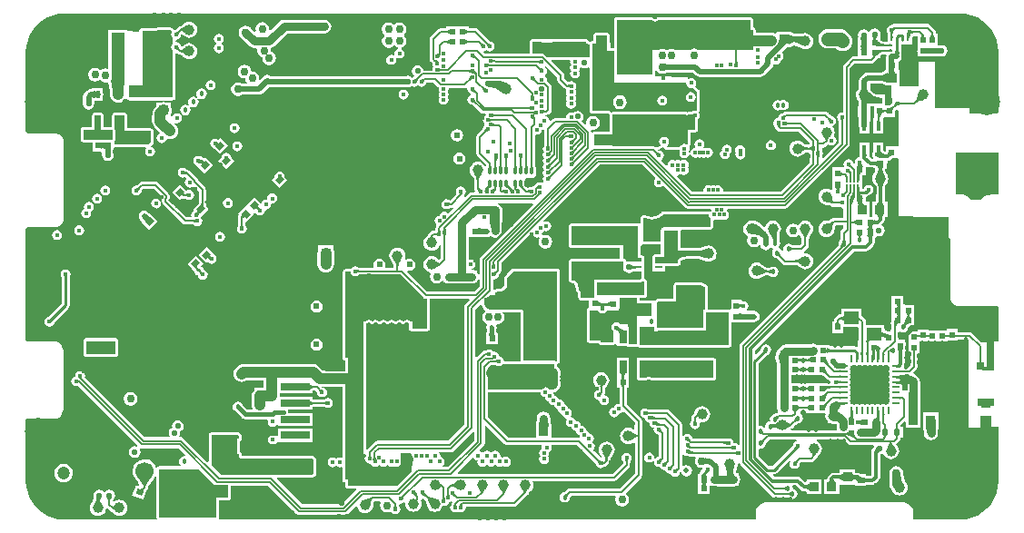
<source format=gbl>
G04 Layer_Physical_Order=6*
G04 Layer_Color=16711680*
%FSLAX25Y25*%
%MOIN*%
G70*
G01*
G75*
%ADD10C,0.00800*%
%ADD11C,0.00500*%
%ADD12C,0.00600*%
%ADD13C,0.01000*%
%ADD14C,0.01500*%
%ADD15C,0.02000*%
%ADD16C,0.01200*%
%ADD17C,0.04000*%
%ADD19C,0.03000*%
%ADD21R,0.03543X0.03543*%
%ADD22R,0.02362X0.01969*%
%ADD26R,0.03543X0.03543*%
%ADD31O,0.11811X0.01378*%
%ADD34O,0.01378X0.07874*%
%ADD42C,0.04724*%
%ADD43R,0.01969X0.02362*%
%ADD44R,0.07480X0.04331*%
%ADD46C,0.03937*%
G04:AMPARAMS|DCode=49|XSize=19.69mil|YSize=23.62mil|CornerRadius=0mil|HoleSize=0mil|Usage=FLASHONLY|Rotation=45.000|XOffset=0mil|YOffset=0mil|HoleType=Round|Shape=Rectangle|*
%AMROTATEDRECTD49*
4,1,4,0.00139,-0.01531,-0.01531,0.00139,-0.00139,0.01531,0.01531,-0.00139,0.00139,-0.01531,0.0*
%
%ADD49ROTATEDRECTD49*%

%ADD54R,0.17323X0.05118*%
%ADD55O,0.01200X0.03100*%
%ADD63R,0.05118X0.17323*%
%ADD69R,0.04724X0.03347*%
%ADD71R,0.01378X0.01378*%
%ADD84C,0.09843*%
%ADD85C,0.06693*%
G04:AMPARAMS|DCode=87|XSize=236.22mil|YSize=236.22mil|CornerRadius=0mil|HoleSize=0mil|Usage=FLASHONLY|Rotation=0.000|XOffset=0mil|YOffset=0mil|HoleType=Round|Shape=RoundedRectangle|*
%AMROUNDEDRECTD87*
21,1,0.23622,0.23622,0,0,0.0*
21,1,0.23622,0.23622,0,0,0.0*
1,1,0.00000,0.11811,-0.11811*
1,1,0.00000,-0.11811,-0.11811*
1,1,0.00000,-0.11811,0.11811*
1,1,0.00000,0.11811,0.11811*
%
%ADD87ROUNDEDRECTD87*%
%ADD88C,0.01600*%
%ADD89C,0.02200*%
%ADD90C,0.03000*%
%ADD91C,0.01800*%
%ADD92C,0.02400*%
%ADD93C,0.02000*%
%ADD94C,0.01799*%
%ADD95C,0.01969*%
%ADD96C,0.12000*%
%ADD98C,0.05000*%
%ADD103C,0.00570*%
%ADD104O,0.01378X0.05906*%
%ADD105O,0.05512X0.01378*%
%ADD106O,0.01378X0.06496*%
%ADD107O,0.03150X0.01378*%
%ADD108O,0.01378X0.03150*%
%ADD109O,0.03543X0.01378*%
%ADD110O,0.01378X0.11811*%
%ADD111O,0.05906X0.01378*%
%ADD112R,0.00787X0.02087*%
%ADD113R,0.02500X0.05000*%
%ADD114R,0.05512X0.04724*%
%ADD115R,0.02559X0.00945*%
%ADD116R,0.03150X0.05512*%
G04:AMPARAMS|DCode=117|XSize=19.69mil|YSize=23.62mil|CornerRadius=0mil|HoleSize=0mil|Usage=FLASHONLY|Rotation=70.000|XOffset=0mil|YOffset=0mil|HoleType=Round|Shape=Rectangle|*
%AMROTATEDRECTD117*
4,1,4,0.00773,-0.01329,-0.01447,-0.00521,-0.00773,0.01329,0.01447,0.00521,0.00773,-0.01329,0.0*
%
%ADD117ROTATEDRECTD117*%

G04:AMPARAMS|DCode=118|XSize=19.69mil|YSize=23.62mil|CornerRadius=0mil|HoleSize=0mil|Usage=FLASHONLY|Rotation=315.000|XOffset=0mil|YOffset=0mil|HoleType=Round|Shape=Rectangle|*
%AMROTATEDRECTD118*
4,1,4,-0.01531,-0.00139,0.00139,0.01531,0.01531,0.00139,-0.00139,-0.01531,-0.01531,-0.00139,0.0*
%
%ADD118ROTATEDRECTD118*%

%ADD119R,0.10630X0.02756*%
%ADD120R,0.01575X0.02756*%
%ADD121R,0.03150X0.01575*%
%ADD122R,0.02559X0.03150*%
%ADD123R,0.06299X0.03150*%
%ADD124R,0.01575X0.03543*%
%ADD125R,0.00984X0.01083*%
%ADD126R,0.01083X0.00984*%
%ADD127R,0.03150X0.04331*%
%ADD128R,0.07874X0.04331*%
%ADD129R,0.14173X0.14173*%
%ADD130O,0.00984X0.03150*%
%ADD131O,0.03150X0.00984*%
%ADD132R,0.05700X0.04000*%
%ADD133R,0.10700X0.05000*%
%ADD134R,0.05900X0.04700*%
%ADD135R,0.05684X0.07900*%
%ADD136R,0.07400X0.04300*%
%ADD137R,0.08600X0.08800*%
%ADD138R,0.07000X0.04600*%
%ADD139R,0.02300X0.05400*%
%ADD140R,0.02000X0.06200*%
%ADD141R,0.04100X0.06200*%
G36*
X265165Y77115D02*
Y75115D01*
X263165Y74946D01*
Y77284D01*
X265165Y77115D01*
D02*
G37*
G36*
X301600Y74583D02*
X300788Y74983D01*
Y75783D01*
X301600Y76183D01*
Y74583D01*
D02*
G37*
G36*
X322501Y77227D02*
X322300Y76499D01*
X322501Y75771D01*
X321079Y75760D01*
X321444Y76499D01*
X321079Y77239D01*
X322501Y77227D01*
D02*
G37*
G36*
X325569Y76627D02*
X324969D01*
X324669Y77239D01*
X325869D01*
X325569Y76627D01*
D02*
G37*
G36*
X325869Y75760D02*
X324669D01*
X324969Y76372D01*
X325569D01*
X325869Y75760D01*
D02*
G37*
G36*
X324494Y72969D02*
X324200Y72208D01*
X323309Y73099D01*
X324070Y73393D01*
X324494Y72969D01*
D02*
G37*
G36*
X249536Y87469D02*
X250230Y87005D01*
X250650Y86921D01*
Y84483D01*
Y78802D01*
Y78599D01*
X250614Y78576D01*
X249996D01*
Y72245D01*
X249996D01*
Y72171D01*
X249728Y71915D01*
X249728D01*
Y71915D01*
D01*
D01*
X249728D01*
X249680Y71900D01*
X249629D01*
X249542Y71883D01*
X233150D01*
Y81382D01*
X233166Y81466D01*
X233250Y81483D01*
X242050D01*
Y86783D01*
Y87482D01*
X242067Y87569D01*
Y87583D01*
X249459D01*
X249536Y87469D01*
D02*
G37*
G36*
X324928Y73403D02*
X324079D01*
X324099Y73827D01*
X325776Y73839D01*
X324928Y73403D01*
D02*
G37*
G36*
X120654Y92072D02*
X121052Y91476D01*
X121647Y91079D01*
X122350Y90939D01*
X123052Y91079D01*
X123647Y91476D01*
X123656Y91467D01*
X123677Y91476D01*
X123677D01*
X123677D01*
Y91476D01*
D01*
D01*
X123677Y91500D01*
X138922D01*
X147348Y83073D01*
X147762Y82797D01*
X148250Y82700D01*
X148750D01*
Y75374D01*
Y74674D01*
X148450Y74374D01*
Y74374D01*
X148450Y74374D01*
X142662D01*
X142041Y74789D01*
X141300Y74936D01*
X140559Y74789D01*
X139965Y74392D01*
X139371Y74789D01*
X138630Y74936D01*
X137888Y74789D01*
X137267Y74374D01*
X137072D01*
X136451Y74789D01*
X135710Y74936D01*
X134968Y74789D01*
X134347Y74374D01*
X134152D01*
X133531Y74789D01*
X132790Y74936D01*
X132048Y74789D01*
X131427Y74374D01*
X131162D01*
X130541Y74789D01*
X129800Y74936D01*
X129059Y74789D01*
X128575Y74466D01*
X128091Y74789D01*
X127350Y74936D01*
X126608Y74789D01*
X125987Y74374D01*
X125250D01*
Y26128D01*
D01*
D01*
Y26128D01*
X125250D01*
X125250Y26128D01*
X125250Y25874D01*
X125350Y25774D01*
X125591Y25775D01*
X125604Y25776D01*
X125604Y25775D01*
Y25776D01*
X125868Y25777D01*
X126222Y25424D01*
Y24999D01*
X126208Y24965D01*
X125954Y24585D01*
X125814Y23883D01*
X125954Y23180D01*
X126352Y22585D01*
X126947Y22187D01*
X127650Y22047D01*
X128004Y22118D01*
X128395Y21533D01*
X128991Y21135D01*
X129693Y20995D01*
X130395Y21135D01*
X130991Y21533D01*
X131011Y21564D01*
X131511D01*
X131532Y21533D01*
X132128Y21135D01*
X132830Y20995D01*
X133532Y21135D01*
X134128Y21533D01*
X134252D01*
X134847Y21135D01*
X135550Y20995D01*
X136252Y21135D01*
X136700Y21434D01*
X137147Y21135D01*
X137850Y20995D01*
X138552Y21135D01*
X139147Y21533D01*
X139545Y22128D01*
X139685Y22831D01*
X139545Y23533D01*
X139147Y24128D01*
D01*
X139133Y24199D01*
X139200Y24299D01*
X139200Y24299D01*
Y25852D01*
X142630Y25871D01*
X142948Y25486D01*
X142858Y25031D01*
X142997Y24328D01*
X143150Y24101D01*
Y19465D01*
X137658Y13974D01*
X119701D01*
Y16157D01*
X118750D01*
Y54708D01*
X119701D01*
Y61039D01*
X118750D01*
Y70074D01*
Y92374D01*
X118850Y92474D01*
X118950Y92574D01*
X120554D01*
X120654Y92072D01*
D02*
G37*
G36*
X300100Y73437D02*
X298500D01*
X298900Y74237D01*
X299700D01*
X300100Y73437D01*
D02*
G37*
G36*
X322501Y80527D02*
X322313Y79849D01*
X322501Y79172D01*
X321079Y79159D01*
X321419Y79849D01*
X321079Y80539D01*
X322501Y80527D01*
D02*
G37*
G36*
X228348Y88905D02*
Y85225D01*
Y83900D01*
X210968D01*
Y88780D01*
X227148D01*
X227538Y88858D01*
X227869Y89079D01*
X227886Y89096D01*
X228348Y88905D01*
D02*
G37*
G36*
X220831Y96283D02*
X220848Y96200D01*
Y95136D01*
X220770Y95019D01*
X220607Y94200D01*
X220770Y93381D01*
X220848Y93264D01*
Y93200D01*
X220748Y93100D01*
X220798Y93050D01*
X220848Y93000D01*
D01*
X220848Y93000D01*
X220848D01*
Y93000D01*
Y93000D01*
X220848Y93000D01*
Y93000D01*
D01*
Y93000D01*
D01*
X221024D01*
X221234Y92686D01*
X221929Y92222D01*
X222748Y92059D01*
X223567Y92222D01*
X224262Y92686D01*
X224290Y92728D01*
X227273D01*
Y90820D01*
Y90728D01*
Y90444D01*
X227328D01*
X227328Y90442D01*
Y90442D01*
X227348Y90344D01*
X227348Y90243D01*
X227348Y90243D01*
Y90000D01*
Y90000D01*
X227219Y89871D01*
X227140Y89819D01*
X227048Y89800D01*
X209948D01*
Y88780D01*
Y83900D01*
Y83200D01*
X209848Y83100D01*
X209748Y83000D01*
X205448D01*
X205433Y83004D01*
X205385Y83009D01*
X205351Y83044D01*
X205338Y83052D01*
X205144Y83289D01*
X205120Y83332D01*
X205090Y83370D01*
Y83418D01*
X205080Y83467D01*
Y84250D01*
X205061Y84348D01*
Y84449D01*
X204943Y85041D01*
Y85041D01*
X204880Y85193D01*
X204790Y85408D01*
X204790Y85409D01*
X204501Y85843D01*
X204458Y85885D01*
X204458Y85885D01*
X204429Y85914D01*
X204374Y85997D01*
X204332Y86039D01*
X204248Y86095D01*
X204248Y86095D01*
X204248Y86095D01*
Y86900D01*
X204248D01*
X204079Y87106D01*
X204137Y87399D01*
X203990Y88140D01*
X203570Y88769D01*
X202941Y89189D01*
X202200Y89336D01*
X202134Y89323D01*
X201748Y89641D01*
Y96200D01*
X201748Y96200D01*
D01*
X201836Y96292D01*
X201848Y96300D01*
X201849Y96300D01*
X220748D01*
X220831Y96283D01*
D02*
G37*
G36*
X196350Y59827D02*
X195888Y59636D01*
X195650Y59874D01*
X184050D01*
Y78174D01*
X183650Y78574D01*
X178340D01*
X178200Y78632D01*
X177684Y78846D01*
X176900Y78949D01*
X171900D01*
X171740Y79086D01*
X171652Y83866D01*
X171760Y83974D01*
X173750D01*
Y84858D01*
X173895Y84887D01*
X174296Y85155D01*
X175531D01*
X175531Y85155D01*
X176077Y85264D01*
X176540Y85573D01*
X177626Y86659D01*
X177626Y86660D01*
X177936Y87123D01*
X177936Y87123D01*
X177936Y87123D01*
X178044Y87669D01*
X178044Y87669D01*
Y90269D01*
X178650Y90874D01*
X180550Y92774D01*
X196350D01*
Y59827D01*
D02*
G37*
G36*
X309872Y16499D02*
Y15299D01*
X308672Y14899D01*
X308660Y17099D01*
X309872Y16499D01*
D02*
G37*
G36*
X174247Y92283D02*
X173993Y91591D01*
X173201Y92383D01*
X173893Y92636D01*
X174247Y92283D01*
D02*
G37*
G36*
X213608Y79671D02*
X212488D01*
X212548Y80204D01*
X213548D01*
X213608Y79671D01*
D02*
G37*
G36*
X263678Y80326D02*
X264222Y80544D01*
Y79423D01*
X263678Y79641D01*
X263153Y79383D01*
Y80584D01*
X263678Y80326D01*
D02*
G37*
G36*
X216010Y79828D02*
X215010Y80300D01*
Y81300D01*
X216010Y81772D01*
Y79828D01*
D02*
G37*
G36*
X225748Y82800D02*
Y76200D01*
Y72833D01*
X225708Y72773D01*
X225630Y72383D01*
Y65900D01*
X222803D01*
Y72210D01*
X222448D01*
Y73200D01*
X219630D01*
X219491Y73408D01*
X218895Y73806D01*
X218193Y73945D01*
X217491Y73806D01*
X216895Y73408D01*
X216497Y72813D01*
X216358Y72110D01*
X216497Y71408D01*
X216895Y70812D01*
X217148Y70644D01*
Y66800D01*
X212477D01*
Y67423D01*
X208509D01*
D01*
X208509D01*
X208248Y67684D01*
Y72700D01*
Y78200D01*
X211485D01*
X211750Y77802D01*
X212346Y77404D01*
X213048Y77265D01*
X213750Y77404D01*
X214346Y77802D01*
X214612Y78200D01*
X219148D01*
Y78816D01*
X219361D01*
Y82784D01*
D01*
Y82784D01*
X219457Y82880D01*
X225668D01*
X225748Y82800D01*
D02*
G37*
G36*
X212386Y81300D02*
Y80300D01*
X211386Y79928D01*
X211374Y81800D01*
X212386Y81300D01*
D02*
G37*
G36*
X259450Y76883D02*
Y65783D01*
X226650D01*
Y72383D01*
X232130D01*
Y71883D01*
Y70802D01*
X232150Y70783D01*
X233350D01*
Y70863D01*
X249642D01*
X249828Y70900D01*
X249850Y70883D01*
Y70883D01*
X251050D01*
Y73083D01*
Y77640D01*
X251263Y77783D01*
X259450D01*
Y76883D01*
D02*
G37*
G36*
X310661Y61948D02*
X309756D01*
X309809Y62826D01*
X310609D01*
X310661Y61948D01*
D02*
G37*
G36*
X308692D02*
X307788D01*
X307840Y62826D01*
X308640D01*
X308692Y61948D01*
D02*
G37*
G36*
X316566D02*
X315662D01*
X315714Y62826D01*
X316514D01*
X316566Y61948D01*
D02*
G37*
G36*
X273181Y63010D02*
X272673Y62618D01*
X271829Y63188D01*
X272161Y63750D01*
X273181Y63010D01*
D02*
G37*
G36*
X318535Y61948D02*
X317630D01*
X317783Y62738D01*
X318383D01*
X318535Y61948D01*
D02*
G37*
G36*
X168601Y80227D02*
X168875Y79566D01*
X169436Y78834D01*
X170000Y78401D01*
X169984Y77901D01*
X169647Y77676D01*
X169095Y76850D01*
X168901Y75874D01*
X169095Y74899D01*
X169647Y74072D01*
X170474Y73519D01*
X170501Y73514D01*
X170692Y73052D01*
X170540Y72824D01*
X170393Y72083D01*
X170540Y71341D01*
X170546Y71333D01*
Y70501D01*
X170491Y70067D01*
X170380D01*
Y69093D01*
X170373Y69055D01*
X170380Y69017D01*
Y66098D01*
X174742D01*
Y69017D01*
X174750Y69055D01*
X174748Y69063D01*
X174750Y69072D01*
X174742Y69106D01*
Y70067D01*
X174403D01*
X174114Y70733D01*
Y71333D01*
X174120Y71341D01*
X174267Y72083D01*
X174120Y72824D01*
X173977Y73037D01*
X174255Y73453D01*
X174650Y73374D01*
X175625Y73568D01*
X176452Y74121D01*
X177005Y74948D01*
X177199Y75923D01*
X177005Y76899D01*
X176452Y77726D01*
X176475Y77801D01*
X177543D01*
X177809Y77690D01*
X177809D01*
X177950Y77632D01*
X177950D01*
X177950Y77632D01*
X178185Y77585D01*
X178340Y77554D01*
X178340D01*
X178340D01*
X183030D01*
Y59874D01*
X182718Y59494D01*
X177105D01*
X176935Y59700D01*
X176796Y60402D01*
X176398Y60998D01*
X175802Y61396D01*
X175109Y61533D01*
X174996Y62102D01*
X174598Y62698D01*
X174002Y63096D01*
X173300Y63235D01*
X172982Y63172D01*
X172698Y63598D01*
X172102Y63996D01*
X171400Y64135D01*
X170698Y63996D01*
X170317Y63741D01*
X170283Y63727D01*
X170000D01*
X170000Y63727D01*
X169454Y63619D01*
X168991Y63309D01*
X168991Y63309D01*
X166889Y61208D01*
X166427Y61399D01*
Y78642D01*
X168110Y80325D01*
X168601Y80227D01*
D02*
G37*
G36*
X288025Y60431D02*
X288047Y59831D01*
X287312Y59493D01*
X287268Y60752D01*
X288025Y60431D01*
D02*
G37*
G36*
X289048Y59531D02*
X288448Y59831D01*
Y60431D01*
X289048Y60731D01*
Y59531D01*
D02*
G37*
G36*
X322813Y61616D02*
X322750Y61099D01*
X322813Y60582D01*
X321693Y60559D01*
X321748Y61090D01*
X322092Y61099D01*
X321748Y61108D01*
X321693Y61640D01*
X322813Y61616D01*
D02*
G37*
G36*
X285984Y59493D02*
X285320Y59799D01*
X284785Y59531D01*
Y60731D01*
X285333Y60457D01*
X286028Y60752D01*
X285984Y59493D01*
D02*
G37*
G36*
X296342Y64200D02*
Y63200D01*
X295342Y62700D01*
Y64590D01*
X296342Y64200D01*
D02*
G37*
G36*
X316144Y70031D02*
Y69231D01*
X315332Y68831D01*
Y70431D01*
X316144Y70031D01*
D02*
G37*
G36*
X317485Y69489D02*
X317040Y68649D01*
X316462Y69304D01*
X316984Y69914D01*
X317485Y69489D01*
D02*
G37*
G36*
X173731Y69055D02*
X171392D01*
X171580Y70555D01*
X173080D01*
X173731Y69055D01*
D02*
G37*
G36*
X164289Y82238D02*
X162791Y80739D01*
X162481Y80276D01*
X162373Y79730D01*
X162373Y79730D01*
Y36388D01*
X156494Y30510D01*
X130445D01*
X129899Y30401D01*
X129713Y30277D01*
X129436Y30092D01*
X129436Y30092D01*
X126731Y27388D01*
X126269Y27579D01*
Y73408D01*
X126279Y73413D01*
X126378Y73432D01*
X126461Y73488D01*
X126554Y73526D01*
X127006Y73828D01*
X127350Y73897D01*
X127693Y73828D01*
X128008Y73618D01*
X128376Y73466D01*
X128774D01*
X129141Y73618D01*
X129456Y73828D01*
X129800Y73897D01*
X130143Y73828D01*
X130596Y73526D01*
X130689Y73488D01*
X130772Y73432D01*
X130870Y73413D01*
X130963Y73374D01*
X131064D01*
X131162Y73354D01*
X131427D01*
X131526Y73374D01*
X131626D01*
X131719Y73413D01*
X131818Y73432D01*
X131901Y73488D01*
X131994Y73526D01*
X132446Y73828D01*
X132790Y73897D01*
X133133Y73828D01*
X133585Y73526D01*
X133678Y73488D01*
X133762Y73432D01*
X133860Y73413D01*
X133953Y73374D01*
X134053D01*
X134152Y73354D01*
X134347D01*
X134446Y73374D01*
X134546D01*
X134639Y73413D01*
X134738Y73432D01*
X134821Y73488D01*
X134914Y73526D01*
X135366Y73828D01*
X135710Y73897D01*
X136053Y73828D01*
X136505Y73526D01*
X136598Y73488D01*
X136682Y73432D01*
X136780Y73413D01*
X136873Y73374D01*
X136973D01*
X137072Y73354D01*
X137267D01*
X137366Y73374D01*
X137466D01*
X137559Y73413D01*
X137657Y73432D01*
X137741Y73488D01*
X137834Y73526D01*
X138286Y73828D01*
X138630Y73897D01*
X138973Y73828D01*
X139398Y73544D01*
D01*
X139398Y73544D01*
X139614Y73455D01*
X139766Y73392D01*
X140164D01*
X140379Y73481D01*
X140531Y73544D01*
X140531Y73544D01*
X140956Y73828D01*
X141300Y73897D01*
X141644Y73828D01*
X142045Y73560D01*
Y71799D01*
X142123Y71409D01*
X142344Y71078D01*
X142674Y70857D01*
X143065Y70780D01*
X148765D01*
X149155Y70857D01*
X149486Y71078D01*
X149706Y71409D01*
X149784Y71799D01*
Y75799D01*
X149769Y75874D01*
Y82700D01*
X164097D01*
X164289Y82238D01*
D02*
G37*
G36*
X219181Y71867D02*
X220519Y71186D01*
X219327Y69574D01*
X218610Y70984D01*
X218201Y71310D01*
X218993Y72102D01*
X219181Y71867D01*
D02*
G37*
G36*
X314646Y63024D02*
X313646Y62939D01*
X313572Y63476D01*
X314689Y63550D01*
X314646Y63024D01*
D02*
G37*
G36*
X322753Y63273D02*
X322813Y62782D01*
X321693Y62759D01*
X321746Y63267D01*
X321276Y64262D01*
X323220D01*
X322753Y63273D01*
D02*
G37*
G36*
X318819Y63250D02*
X318448Y63300D01*
Y63900D01*
X318819Y63950D01*
Y63250D01*
D02*
G37*
G36*
X310609Y66544D02*
X309809D01*
X309856Y67343D01*
X311009Y67356D01*
X310609Y66544D01*
D02*
G37*
G36*
X312842Y64420D02*
X312750Y63887D01*
X311750Y64127D01*
X311740Y64621D01*
X312842Y64420D01*
D02*
G37*
G36*
X313786Y111400D02*
Y110200D01*
X312586Y109828D01*
Y111772D01*
X313786Y111400D01*
D02*
G37*
G36*
X297487Y109914D02*
X297113Y108974D01*
X295982Y110105D01*
X296921Y110479D01*
X297487Y109914D01*
D02*
G37*
G36*
X306322Y110000D02*
X305510Y110400D01*
Y111200D01*
X306322Y111600D01*
Y110000D01*
D02*
G37*
G36*
X252104Y113097D02*
X252502Y112502D01*
X252700Y112369D01*
Y109231D01*
X252423Y109013D01*
X236912D01*
Y108824D01*
X235548D01*
X235158Y108747D01*
X234827Y108526D01*
X234606Y108195D01*
X234528Y107805D01*
Y103638D01*
X234448Y103572D01*
X228148D01*
X228048Y103592D01*
Y112048D01*
X228053Y112073D01*
Y112141D01*
X228482Y112398D01*
X228542Y112366D01*
X228565Y112358D01*
X228737Y112267D01*
X228737D01*
X228825Y112220D01*
X229942Y111881D01*
X230464Y111829D01*
X231002Y111776D01*
X231002D01*
X231102Y111767D01*
X231202Y111776D01*
X231202D01*
X231741Y111829D01*
X232263Y111881D01*
X233379Y112220D01*
X233468Y112267D01*
X233468D01*
X234319Y112722D01*
X234319Y112722D01*
X234408Y112769D01*
X234486Y112833D01*
X234486Y112833D01*
X235232Y113446D01*
X235232Y113446D01*
X235310Y113509D01*
X235423Y113648D01*
X235436Y113656D01*
X235470Y113691D01*
X235519Y113696D01*
X235534Y113700D01*
X251985D01*
X252104Y113097D01*
D02*
G37*
G36*
X184946Y11628D02*
X184346D01*
X184046Y12298D01*
X185246D01*
X184946Y11628D01*
D02*
G37*
G36*
X153753Y106902D02*
X152633D01*
X152793Y107503D01*
X153593D01*
X153753Y106902D01*
D02*
G37*
G36*
X169422Y108343D02*
Y106342D01*
X167422Y106173D01*
Y108512D01*
X169422Y108343D01*
D02*
G37*
G36*
X155710Y107554D02*
X154590D01*
X154750Y108156D01*
X155550D01*
X155710Y107554D01*
D02*
G37*
G36*
X175093Y108571D02*
X172093D01*
X171683Y111571D01*
X175203D01*
X175093Y108571D01*
D02*
G37*
G36*
X312048Y108894D02*
X312486Y107972D01*
X310147D01*
X310600Y108926D01*
X310247Y109828D01*
X312516Y109840D01*
X312048Y108894D01*
D02*
G37*
G36*
X177072Y11628D02*
X176472D01*
X176172Y12298D01*
X177372D01*
X177072Y11628D01*
D02*
G37*
G36*
X300593Y117339D02*
X299992Y117499D01*
Y118299D01*
X300593Y118459D01*
Y117339D01*
D02*
G37*
G36*
X316198Y117148D02*
X313798D01*
X314398Y118360D01*
X315598D01*
X316198Y117148D01*
D02*
G37*
G36*
X297487Y118433D02*
X296921Y117867D01*
X295982Y118241D01*
X297113Y119373D01*
X297487Y118433D01*
D02*
G37*
G36*
X144912Y10953D02*
X144346Y10387D01*
X143808Y10699D01*
X144600Y11491D01*
X144912Y10953D01*
D02*
G37*
G36*
X358313Y120930D02*
X355118D01*
X355037Y120914D01*
X354253Y120811D01*
X353396Y120456D01*
X353279Y120366D01*
X352660Y119891D01*
X352095Y119155D01*
X352031Y119000D01*
X348337D01*
X348305Y119079D01*
X347748Y119804D01*
X347102Y120300D01*
X347023Y120361D01*
X346178Y120711D01*
X345279Y120829D01*
D01*
D01*
Y120829D01*
X345279Y120829D01*
X345279Y120829D01*
D01*
D01*
X345276Y120829D01*
X342581D01*
Y136472D01*
X358313D01*
Y120930D01*
D02*
G37*
G36*
X169198Y11628D02*
X168598D01*
X168298Y12298D01*
X169498D01*
X169198Y11628D01*
D02*
G37*
G36*
X315598Y112440D02*
X314398D01*
X313798Y113640D01*
X316198D01*
X315598Y112440D01*
D02*
G37*
G36*
X148012Y10953D02*
X147447Y10387D01*
X146908Y10699D01*
X147700Y11491D01*
X148012Y10953D01*
D02*
G37*
G36*
X307980Y117994D02*
X308398Y117148D01*
X306538Y117160D01*
X306829Y117968D01*
X306398Y118840D01*
X308398D01*
X307980Y117994D01*
D02*
G37*
G36*
X157088Y117650D02*
Y117150D01*
X156419Y116840D01*
Y117960D01*
X157088Y117650D01*
D02*
G37*
G36*
X155550Y105810D02*
X154750D01*
X154590Y106411D01*
X155710D01*
X155550Y105810D01*
D02*
G37*
G36*
X226148Y97600D02*
X227273D01*
Y96300D01*
X222955D01*
X222748Y96341D01*
X222541Y96300D01*
X221868D01*
X221790Y96690D01*
X221569Y97021D01*
X221238Y97242D01*
X220848Y97320D01*
X220548D01*
Y102200D01*
X201848D01*
X201848Y102200D01*
X201848Y102200D01*
X201748Y102241D01*
Y104700D01*
Y109400D01*
X226148D01*
Y97600D01*
D02*
G37*
G36*
X138045Y95973D02*
X137545D01*
X137295Y96521D01*
X138295D01*
X138045Y95973D01*
D02*
G37*
G36*
X250834Y14581D02*
X251224Y13791D01*
X249224D01*
X249615Y14581D01*
X249224Y15371D01*
X251224D01*
X250834Y14581D01*
D02*
G37*
G36*
X159149Y13573D02*
X158478Y13873D01*
Y14473D01*
X159149Y14773D01*
Y13573D01*
D02*
G37*
G36*
X250766Y97654D02*
X248273Y98213D01*
Y100213D01*
X250766Y100771D01*
Y97654D01*
D02*
G37*
G36*
X153121Y95676D02*
Y94876D01*
X152192Y94476D01*
Y96076D01*
X153121Y95676D01*
D02*
G37*
G36*
X224742Y93739D02*
X224242Y93950D01*
Y94450D01*
X224742Y94660D01*
Y93739D01*
D02*
G37*
G36*
X173710Y94854D02*
X172590D01*
X172850Y95504D01*
X173450D01*
X173710Y94854D01*
D02*
G37*
G36*
X240548Y107805D02*
X240548Y107805D01*
X240648Y107763D01*
Y95800D01*
X232548D01*
X232448Y95898D01*
Y97947D01*
X235548D01*
Y99118D01*
Y107805D01*
X240548D01*
X240548Y107805D01*
D02*
G37*
G36*
X45379Y14041D02*
X44779D01*
X42736Y16992D01*
X47421D01*
X45379Y14041D01*
D02*
G37*
G36*
X154139Y14300D02*
X154086Y13700D01*
X153390Y13411D01*
X153495Y14606D01*
X154139Y14300D01*
D02*
G37*
G36*
X187642Y117269D02*
X168398Y98026D01*
X168122Y97612D01*
X168025Y97124D01*
Y91922D01*
X167547Y91777D01*
X167177Y92330D01*
Y92980D01*
X166429D01*
X166168Y93154D01*
X165193Y93348D01*
Y93595D01*
X165395Y93635D01*
X165991Y94033D01*
X166388Y94628D01*
X166528Y95331D01*
X166388Y96033D01*
X165991Y96628D01*
X165395Y97026D01*
X164693Y97166D01*
X164365Y97101D01*
X163979Y97418D01*
Y105161D01*
X164465D01*
Y105161D01*
X167384D01*
X167422Y105154D01*
X167460Y105161D01*
X167473D01*
X167508Y105157D01*
X167555Y105161D01*
X168434D01*
Y105236D01*
X169233Y105303D01*
X170633D01*
X170693Y105291D01*
X171473Y105447D01*
X171950Y105765D01*
X172617Y105319D01*
X173593Y105125D01*
X174568Y105319D01*
X175395Y105872D01*
X175948Y106699D01*
X176142Y107674D01*
Y109356D01*
X176186Y110559D01*
X176215D01*
Y111345D01*
X176222Y111534D01*
X176218Y111553D01*
X176222Y111571D01*
X176215Y111609D01*
Y116102D01*
X175979D01*
X175948Y116258D01*
X175395Y117085D01*
X174646Y117586D01*
Y117586D01*
X174646D01*
X174568Y117638D01*
Y117638D01*
X174578Y117731D01*
X187451D01*
X187642Y117269D01*
D02*
G37*
G36*
X150821Y105071D02*
X149966D01*
X149994Y105546D01*
X150794D01*
X150821Y105071D01*
D02*
G37*
G36*
X280305Y12370D02*
X279602Y12600D01*
Y13400D01*
X280305Y13630D01*
Y12370D01*
D02*
G37*
G36*
X152622Y105771D02*
X152020Y105931D01*
Y106731D01*
X152622Y106891D01*
Y105771D01*
D02*
G37*
G36*
X44737Y12653D02*
X44620Y12104D01*
X43376Y12557D01*
X44115Y12879D01*
X44737Y12653D01*
D02*
G37*
G36*
X288902Y12399D02*
X287690Y12999D01*
Y14199D01*
X288902Y14799D01*
Y12399D01*
D02*
G37*
G36*
X302232Y102341D02*
X301557Y101540D01*
X300860Y101974D01*
X301055Y102525D01*
X302232Y102341D01*
D02*
G37*
G36*
X302378Y103743D02*
X301118D01*
X301348Y104446D01*
X302148D01*
X302378Y103743D01*
D02*
G37*
G36*
X307856Y105382D02*
X308010Y104911D01*
X306750D01*
X306904Y105382D01*
X306579Y106040D01*
X308179D01*
X307856Y105382D01*
D02*
G37*
G36*
X311916Y104828D02*
X310717D01*
X310147Y106028D01*
X312486D01*
X311916Y104828D01*
D02*
G37*
G36*
X322813Y59416D02*
X322748Y58882D01*
X321748Y58908D01*
X321693Y59440D01*
X322813Y59416D01*
D02*
G37*
G36*
X272118Y33284D02*
X271764Y32930D01*
X270998Y33201D01*
X271847Y34050D01*
X272118Y33284D01*
D02*
G37*
G36*
X303388Y32600D02*
X302876Y32850D01*
Y33350D01*
X303388Y33600D01*
Y32600D01*
D02*
G37*
G36*
X238741Y20863D02*
X238465Y20219D01*
X237673Y21011D01*
X238317Y21287D01*
X238741Y20863D01*
D02*
G37*
G36*
X317216Y34560D02*
X316216D01*
X316466Y35072D01*
X316967D01*
X317216Y34560D01*
D02*
G37*
G36*
X234769Y34032D02*
X234345Y33608D01*
X233701Y33884D01*
X234493Y34675D01*
X234769Y34032D01*
D02*
G37*
G36*
X236769Y22235D02*
X236493Y21591D01*
X235701Y22383D01*
X236345Y22659D01*
X236769Y22235D01*
D02*
G37*
G36*
X190358Y48331D02*
X190497Y47628D01*
X190895Y47033D01*
X191491Y46635D01*
X191913Y46551D01*
X191997Y46128D01*
X192395Y45533D01*
X192991Y45135D01*
X193413Y45051D01*
X193497Y44628D01*
X193895Y44033D01*
X194491Y43635D01*
X195193Y43495D01*
X195415Y43540D01*
X195497Y43128D01*
X195895Y42533D01*
X196491Y42135D01*
X196732Y42087D01*
X196854Y41472D01*
X197252Y40876D01*
X197847Y40479D01*
X198141Y40420D01*
X198249Y39880D01*
X198647Y39284D01*
X199242Y38887D01*
X199796Y38776D01*
X199988Y38314D01*
X199834Y38085D01*
X199695Y37383D01*
X199834Y36680D01*
X200232Y36085D01*
X200828Y35687D01*
X201530Y35547D01*
X201530Y35547D01*
X201530Y35547D01*
X201566Y35523D01*
X201634Y35180D01*
X202032Y34585D01*
X202628Y34187D01*
X203330Y34047D01*
X203330Y34047D01*
X203330Y34047D01*
X203458Y33961D01*
X203534Y33580D01*
X203932Y32985D01*
X204528Y32587D01*
X204721Y32549D01*
X204834Y31980D01*
X204834Y31980D01*
X204834Y31980D01*
X204837Y31930D01*
X204457Y31604D01*
X204348Y31626D01*
X194252D01*
Y35604D01*
X194259Y35642D01*
X194252Y35680D01*
Y35696D01*
X194255Y35730D01*
X194252Y35774D01*
Y36654D01*
X194175D01*
X194029Y38347D01*
Y38733D01*
X193835Y39708D01*
X193282Y40535D01*
X192455Y41088D01*
X191480Y41282D01*
X190505Y41088D01*
X189678Y40535D01*
X189125Y39708D01*
X188931Y38733D01*
Y38347D01*
X188785Y36654D01*
X188708D01*
Y35774D01*
X188705Y35730D01*
X188708Y35696D01*
Y35680D01*
X188701Y35642D01*
X188708Y35604D01*
Y31626D01*
X178597D01*
X171155Y39067D01*
Y48354D01*
X190338D01*
X190358Y48331D01*
D02*
G37*
G36*
X305674Y32259D02*
X305517Y31709D01*
X304810Y32074D01*
X305308Y32966D01*
X305674Y32259D01*
D02*
G37*
G36*
X316967Y32128D02*
X316466D01*
X316216Y32640D01*
X317216D01*
X316967Y32128D01*
D02*
G37*
G36*
X321379Y32028D02*
X320779D01*
X320479Y32640D01*
X321679D01*
X321379Y32028D01*
D02*
G37*
G36*
X321679Y34560D02*
X320479D01*
X320779Y35172D01*
X321379D01*
X321679Y34560D01*
D02*
G37*
G36*
X284639Y37900D02*
X283878Y37606D01*
X283454Y38030D01*
X283748Y38791D01*
X284639Y37900D01*
D02*
G37*
G36*
X240710Y19794D02*
X240434Y19150D01*
X239642Y19942D01*
X240285Y20219D01*
X240710Y19794D01*
D02*
G37*
G36*
X308327Y36327D02*
X307451Y36741D01*
X307436Y36739D01*
Y36748D01*
X307327Y36799D01*
Y37799D01*
X307436Y37851D01*
Y37859D01*
X307451Y37858D01*
X308327Y38271D01*
Y36327D01*
D02*
G37*
G36*
X305303Y38326D02*
X303376Y38338D01*
X303803Y39338D01*
X304803D01*
X305303Y38326D01*
D02*
G37*
G36*
X314499Y38476D02*
X314602Y38271D01*
X312473Y38260D01*
X313588Y38979D01*
X314499Y38476D01*
D02*
G37*
G36*
X277431Y35234D02*
X276702Y35500D01*
X276569Y36100D01*
X277174Y36406D01*
X277431Y35234D01*
D02*
G37*
G36*
X276137Y36100D02*
Y35500D01*
X275391Y35170D01*
Y36430D01*
X276137Y36100D01*
D02*
G37*
G36*
X287543Y40646D02*
X294644D01*
X294962Y40260D01*
X294810Y39499D01*
X295004Y38524D01*
X295557Y37697D01*
X295664Y37625D01*
Y37087D01*
X296412D01*
X296673Y36913D01*
X297648Y36720D01*
X298667D01*
X298793Y36635D01*
X298915Y36514D01*
Y35599D01*
X299081Y34761D01*
X298764Y34374D01*
X282738D01*
X282014Y34674D01*
X281981Y34840D01*
X282068Y34894D01*
Y34895D01*
X282068Y34895D01*
X282576Y34996D01*
X283006Y35283D01*
X283006Y35283D01*
X283006Y35283D01*
X284460Y36738D01*
X284927Y36918D01*
X285389Y37010D01*
X286018Y37430D01*
X286438Y38059D01*
X286585Y38800D01*
X286438Y39541D01*
X286018Y40170D01*
X285389Y40590D01*
X285389Y40590D01*
X285389D01*
Y40590D01*
X285395Y40647D01*
X285797D01*
Y41306D01*
X287543D01*
Y40646D01*
D02*
G37*
G36*
X193240Y35642D02*
X189720D01*
X189980Y38642D01*
X192980D01*
X193240Y35642D01*
D02*
G37*
G36*
X281679Y36520D02*
Y35921D01*
X281009Y35620D01*
Y36821D01*
X281679Y36520D01*
D02*
G37*
G36*
X245269Y30632D02*
X244845Y30207D01*
X244201Y30483D01*
X244993Y31275D01*
X245269Y30632D01*
D02*
G37*
G36*
X129842Y23617D02*
X128923Y23049D01*
X128850Y23977D01*
X129650Y24110D01*
X129842Y23617D01*
D02*
G37*
G36*
X234824Y23452D02*
X234548Y22808D01*
X233756Y23600D01*
X234400Y23876D01*
X234824Y23452D01*
D02*
G37*
G36*
X222193Y23062D02*
X221593D01*
X221333Y23712D01*
X222453D01*
X222193Y23062D01*
D02*
G37*
G36*
X291048Y25200D02*
X290448D01*
X290346Y25601D01*
X291142Y25681D01*
X291048Y25200D01*
D02*
G37*
G36*
X214867Y24620D02*
X214267D01*
X213967Y25291D01*
X215167D01*
X214867Y24620D01*
D02*
G37*
G36*
X251494Y24114D02*
Y22114D01*
X250548Y22064D01*
Y24164D01*
X251494Y24114D01*
D02*
G37*
G36*
X213570Y22600D02*
Y22000D01*
X212949Y21772D01*
Y22828D01*
X213570Y22600D01*
D02*
G37*
G36*
X284624Y22752D02*
X284348Y22108D01*
X283556Y22900D01*
X284200Y23176D01*
X284624Y22752D01*
D02*
G37*
G36*
X313902Y22723D02*
X312702D01*
X312561Y23923D01*
X313915D01*
X313902Y22723D01*
D02*
G37*
G36*
X212340Y23100D02*
X211548Y22308D01*
X211272Y22952D01*
X211696Y23376D01*
X212340Y23100D01*
D02*
G37*
G36*
X314537Y26500D02*
X313905Y26090D01*
X313915Y25277D01*
X312561D01*
X312702Y26354D01*
X313557D01*
X313005Y26906D01*
X313448Y27589D01*
X314537Y26500D01*
D02*
G37*
G36*
X245369Y28232D02*
X244945Y27808D01*
X244348Y28085D01*
X245091Y28828D01*
X245369Y28232D01*
D02*
G37*
G36*
X284204Y30327D02*
X284046Y30296D01*
X283450Y29898D01*
X283052Y29302D01*
X283000Y29039D01*
X282907Y28922D01*
X275314Y21329D01*
X274082D01*
X270377Y25034D01*
Y27302D01*
X270764Y27619D01*
X271048Y27563D01*
X271789Y27710D01*
X272418Y28130D01*
X272838Y28759D01*
X272930Y29221D01*
X273110Y29688D01*
X274247Y30825D01*
X284154D01*
X284204Y30327D01*
D02*
G37*
G36*
X319353Y28687D02*
X318157Y28596D01*
X318448Y29288D01*
X319048Y29334D01*
X319353Y28687D01*
D02*
G37*
G36*
X272242Y30270D02*
X271948Y29509D01*
X271057Y30400D01*
X271818Y30694D01*
X272242Y30270D01*
D02*
G37*
G36*
X258541Y29369D02*
X258047Y29667D01*
X258152Y30268D01*
X259077Y30320D01*
X258541Y29369D01*
D02*
G37*
G36*
X245558Y26331D02*
X245432Y25730D01*
X244504Y25712D01*
X245081Y26621D01*
X245558Y26331D01*
D02*
G37*
G36*
X262475Y25471D02*
X261824Y25730D01*
Y26331D01*
X262475Y26590D01*
Y25471D01*
D02*
G37*
G36*
X165873Y33501D02*
Y30588D01*
X156212Y20927D01*
X154583D01*
X154437Y21406D01*
X154628Y21533D01*
X155025Y22128D01*
X155165Y22831D01*
X155025Y23533D01*
X154628Y24128D01*
X154032Y24526D01*
X153486Y24635D01*
X153565Y25031D01*
X153426Y25733D01*
X153028Y26328D01*
X153035Y26353D01*
X157481D01*
X157481Y26353D01*
X158027Y26462D01*
X158490Y26771D01*
X165411Y33692D01*
X165873Y33501D01*
D02*
G37*
G36*
X284740Y27800D02*
X284321Y27465D01*
X283613Y28173D01*
X283948Y28592D01*
X284740Y27800D01*
D02*
G37*
G36*
X260638Y27411D02*
X260028Y27700D01*
X260127Y28299D01*
X260808Y28518D01*
X260638Y27411D01*
D02*
G37*
G36*
X299703Y52427D02*
X300376Y52567D01*
Y51663D01*
X299717Y51779D01*
X299119Y51540D01*
Y52660D01*
X299703Y52427D01*
D02*
G37*
G36*
X251224Y17291D02*
X249224D01*
X249724Y18303D01*
X250724D01*
X251224Y17291D01*
D02*
G37*
G36*
X324480Y53016D02*
X323969Y52214D01*
X323147Y52807D01*
X323431Y53210D01*
X324480Y53016D01*
D02*
G37*
G36*
X323495Y54261D02*
X323394Y53263D01*
X322611Y53730D01*
X323318Y54437D01*
X323495Y54261D01*
D02*
G37*
G36*
X305908Y17744D02*
Y16544D01*
X304708Y15944D01*
Y18344D01*
X305908Y17744D01*
D02*
G37*
G36*
X106297Y50496D02*
Y49896D01*
X105685Y49596D01*
Y50796D01*
X106297Y50496D01*
D02*
G37*
G36*
X295430Y50446D02*
Y49846D01*
X294818Y49546D01*
X294830Y50603D01*
X295430Y50446D01*
D02*
G37*
G36*
X300376Y49694D02*
X299586Y49846D01*
Y50446D01*
X300376Y50599D01*
Y49694D01*
D02*
G37*
G36*
X79700Y32300D02*
Y31222D01*
X79076D01*
Y25678D01*
X79700D01*
Y24600D01*
X80200Y24100D01*
X106400D01*
X107000Y23500D01*
Y18500D01*
X106600Y18100D01*
X73100D01*
X69600Y21600D01*
Y32600D01*
X69600Y32600D01*
X69600Y32600D01*
X69609Y32621D01*
X79379D01*
X79700Y32300D01*
D02*
G37*
G36*
X285984Y48992D02*
X285320Y49298D01*
X284774Y49031D01*
Y50231D01*
X285332Y49957D01*
X286027Y50252D01*
X285984Y48992D01*
D02*
G37*
G36*
X300376Y53631D02*
X299586Y53784D01*
Y54383D01*
X300376Y54536D01*
Y53631D01*
D02*
G37*
G36*
X285984Y55993D02*
X285320Y56299D01*
X284785Y56031D01*
Y57231D01*
X285333Y56957D01*
X286028Y57252D01*
X285984Y55993D01*
D02*
G37*
G36*
X287987Y56947D02*
X288555Y57231D01*
Y56031D01*
X287999Y56309D01*
X287312Y55993D01*
X287268Y57252D01*
X287987Y56947D01*
D02*
G37*
G36*
X195350Y50174D02*
X195688Y49836D01*
X195496Y49374D01*
X193661D01*
X193491Y49628D01*
X192895Y50026D01*
X192193Y50166D01*
X191491Y50026D01*
X190895Y49628D01*
X190725Y49374D01*
X171155D01*
Y57181D01*
X172249Y58275D01*
X173994D01*
X174398Y58004D01*
X175100Y57865D01*
X175802Y58004D01*
X176398Y58402D01*
X176446Y58474D01*
X195350D01*
Y50174D01*
D02*
G37*
G36*
X295748Y58866D02*
X295008Y58758D01*
X294159Y59194D01*
X295312Y59715D01*
X295748Y58866D01*
D02*
G37*
G36*
X315532Y58190D02*
X316114Y58074D01*
X316696Y58190D01*
X317098Y58458D01*
X317500Y58190D01*
X318083Y58074D01*
X318136Y58021D01*
X318252Y57438D01*
X318521Y57036D01*
X318252Y56634D01*
X318136Y56052D01*
X318252Y55470D01*
X318521Y55068D01*
X318252Y54666D01*
X318136Y54084D01*
X318252Y53501D01*
X318521Y53099D01*
X318252Y52697D01*
X318136Y52115D01*
X318252Y51533D01*
X318521Y51131D01*
X318252Y50729D01*
X318136Y50146D01*
X318252Y49564D01*
X318521Y49162D01*
X318252Y48760D01*
X318136Y48178D01*
X318252Y47596D01*
X318521Y47194D01*
X318252Y46792D01*
X318136Y46209D01*
X318252Y45627D01*
X318521Y45225D01*
X318252Y44823D01*
X318136Y44241D01*
X318083Y44188D01*
X317500Y44072D01*
X317098Y43803D01*
X316696Y44072D01*
X316114Y44188D01*
X315532Y44072D01*
X315130Y43803D01*
X314728Y44072D01*
X314146Y44188D01*
X313563Y44072D01*
X313161Y43803D01*
X312759Y44072D01*
X312177Y44188D01*
X311595Y44072D01*
X311193Y43803D01*
X310791Y44072D01*
X310209Y44188D01*
X309627Y44072D01*
X309224Y43803D01*
X308822Y44072D01*
X308240Y44188D01*
X307658Y44072D01*
X307256Y43803D01*
X306854Y44072D01*
X306272Y44188D01*
X305689Y44072D01*
X305287Y43803D01*
X304885Y44072D01*
X304303Y44188D01*
X304250Y44241D01*
X304134Y44823D01*
X303865Y45225D01*
X304134Y45627D01*
X304250Y46209D01*
X304134Y46792D01*
X303865Y47194D01*
X304134Y47596D01*
X304250Y48178D01*
X304134Y48760D01*
X303865Y49162D01*
X304134Y49564D01*
X304250Y50146D01*
X304134Y50729D01*
X303865Y51131D01*
X304134Y51533D01*
X304250Y52115D01*
X304134Y52697D01*
X303865Y53099D01*
X304134Y53501D01*
X304250Y54084D01*
X304134Y54666D01*
X303865Y55068D01*
X304134Y55470D01*
X304250Y56052D01*
X304134Y56634D01*
X303865Y57036D01*
X304134Y57438D01*
X304250Y58021D01*
X304303Y58074D01*
X304885Y58190D01*
X305287Y58458D01*
X305689Y58190D01*
X306272Y58074D01*
X306854Y58190D01*
X307256Y58458D01*
X307658Y58190D01*
X308240Y58074D01*
X308822Y58190D01*
X309224Y58458D01*
X309627Y58190D01*
X310209Y58074D01*
X310791Y58190D01*
X311193Y58458D01*
X311595Y58190D01*
X312177Y58074D01*
X312759Y58190D01*
X313161Y58458D01*
X313563Y58190D01*
X314146Y58074D01*
X314728Y58190D01*
X315130Y58458D01*
X315532Y58190D01*
D02*
G37*
G36*
X298343Y15359D02*
X295957D01*
X296550Y16552D01*
X297750D01*
X298343Y15359D01*
D02*
G37*
G36*
X301200Y15944D02*
X299988Y16544D01*
Y17744D01*
X301200Y18344D01*
Y15944D01*
D02*
G37*
G36*
X286648Y54663D02*
X287389Y54810D01*
D01*
Y54810D01*
X287543Y54646D01*
Y54646D01*
X293547D01*
X294008Y54409D01*
X294206Y54211D01*
X294225Y54186D01*
X294228Y54189D01*
X295271Y53146D01*
X295701Y52859D01*
X296209Y52758D01*
X296450D01*
X296767Y52372D01*
X296713Y52100D01*
X296761Y51858D01*
X296444Y51472D01*
X295843D01*
Y51615D01*
X294878D01*
X294842Y51622D01*
X294802Y51615D01*
X287543D01*
Y51615D01*
X287389Y51390D01*
X286648Y51537D01*
X285907Y51390D01*
X285798Y51615D01*
Y51615D01*
X282228D01*
Y54647D01*
X285797D01*
Y54647D01*
X285907Y54810D01*
Y54810D01*
D01*
X286648Y54663D01*
D02*
G37*
G36*
X300376Y55600D02*
X299586Y55752D01*
Y56352D01*
X300376Y56504D01*
Y55600D01*
D02*
G37*
G36*
X295255Y55462D02*
X294634Y55234D01*
X293785Y55670D01*
X294818Y56310D01*
X295255Y55462D01*
D02*
G37*
G36*
X287987Y49947D02*
X288555Y50231D01*
Y49031D01*
X287999Y49309D01*
X287312Y48992D01*
X287269Y50252D01*
X287987Y49947D01*
D02*
G37*
G36*
X285385Y42931D02*
Y42331D01*
X284785Y42031D01*
Y43231D01*
X285385Y42931D01*
D02*
G37*
G36*
X283916Y41059D02*
X283316D01*
X283016Y41671D01*
X284216D01*
X283916Y41059D01*
D02*
G37*
G36*
X288555Y42031D02*
X287955Y42331D01*
Y42931D01*
X288555Y43231D01*
Y42031D01*
D02*
G37*
G36*
X106297Y44591D02*
Y43991D01*
X105685Y43691D01*
Y44891D01*
X106297Y44591D01*
D02*
G37*
G36*
X295255Y43800D02*
X294818Y42951D01*
X293785Y43591D01*
X294634Y44027D01*
X295255Y43800D01*
D02*
G37*
G36*
X328578Y41940D02*
X328758D01*
X328668Y40900D01*
X328758Y39860D01*
X328578D01*
X328498Y38940D01*
X325498D01*
X325418Y39860D01*
X325238D01*
X325328Y40900D01*
X325238Y41940D01*
X325418D01*
X325498Y42860D01*
X328498D01*
X328578Y41940D01*
D02*
G37*
G36*
X277642Y39170D02*
X277348Y38409D01*
X276457Y39300D01*
X277218Y39594D01*
X277642Y39170D01*
D02*
G37*
G36*
X251685Y19031D02*
X251266Y18696D01*
X250558Y19403D01*
X250893Y19823D01*
X251685Y19031D01*
D02*
G37*
G36*
X230014Y40883D02*
Y40284D01*
X229364Y40023D01*
Y41144D01*
X230014Y40883D01*
D02*
G37*
G36*
X316364Y39590D02*
X315864D01*
X315662Y40313D01*
X316566D01*
X316364Y39590D01*
D02*
G37*
G36*
X111846Y43761D02*
X111172Y43991D01*
X111097Y44591D01*
X111718Y44873D01*
X111846Y43761D01*
D02*
G37*
G36*
X285984Y45493D02*
X285320Y45799D01*
X284785Y45531D01*
Y46731D01*
X285333Y46457D01*
X286028Y46752D01*
X285984Y45493D01*
D02*
G37*
G36*
X295255Y47300D02*
X294818Y46451D01*
X293785Y47091D01*
X294634Y47527D01*
X295255Y47300D01*
D02*
G37*
G36*
X260842Y18352D02*
X258842D01*
X258284Y20845D01*
X261401D01*
X260842Y18352D01*
D02*
G37*
G36*
X110185Y49131D02*
X109393Y48339D01*
X109117Y48982D01*
X109541Y49407D01*
X110185Y49131D01*
D02*
G37*
G36*
X300376Y47726D02*
X299586Y47878D01*
Y48478D01*
X300376Y48630D01*
Y47726D01*
D02*
G37*
G36*
X287987Y46447D02*
X288555Y46731D01*
Y45531D01*
X287999Y45809D01*
X287312Y45493D01*
X287268Y46752D01*
X287987Y46447D01*
D02*
G37*
G36*
X328758Y45460D02*
X325238D01*
X325498Y48200D01*
X328498D01*
X328758Y45460D01*
D02*
G37*
G36*
X300376Y45757D02*
X299586Y45909D01*
Y46509D01*
X300376Y46662D01*
Y45757D01*
D02*
G37*
G36*
X90499Y47956D02*
X90828Y47973D01*
Y45873D01*
X90499Y45891D01*
Y45324D01*
X88445Y45923D01*
Y47923D01*
X90499Y48523D01*
Y47956D01*
D02*
G37*
G36*
X322800Y46509D02*
Y45909D01*
X322010Y45757D01*
Y46662D01*
X322800Y46509D01*
D02*
G37*
G36*
X282005Y10370D02*
X281302Y10600D01*
Y11400D01*
X282005Y11630D01*
Y10370D01*
D02*
G37*
G36*
X201233Y169994D02*
X201165Y169649D01*
X201304Y168947D01*
X201554Y168574D01*
X201304Y168201D01*
X201165Y167499D01*
X201304Y166797D01*
X201554Y166424D01*
X201304Y166051D01*
X201165Y165349D01*
X201304Y164647D01*
X201702Y164051D01*
X202298Y163654D01*
X203000Y163514D01*
X203702Y163654D01*
X204298Y164051D01*
X204696Y164647D01*
X204835Y165349D01*
X204696Y166051D01*
X204447Y166424D01*
X204696Y166797D01*
X204809Y167369D01*
X205271Y167561D01*
X205629Y167322D01*
X206448Y167159D01*
X207267Y167322D01*
X207787Y167669D01*
X208228Y167434D01*
X208228D01*
X208228Y167434D01*
Y151844D01*
Y151752D01*
X208240Y151696D01*
D01*
Y151695D01*
X208248Y151652D01*
Y151553D01*
X208259Y151497D01*
X208294Y151414D01*
X208300Y151354D01*
X208311Y151335D01*
X208317Y151305D01*
X208329Y151276D01*
X208386Y151191D01*
X208389Y151182D01*
X208401Y151147D01*
X208407Y151139D01*
X208411Y151129D01*
X208429Y151111D01*
X208445Y151074D01*
X208470Y151049D01*
X208493Y151006D01*
X208514Y150982D01*
X208538Y150963D01*
X208550Y150945D01*
X208576Y150927D01*
X208590Y150906D01*
X208623Y150885D01*
X208658Y150843D01*
X208675Y150830D01*
X208706Y150814D01*
X208727Y150793D01*
X208727Y150793D01*
X208733Y150790D01*
X208744Y150779D01*
X208795Y150758D01*
X208821Y150737D01*
X208822Y150737D01*
X208822D01*
X208822Y150737D01*
X208822Y150736D01*
X208824Y150736D01*
X208825Y150735D01*
X208852Y150727D01*
X208873Y150710D01*
X208893Y150704D01*
X208921Y150685D01*
X208959Y150670D01*
X209002Y150661D01*
X209029Y150647D01*
X209072Y150644D01*
X209112Y150627D01*
X209113Y150627D01*
X209115Y150627D01*
X209115Y150627D01*
X209116Y150626D01*
X209125Y150624D01*
X209126Y150624D01*
X209126Y150623D01*
X209134Y150621D01*
X209134Y150621D01*
X209135Y150621D01*
X209139Y150620D01*
X209191Y150615D01*
X209255Y150596D01*
X209298Y150592D01*
X209331Y150596D01*
X209349Y150592D01*
X209355Y150593D01*
X209419Y150580D01*
X215252D01*
X215253Y150580D01*
X215254Y150580D01*
X215268Y150576D01*
X215268D01*
X215268Y150576D01*
X215308Y150571D01*
X215312Y150570D01*
X215324Y150564D01*
X215351Y150537D01*
X215351Y150537D01*
X215351Y150537D01*
X215361Y150530D01*
D01*
X215362Y150529D01*
X215362Y150529D01*
X215362Y150529D01*
X215363Y150528D01*
D01*
X215363Y150528D01*
X215364Y150528D01*
X215380Y150509D01*
X215399Y150492D01*
X215400Y150491D01*
X215401Y150491D01*
D01*
X215402Y150490D01*
X215408Y150484D01*
X215416Y150479D01*
X215416Y150479D01*
X215418Y150477D01*
X215442Y150447D01*
X215471Y150423D01*
X215494Y150396D01*
X215505Y150387D01*
X215521Y150367D01*
X215559Y150336D01*
X215592Y150319D01*
X215650Y150261D01*
X215650Y150233D01*
X215630Y150135D01*
Y144020D01*
X210148D01*
X209758Y143942D01*
X209427Y143721D01*
X209411Y143696D01*
X208920Y143794D01*
X208827Y144262D01*
X208764Y144356D01*
X209042Y144772D01*
X209648Y144651D01*
X210624Y144845D01*
X211450Y145398D01*
X212003Y146224D01*
X212197Y147200D01*
X212003Y148176D01*
X211450Y149002D01*
X210624Y149555D01*
X209648Y149749D01*
X208673Y149555D01*
X207846Y149002D01*
X207293Y148176D01*
X207099Y147200D01*
X207166Y146862D01*
X206731Y146617D01*
X205447Y147788D01*
X205464Y147960D01*
X205928Y148655D01*
X206091Y149474D01*
X205928Y150293D01*
X205464Y150988D01*
X204769Y151452D01*
X203950Y151615D01*
X203130Y151452D01*
X202436Y150988D01*
X202370Y150890D01*
X202252Y150970D01*
X201550Y151109D01*
X200847Y150970D01*
X200252Y150572D01*
X199854Y149976D01*
X199714Y149274D01*
X199447Y148949D01*
X195777D01*
X195289Y148852D01*
X194876Y148575D01*
X194189Y147889D01*
X193635Y147999D01*
X193496Y148702D01*
X193098Y149297D01*
X192502Y149695D01*
X191800Y149835D01*
X191887Y149902D01*
X192253Y150049D01*
X192450D01*
X192957Y150150D01*
X193387Y150437D01*
X193987Y151037D01*
X194274Y151467D01*
X194375Y151974D01*
Y160300D01*
X194274Y160807D01*
X193987Y161237D01*
X192713Y162511D01*
X192589Y162594D01*
X192685Y163074D01*
X192545Y163776D01*
X192147Y164372D01*
X192069Y164424D01*
Y164924D01*
X192147Y164976D01*
X192545Y165572D01*
X192685Y166274D01*
X192545Y166976D01*
X192147Y167572D01*
X192069Y167624D01*
Y167850D01*
X192531Y168041D01*
X196463Y164109D01*
Y163111D01*
X196463Y163111D01*
X196463D01*
X196560Y162624D01*
X196836Y162210D01*
X199174Y159873D01*
X199174D01*
X199174Y159873D01*
X199174Y159873D01*
Y159873D01*
X199587Y159597D01*
X199688Y159576D01*
X199854Y159176D01*
X199714Y158474D01*
X199854Y157772D01*
X200120Y157374D01*
X199854Y156976D01*
X199714Y156274D01*
X199854Y155572D01*
X200086Y155224D01*
X199854Y154876D01*
X199714Y154174D01*
X199854Y153472D01*
X200252Y152876D01*
X200847Y152479D01*
X201550Y152339D01*
X202252Y152479D01*
X202847Y152876D01*
X203245Y153472D01*
X203385Y154174D01*
X203245Y154876D01*
X203013Y155224D01*
X203245Y155572D01*
X203385Y156274D01*
X203245Y156976D01*
X202979Y157374D01*
X203245Y157772D01*
X203385Y158474D01*
X203245Y159176D01*
X202946Y159624D01*
X203245Y160072D01*
X203385Y160774D01*
X203245Y161476D01*
X202847Y162072D01*
X202252Y162470D01*
X201550Y162609D01*
X200847Y162470D01*
X200493Y162233D01*
X200442Y162209D01*
X199012Y163639D01*
Y164637D01*
X198915Y165124D01*
X198639Y165538D01*
X194258Y169919D01*
X194449Y170380D01*
X200916D01*
X201233Y169994D01*
D02*
G37*
G36*
X186712Y152157D02*
X186052Y152474D01*
X186069Y152974D01*
X186746Y153277D01*
X186712Y152157D01*
D02*
G37*
G36*
X166359Y155043D02*
X166051Y154644D01*
X165369Y154854D01*
X166060Y155736D01*
X166359Y155043D01*
D02*
G37*
G36*
X150510Y9046D02*
X149632Y7708D01*
X149171Y8662D01*
X149617Y9348D01*
X150510Y9046D01*
D02*
G37*
G36*
X127996Y8585D02*
X127734Y7898D01*
X126886Y8747D01*
X127572Y9009D01*
X127996Y8585D01*
D02*
G37*
G36*
X192071Y151674D02*
Y151074D01*
X191421Y150814D01*
Y151934D01*
X192071Y151674D01*
D02*
G37*
G36*
X188244Y150351D02*
X187595Y150674D01*
X187628Y151174D01*
X188314Y151469D01*
X188244Y150351D01*
D02*
G37*
G36*
X316420Y151831D02*
Y151232D01*
X315808Y150932D01*
Y152131D01*
X316420Y151831D01*
D02*
G37*
G36*
X217228Y165000D02*
X217248Y164901D01*
Y161900D01*
X235225D01*
X235248Y161895D01*
X235271Y161900D01*
X243801D01*
X243858Y161831D01*
X243997Y161128D01*
X244395Y160533D01*
X244991Y160135D01*
X245693Y159995D01*
X246326Y160122D01*
X246416Y160032D01*
X247706Y158742D01*
X247777Y158671D01*
X247777Y158671D01*
X247778Y158665D01*
X247814Y158580D01*
X247814Y158579D01*
X247814Y158579D01*
X247845Y158504D01*
X247848Y158500D01*
X247848Y158500D01*
X247848Y158399D01*
X247848Y158399D01*
Y152040D01*
X247462Y151723D01*
X246900Y151834D01*
X246198Y151695D01*
X245602Y151297D01*
X245520Y151174D01*
X244502D01*
X244502Y151174D01*
X244502Y151174D01*
X244290Y151132D01*
X244224Y151119D01*
X244157Y151119D01*
X244156Y151119D01*
X244156Y151119D01*
X244071D01*
X244059Y151122D01*
X244043D01*
X243937Y151159D01*
X243901Y151164D01*
X243836Y151161D01*
X243792Y151169D01*
X243787Y151168D01*
X243756Y151174D01*
X216750D01*
X216652Y151155D01*
X216551Y151155D01*
X216451Y151135D01*
X216358Y151096D01*
X216259Y151077D01*
X216258Y151076D01*
X216231Y151094D01*
X216206Y151124D01*
X216167Y151156D01*
X216151Y151175D01*
X216141Y151184D01*
X216134Y151196D01*
X216130Y151199D01*
X216121Y151213D01*
X216120Y151213D01*
X216086Y151236D01*
X216072Y151258D01*
X216044Y151285D01*
X216039Y151288D01*
X216032Y151298D01*
X215983Y151326D01*
X215975Y151331D01*
X215969Y151338D01*
X215968Y151339D01*
X215967Y151339D01*
X215930Y151376D01*
X215929Y151377D01*
X215929Y151377D01*
X215929Y151377D01*
X215929Y151377D01*
X215917Y151384D01*
X215882Y151399D01*
X215804Y151464D01*
X215796Y151468D01*
X215789Y151470D01*
X215787Y151471D01*
X215747Y151483D01*
X215713Y151506D01*
X215711Y151507D01*
X215704Y151511D01*
X215697Y151514D01*
X215603Y151533D01*
X215575Y151548D01*
X215575Y151548D01*
X215569Y151549D01*
X215564Y151552D01*
X215549Y151556D01*
X215488Y151562D01*
X215406Y151587D01*
X215368Y151591D01*
X215330Y151587D01*
X215306Y151592D01*
X215301Y151591D01*
X215253Y151600D01*
X209419D01*
X209415Y151601D01*
X209407Y151603D01*
X209395Y151607D01*
X209395Y151607D01*
X209393Y151607D01*
X209349Y151612D01*
X209311Y151627D01*
X209310Y151628D01*
X209293Y151641D01*
X209292Y151641D01*
X209292Y151641D01*
X209292Y151641D01*
X209271Y151666D01*
X209259Y151695D01*
Y151696D01*
X209248Y151752D01*
Y151844D01*
Y167434D01*
Y173500D01*
D01*
X217228D01*
Y165000D01*
D02*
G37*
G36*
X317488Y150932D02*
X316876Y151232D01*
Y151831D01*
X317488Y152131D01*
Y150932D01*
D02*
G37*
G36*
X187860Y156670D02*
X186740D01*
X187050Y157339D01*
X187550D01*
X187860Y156670D01*
D02*
G37*
G36*
X145202Y163000D02*
X144948Y162308D01*
X144156Y163100D01*
X144848Y163354D01*
X145202Y163000D01*
D02*
G37*
G36*
X317640Y162023D02*
X315640Y162700D01*
Y164700D01*
X317640Y165542D01*
Y162023D01*
D02*
G37*
G36*
X147702Y163000D02*
X147448Y162308D01*
X146656Y163100D01*
X147348Y163354D01*
X147702Y163000D01*
D02*
G37*
G36*
X165257Y163299D02*
X164565Y163046D01*
X164211Y163399D01*
X164465Y164091D01*
X165257Y163299D01*
D02*
G37*
G36*
X188410Y163017D02*
X187967Y162611D01*
X187324Y162900D01*
X188147Y163660D01*
X188410Y163017D01*
D02*
G37*
G36*
X166318Y158900D02*
X165965Y158546D01*
X165273Y158800D01*
X166065Y159592D01*
X166318Y158900D01*
D02*
G37*
G36*
X81411Y160531D02*
Y158531D01*
X80464Y158481D01*
Y160581D01*
X81411Y160531D01*
D02*
G37*
G36*
X170257Y159699D02*
X169465Y158907D01*
X169211Y159599D01*
X169565Y159953D01*
X170257Y159699D01*
D02*
G37*
G36*
X316628Y161289D02*
Y161011D01*
X317602D01*
X317640Y161003D01*
X317674Y161010D01*
X317707Y161006D01*
X317727Y161011D01*
X318949D01*
Y160630D01*
X318949D01*
Y153940D01*
X318751Y153808D01*
X318448Y153747D01*
Y153738D01*
X318320Y153713D01*
X316832D01*
Y155192D01*
X316887Y155468D01*
X316832Y155745D01*
Y157650D01*
X313716D01*
X312779Y158037D01*
X311923Y158695D01*
X311509Y159234D01*
Y159234D01*
X311509Y159234D01*
D01*
X311465Y159216D01*
X311285Y159485D01*
X311246Y159511D01*
X311238Y159531D01*
X311228Y159555D01*
Y160125D01*
X311230Y160142D01*
X311228D01*
Y161661D01*
X313935D01*
X314448Y161559D01*
X314961Y161661D01*
X315530D01*
X316628Y161289D01*
D02*
G37*
G36*
X200978Y160214D02*
X200310Y160524D01*
Y161024D01*
X200978Y161334D01*
Y160214D01*
D02*
G37*
G36*
X246850Y150155D02*
X247050Y148798D01*
Y144885D01*
X247033Y144802D01*
X246949Y144785D01*
X244650D01*
X244559Y144885D01*
D01*
X244559Y144885D01*
X244550Y144895D01*
X244549Y144894D01*
Y144894D01*
X244486Y144825D01*
X244450Y144785D01*
X244450Y144785D01*
X244450Y144603D01*
X244450Y144602D01*
X244450D01*
Y144602D01*
D01*
Y143765D01*
Y139730D01*
X244440Y139681D01*
Y139635D01*
X243999Y139400D01*
X243895Y139470D01*
X243193Y139609D01*
X242491Y139470D01*
X241895Y139072D01*
X241497Y138476D01*
X241444Y138210D01*
X236788D01*
X236643Y138688D01*
X236962Y138901D01*
X237360Y139497D01*
X237500Y140199D01*
X237360Y140902D01*
X236962Y141497D01*
X236367Y141895D01*
X235665Y142034D01*
X234962Y141895D01*
X234367Y141497D01*
X233969Y140902D01*
X233829Y140199D01*
X233969Y139497D01*
X234367Y138901D01*
Y138901D01*
X233962Y138795D01*
D01*
X233962D01*
X233962Y138795D01*
X233367Y138397D01*
X233242Y138210D01*
X232541D01*
X232449Y138301D01*
X232036Y138577D01*
X231548Y138674D01*
X216650D01*
Y150135D01*
X216750Y150155D01*
X243756D01*
X243792Y150150D01*
X243860Y150122D01*
X243971Y150100D01*
X243971D01*
X243971D01*
X243971Y150100D01*
X244156Y150100D01*
X244368Y150100D01*
X244369Y150100D01*
X244369D01*
X244502Y150155D01*
X246850D01*
D01*
D02*
G37*
G36*
X295676Y140973D02*
X294876D01*
X294476Y141902D01*
X296076D01*
X295676Y140973D01*
D02*
G37*
G36*
X202703Y140674D02*
X202450Y139982D01*
X201658Y140774D01*
X202350Y141028D01*
X202703Y140674D01*
D02*
G37*
G36*
X201078Y141714D02*
X200410Y142024D01*
Y142524D01*
X201078Y142834D01*
Y141714D01*
D02*
G37*
G36*
X170892Y144099D02*
X170200Y143846D01*
X169846Y144199D01*
X170100Y144891D01*
X170892Y144099D01*
D02*
G37*
G36*
X191726Y144531D02*
Y139153D01*
X191541Y138756D01*
X191304Y138401D01*
X191165Y137699D01*
X191304Y136997D01*
X191577Y136589D01*
X191304Y136181D01*
X191165Y135479D01*
X191304Y134777D01*
X191577Y134369D01*
X191304Y133961D01*
X191165Y133259D01*
X191304Y132557D01*
X191577Y132149D01*
X191304Y131741D01*
X191165Y131039D01*
X191304Y130337D01*
X191577Y129929D01*
X191304Y129522D01*
X191165Y128819D01*
X191304Y128117D01*
X191577Y127709D01*
X191304Y127302D01*
X191165Y126599D01*
X191304Y125897D01*
X191463Y125660D01*
X191109Y125306D01*
X190852Y125478D01*
X190150Y125618D01*
X189478Y125484D01*
Y125323D01*
X189290Y125373D01*
X189010Y125186D01*
X188901Y125141D01*
X188703Y125101D01*
X188240Y124792D01*
X187540Y124092D01*
X187369Y123835D01*
X187368Y123835D01*
X186950Y123918D01*
X186247Y123778D01*
X185893Y123542D01*
X185562Y123388D01*
X184869Y124082D01*
X184797Y124243D01*
Y126046D01*
X184681Y126629D01*
X184823Y126770D01*
X185116Y126966D01*
X185134Y126963D01*
X185758Y127087D01*
X186118Y127327D01*
X186478Y127087D01*
X187103Y126963D01*
X187727Y127087D01*
X188256Y127440D01*
X188610Y127970D01*
X188734Y128594D01*
Y130494D01*
X188610Y131118D01*
X188514Y131262D01*
X188377Y131681D01*
Y142670D01*
X188764Y142987D01*
X189060Y142929D01*
X189762Y143068D01*
X190358Y143466D01*
X190755Y144062D01*
X190851Y144543D01*
X191126Y144673D01*
X191152Y144678D01*
X191188Y144702D01*
X191303Y144757D01*
X191726Y144531D01*
D02*
G37*
G36*
X289777Y137240D02*
X289175Y137400D01*
Y138200D01*
X289777Y138360D01*
Y137240D01*
D02*
G37*
G36*
X287372Y138200D02*
X287374Y137400D01*
X286446Y137000D01*
X286442Y138600D01*
X287372Y138200D01*
D02*
G37*
G36*
X155423Y8945D02*
X154303D01*
X154563Y9595D01*
X155163D01*
X155423Y8945D01*
D02*
G37*
G36*
X290908Y138371D02*
X289788D01*
X289948Y138973D01*
X290748D01*
X290908Y138371D01*
D02*
G37*
G36*
X193560Y138270D02*
X192440D01*
X192750Y138939D01*
X193250D01*
X193560Y138270D01*
D02*
G37*
G36*
X173474Y146600D02*
X173305Y146000D01*
X172614Y145815D01*
X172893Y146899D01*
X173474Y146600D01*
D02*
G37*
G36*
X188354Y148774D02*
X188000Y148421D01*
X187320Y148674D01*
X188100Y149454D01*
X188354Y148774D01*
D02*
G37*
G36*
X301248Y147978D02*
X300648D01*
X300388Y148629D01*
X301508D01*
X301248Y147978D01*
D02*
G37*
G36*
X280324Y149552D02*
X280048Y148908D01*
X279256Y149700D01*
X279900Y149976D01*
X280324Y149552D01*
D02*
G37*
G36*
X314607Y149762D02*
X314007D01*
X313876Y150362D01*
X314907Y150374D01*
X314607Y149762D01*
D02*
G37*
G36*
X173440Y150224D02*
Y149724D01*
X172771Y149414D01*
Y150534D01*
X173440Y150224D01*
D02*
G37*
G36*
X280951Y147317D02*
Y146517D01*
X280350Y146356D01*
Y147476D01*
X280951Y147317D01*
D02*
G37*
G36*
X278050Y146010D02*
X277250D01*
X277201Y146520D01*
X278098D01*
X278050Y146010D01*
D02*
G37*
G36*
X297340Y148300D02*
X296548Y147508D01*
X296272Y148152D01*
X296696Y148576D01*
X297340Y148300D01*
D02*
G37*
G36*
X314907Y147850D02*
X313707D01*
X314007Y148450D01*
X314607D01*
X314907Y147850D01*
D02*
G37*
G36*
X172140Y148449D02*
Y147949D01*
X171471Y147639D01*
Y148759D01*
X172140Y148449D01*
D02*
G37*
G36*
X206989Y176897D02*
X207038Y176891D01*
X207057Y176845D01*
X207063Y176837D01*
X207080Y176790D01*
X207129Y176624D01*
X207146Y176603D01*
X207155Y176578D01*
X207271Y176450D01*
X207380Y176315D01*
X207403Y176303D01*
X207421Y176283D01*
X207577Y176209D01*
X207730Y176126D01*
X207756Y176123D01*
X207780Y176112D01*
X208245Y175994D01*
Y173583D01*
X208228Y173500D01*
Y171400D01*
X206655D01*
X206448Y171441D01*
X206241Y171400D01*
X203425D01*
X203000Y171484D01*
X202575Y171400D01*
X192777D01*
X191865Y172312D01*
X191451Y172588D01*
X190964Y172685D01*
X187248D01*
Y176719D01*
X187261Y176771D01*
X187262Y176788D01*
X187264Y176793D01*
X187266Y176798D01*
X187278Y176810D01*
X187281Y176814D01*
X187336Y176851D01*
X187350Y176864D01*
X187362Y176883D01*
X187365Y176884D01*
X187370Y176886D01*
X187387D01*
X187459Y176900D01*
X190763D01*
X190765Y176900D01*
X190765D01*
X190816Y176890D01*
X190862Y176880D01*
X190862D01*
X190864Y176880D01*
X190864D01*
Y176787D01*
X194832D01*
Y176880D01*
X194931Y176900D01*
X194931Y176900D01*
X194933Y176900D01*
X206978D01*
X206989Y176897D01*
D02*
G37*
G36*
X156722Y176400D02*
X156210Y176650D01*
Y177150D01*
X156722Y177400D01*
Y176400D01*
D02*
G37*
G36*
X313696Y178894D02*
X313193Y178005D01*
X313418Y177543D01*
X312418D01*
X312648Y178014D01*
X312157Y178936D01*
X313696Y178894D01*
D02*
G37*
G36*
X319677Y178165D02*
X318717D01*
X318797Y178965D01*
X319597D01*
X319677Y178165D01*
D02*
G37*
G36*
X310150Y177555D02*
X307812D01*
X307981Y179367D01*
X309981D01*
X310150Y177555D01*
D02*
G37*
G36*
X314587Y175917D02*
Y175417D01*
X314087Y175610D01*
X314075Y176167D01*
X314587Y175917D01*
D02*
G37*
G36*
X171640Y176100D02*
X170848Y175308D01*
X170572Y175952D01*
X170996Y176376D01*
X171640Y176100D01*
D02*
G37*
G36*
X285953Y175832D02*
X283461Y176833D01*
X284355Y178833D01*
X286486Y178908D01*
X285953Y175832D01*
D02*
G37*
G36*
X163586Y177200D02*
Y176600D01*
X162986Y176300D01*
Y177500D01*
X163586Y177200D01*
D02*
G37*
G36*
X283453Y178833D02*
Y176833D01*
X281453Y176073D01*
Y179592D01*
X283453Y178833D01*
D02*
G37*
G36*
X325583Y178165D02*
X324622D01*
X324702Y178965D01*
X325502D01*
X325583Y178165D01*
D02*
G37*
G36*
X69993Y15131D02*
X71393Y13731D01*
Y10131D01*
Y2431D01*
X71293Y2331D01*
X50593D01*
X50493Y2431D01*
Y20131D01*
X64993D01*
X69993Y15131D01*
D02*
G37*
G36*
X156722Y180100D02*
X156210Y180350D01*
Y180850D01*
X156722Y181100D01*
Y180100D01*
D02*
G37*
G36*
X320309Y181795D02*
X319987Y181373D01*
X319321Y182039D01*
X319743Y182361D01*
X320309Y181795D01*
D02*
G37*
G36*
X346322Y187295D02*
X348496Y186773D01*
X350560Y185918D01*
X352466Y184750D01*
X354165Y183299D01*
X355616Y181599D01*
X356784Y179694D01*
X357639Y177629D01*
X358161Y175456D01*
X358330Y173312D01*
X358313Y173228D01*
Y151181D01*
X358318Y151158D01*
X358194Y150861D01*
X357897Y150738D01*
X357874Y150742D01*
D01*
X347665D01*
Y152799D01*
X334949D01*
Y169799D01*
X329134D01*
Y161024D01*
X328740Y160630D01*
X322171D01*
Y161011D01*
X322171D01*
Y166554D01*
X321562D01*
Y169770D01*
X321946Y169846D01*
X322459Y170189D01*
X322657D01*
Y170363D01*
X323049Y170950D01*
X323204Y171730D01*
X323049Y172510D01*
X322863Y172789D01*
X322695Y174543D01*
Y176094D01*
X326594D01*
Y178127D01*
X326602Y178165D01*
X326594Y178203D01*
Y178241D01*
X326597Y178266D01*
X326594Y178291D01*
Y178357D01*
X326652Y178647D01*
X326739Y178776D01*
X326918Y179044D01*
X327025Y179073D01*
X328565D01*
Y175470D01*
Y173990D01*
X328510Y173714D01*
X328565Y173438D01*
Y171533D01*
X336034D01*
Y171675D01*
X336864D01*
X337448Y171559D01*
X338267Y171722D01*
X338962Y172186D01*
X339426Y172881D01*
X339589Y173700D01*
X339426Y174519D01*
X338962Y175214D01*
X338267Y175678D01*
X337448Y175841D01*
X337007Y175753D01*
X336034D01*
Y175895D01*
Y179832D01*
X335482D01*
X335477Y179842D01*
Y180400D01*
X335368Y180946D01*
X335244Y181132D01*
X335059Y181409D01*
X335059Y181409D01*
X333359Y183109D01*
X332896Y183419D01*
X332350Y183527D01*
X332350Y183527D01*
X320048D01*
X320048Y183527D01*
X319502Y183419D01*
X319151Y183185D01*
X319125Y183172D01*
X319075Y183134D01*
X319039Y183109D01*
X319039Y183109D01*
X319024Y183095D01*
X318945Y183034D01*
X318943Y183034D01*
X318495Y182944D01*
X317899Y182547D01*
X317501Y181951D01*
X317362Y181249D01*
X317501Y180546D01*
X317693Y180260D01*
X317769Y179972D01*
Y179177D01*
X317705D01*
Y178291D01*
X317702Y178266D01*
X317705Y178241D01*
Y178203D01*
X317697Y178165D01*
X317705Y178127D01*
Y177159D01*
X317655D01*
Y176941D01*
X317057D01*
X316159Y177059D01*
X315283Y177422D01*
X315099Y177564D01*
Y178567D01*
X315094D01*
X314926Y178881D01*
X315089Y179700D01*
X314926Y180519D01*
X314462Y181214D01*
X313767Y181678D01*
X312948Y181841D01*
X312129Y181678D01*
X311434Y181214D01*
X311103Y180719D01*
X310603D01*
X310495Y180881D01*
X309801Y181345D01*
X308981Y181508D01*
X308162Y181345D01*
X307467Y180881D01*
X307003Y180186D01*
X306840Y179367D01*
X306920Y178966D01*
X306882Y178567D01*
X306800D01*
Y177684D01*
X306797Y177650D01*
X306800Y177619D01*
Y177593D01*
X306792Y177555D01*
X306800Y177517D01*
Y175649D01*
X306792Y175610D01*
X306800Y175572D01*
Y175560D01*
X306796Y175524D01*
X306800Y175478D01*
Y174598D01*
Y174105D01*
X306796Y174058D01*
X306800Y174023D01*
Y174010D01*
X306792Y173972D01*
X306800Y173934D01*
Y171475D01*
X304948D01*
X304460Y171378D01*
X304047Y171101D01*
X301648Y168703D01*
X301372Y168289D01*
X301275Y167802D01*
Y151304D01*
X300948Y151035D01*
X300246Y150896D01*
X299650Y150498D01*
X299253Y149902D01*
X299113Y149200D01*
X299253Y148498D01*
X299476Y148163D01*
X299623Y147797D01*
Y139725D01*
X294037Y134140D01*
X293576Y134331D01*
Y134623D01*
X293652Y134911D01*
X293844Y135198D01*
X293983Y135900D01*
X293844Y136602D01*
X293652Y136889D01*
X293576Y137177D01*
Y138073D01*
X294048D01*
X294048Y138073D01*
X294594Y138181D01*
X295057Y138491D01*
X295921Y139355D01*
X296446Y139004D01*
X297148Y138865D01*
X297850Y139004D01*
X298446Y139402D01*
X298844Y139998D01*
X298983Y140700D01*
X298844Y141402D01*
X298446Y141998D01*
X297927Y142344D01*
X298168Y142926D01*
X298270Y143701D01*
X298168Y144476D01*
X297869Y145198D01*
X297393Y145818D01*
X297453Y146076D01*
X297597Y146104D01*
X298192Y146502D01*
X298590Y147098D01*
X298730Y147800D01*
X298590Y148502D01*
X298192Y149098D01*
X297597Y149496D01*
X297160Y149583D01*
X297126Y149596D01*
X296870Y149853D01*
D01*
X296870Y149853D01*
X295685Y151037D01*
X295255Y151325D01*
X294748Y151426D01*
X280448D01*
X279941Y151325D01*
X279511Y151037D01*
X279303Y150829D01*
X278941Y150674D01*
X278546Y150596D01*
X277950Y150198D01*
X277553Y149602D01*
X277427Y148974D01*
X276947Y148878D01*
X276352Y148480D01*
X275968Y147906D01*
X275957Y147911D01*
X275938Y147881D01*
X275744Y146908D01*
X275938Y145935D01*
X276428Y145201D01*
Y145201D01*
X276428Y145201D01*
X276428Y145201D01*
X276428D01*
X276428Y145201D01*
X276489Y145110D01*
X276489D01*
X276504Y145125D01*
X276581Y145074D01*
X276586Y145071D01*
X276640Y144989D01*
X277339Y144291D01*
X277339Y144291D01*
X277802Y143981D01*
X278348Y143873D01*
X278348Y143873D01*
X284957D01*
X288921Y139909D01*
Y139245D01*
X288444D01*
Y139245D01*
X288311Y139227D01*
X288306D01*
X287515Y139385D01*
X286802Y139861D01*
X286763Y139912D01*
X286764Y139914D01*
X286761Y139916D01*
X286761Y139916D01*
D01*
X286741Y139929D01*
X286143Y140388D01*
X285421Y140687D01*
X284646Y140789D01*
X283871Y140687D01*
X283149Y140388D01*
X282528Y139912D01*
X282053Y139292D01*
X281754Y138570D01*
X281651Y137795D01*
X281754Y137020D01*
X282053Y136298D01*
X282528Y135678D01*
X283149Y135202D01*
X283871Y134903D01*
X284646Y134801D01*
X285421Y134903D01*
X286143Y135202D01*
X286741Y135661D01*
X286764Y135677D01*
X286763Y135678D01*
X286803Y135731D01*
X287526Y136214D01*
X288312Y136370D01*
X288421Y136355D01*
Y136355D01*
X288567D01*
X288921Y136002D01*
Y132420D01*
X278492Y121991D01*
X257528D01*
X257211Y122378D01*
X257235Y122499D01*
X257096Y123202D01*
X256698Y123797D01*
X256102Y124195D01*
X255400Y124335D01*
X254698Y124195D01*
X254500Y124063D01*
X254302Y124195D01*
X253600Y124335D01*
X252898Y124195D01*
X252750Y124096D01*
X252602Y124195D01*
X251900Y124335D01*
X251198Y124195D01*
X250602Y123797D01*
X250204Y123202D01*
X250065Y122499D01*
X250089Y122378D01*
X249772Y121991D01*
X246088D01*
X240438Y127641D01*
X240674Y128082D01*
X240765Y128064D01*
X241467Y128204D01*
X241815Y128436D01*
X242162Y128204D01*
X242865Y128064D01*
X243567Y128204D01*
X244162Y128602D01*
X244560Y129197D01*
X244700Y129899D01*
X244560Y130602D01*
X244395Y130849D01*
X244560Y131097D01*
X244700Y131799D01*
X244560Y132501D01*
X244162Y133097D01*
X243567Y133495D01*
X242865Y133634D01*
X242162Y133495D01*
X241840Y133279D01*
X241517Y133495D01*
X240815Y133634D01*
X240112Y133495D01*
X239790Y133279D01*
X239467Y133495D01*
X238765Y133634D01*
X238062Y133495D01*
X237467Y133097D01*
X237069Y132501D01*
X236929Y131799D01*
X236388Y131692D01*
X234804Y133276D01*
X234853Y133773D01*
X235046Y133902D01*
X235444Y134498D01*
X235583Y135200D01*
X235444Y135902D01*
X235046Y136498D01*
X234450Y136896D01*
X234033Y136979D01*
X233621Y137129D01*
X233528Y137222D01*
X233533Y137248D01*
X233632Y137268D01*
X233715Y137323D01*
X233808Y137362D01*
X233879Y137433D01*
X233963Y137489D01*
X234018Y137572D01*
X234089Y137643D01*
X234102Y137662D01*
X234387Y137852D01*
X234627Y137916D01*
X234689Y137946D01*
X234757Y137960D01*
X234841Y138015D01*
X234933Y138054D01*
X234956Y138076D01*
X234984Y138090D01*
X235030Y138142D01*
X235088Y138180D01*
X235144Y138264D01*
X235215Y138335D01*
X235752Y138112D01*
X235812Y137914D01*
X235836Y137869D01*
X235846Y137819D01*
X235929Y137695D01*
X236000Y137563D01*
X236039Y137531D01*
X236067Y137489D01*
X236192Y137405D01*
X236307Y137310D01*
X236356Y137296D01*
X236398Y137268D01*
X236545Y137238D01*
X236688Y137195D01*
X236738Y137200D01*
X236788Y137190D01*
X241267D01*
X241503Y136749D01*
X241454Y136676D01*
X241314Y135974D01*
X241454Y135272D01*
X241852Y134676D01*
X242447Y134279D01*
X243150Y134139D01*
X243852Y134279D01*
X244447Y134676D01*
X244845Y135272D01*
X244944Y135767D01*
X245444D01*
X245497Y135497D01*
X245895Y134901D01*
X246491Y134504D01*
X247193Y134364D01*
X247895Y134504D01*
X247943Y134536D01*
X247991Y134504D01*
X248693Y134364D01*
X249395Y134504D01*
X249447Y134538D01*
X249498Y134504D01*
X250200Y134364D01*
X250902Y134504D01*
X251000Y134569D01*
X251098Y134504D01*
X251800Y134364D01*
X252502Y134504D01*
X253098Y134901D01*
X253496Y135497D01*
X253635Y136199D01*
X253496Y136901D01*
X253098Y137497D01*
X252502Y137895D01*
X251800Y138034D01*
X251098Y137895D01*
X251000Y137829D01*
X250902Y137895D01*
X250200Y138034D01*
D01*
D01*
D01*
X250152Y138275D01*
X250389Y138628D01*
X250528Y139331D01*
X250389Y140033D01*
X249991Y140628D01*
X249395Y141026D01*
X248693Y141166D01*
X247991Y141026D01*
X247395Y140628D01*
X246997Y140033D01*
X246858Y139331D01*
X246997Y138628D01*
X247121Y138444D01*
X246929Y137982D01*
X246491Y137895D01*
X245895Y137497D01*
X245497Y136901D01*
X245399Y136406D01*
X244974D01*
X244854Y136631D01*
X244845Y136676D01*
X244769Y136790D01*
X244739Y136847D01*
X244888Y137072D01*
X245028Y137774D01*
X244888Y138476D01*
X244864Y138513D01*
X244920Y138735D01*
X245036Y138831D01*
X245161Y138914D01*
X245189Y138956D01*
X245227Y138988D01*
X245298Y139120D01*
X245382Y139245D01*
X245392Y139294D01*
X245415Y139338D01*
X245427Y139450D01*
X245440Y139483D01*
X245450Y139531D01*
Y139585D01*
X245460Y139635D01*
Y139681D01*
X245469Y139730D01*
Y143765D01*
X246949D01*
X247048Y143785D01*
X247148D01*
X247232Y143802D01*
X247325Y143840D01*
X247339Y143843D01*
X247352Y143851D01*
X247599Y143954D01*
X247881Y144235D01*
X247983Y144483D01*
X247992Y144495D01*
X247994Y144510D01*
X248033Y144603D01*
X248050Y144686D01*
Y144787D01*
X248069Y144885D01*
Y148616D01*
X248198Y148702D01*
X248596Y149297D01*
X248735Y149999D01*
X248596Y150701D01*
X248322Y151110D01*
X248495Y151252D01*
X248527Y151291D01*
X248569Y151319D01*
X248652Y151444D01*
X248747Y151559D01*
X248762Y151608D01*
X248790Y151650D01*
X248819Y151797D01*
X248863Y151940D01*
X248858Y151990D01*
X248868Y152040D01*
Y158399D01*
X248868Y158399D01*
X248868Y158500D01*
X248848Y158598D01*
X248848Y158698D01*
X248848Y158699D01*
Y158700D01*
X248848Y158700D01*
X248810Y158792D01*
X248807Y158803D01*
X248807Y158809D01*
X248805Y158814D01*
X248790Y158890D01*
X248787Y158895D01*
X248787Y158895D01*
X248756Y158970D01*
X248720Y159055D01*
X248720Y159056D01*
X248719Y159061D01*
X248666Y159140D01*
X248631Y159228D01*
X248631Y159228D01*
X248627Y159232D01*
X248625Y159238D01*
X248554Y159309D01*
X248498Y159392D01*
X248427Y159463D01*
X248427Y159463D01*
X248427Y159463D01*
X247137Y160753D01*
X247389Y161128D01*
X247528Y161831D01*
X247389Y162533D01*
X246991Y163128D01*
X246395Y163526D01*
X245693Y163666D01*
X244991Y163526D01*
X244689Y163325D01*
X244248Y163560D01*
Y164000D01*
X232479Y164436D01*
X232390Y164610D01*
X232468Y165000D01*
Y166228D01*
X232946Y166373D01*
X233198Y165997D01*
X234025Y165444D01*
X235000Y165250D01*
X235976Y165444D01*
X236429Y165747D01*
X236674Y165760D01*
X246155D01*
X247227Y164689D01*
X247227Y164689D01*
X247888Y164247D01*
X247888Y164247D01*
X247888Y164247D01*
D01*
X247888Y164247D01*
X247888Y164247D01*
X248669Y164092D01*
X248669Y164092D01*
X270932D01*
X271712Y164247D01*
X272373Y164689D01*
X275142Y167457D01*
X275584Y168119D01*
X275645Y168425D01*
X275713Y168528D01*
X276074Y168769D01*
X276600Y168664D01*
X277302Y168804D01*
X277898Y169202D01*
X278296Y169797D01*
X278355Y170094D01*
X278402Y170104D01*
X278998Y170501D01*
X279396Y171097D01*
X279535Y171799D01*
X279396Y172502D01*
X278998Y173097D01*
X278964Y173441D01*
X279267Y173744D01*
X279267Y173744D01*
X279274Y173737D01*
X279323Y173800D01*
X280584Y175061D01*
X281391D01*
X281422Y175054D01*
X281437Y175056D01*
X281453Y175053D01*
X281491Y175061D01*
X282465D01*
Y175367D01*
X283447Y175740D01*
X285398Y174956D01*
X285446Y174924D01*
X285905Y174572D01*
X286627Y174273D01*
X287402Y174171D01*
X288176Y174273D01*
X288899Y174572D01*
X289519Y175048D01*
X289995Y175668D01*
X290294Y176390D01*
X290396Y177165D01*
X290294Y177940D01*
X289995Y178662D01*
X289519Y179282D01*
X288899Y179758D01*
X288176Y180057D01*
X287402Y180159D01*
X286627Y180057D01*
X286299Y179922D01*
X284890Y179872D01*
X283588D01*
X282465Y180299D01*
Y180604D01*
X281491D01*
X281453Y180612D01*
X281437Y180609D01*
X281422Y180612D01*
X281391Y180604D01*
X276921D01*
Y180343D01*
X276505Y180066D01*
X275976Y180285D01*
X275193Y180388D01*
X269268D01*
Y181000D01*
Y181309D01*
X269190Y181699D01*
X268969Y182030D01*
X268638Y182251D01*
X268441Y182290D01*
Y184900D01*
X268363Y185290D01*
X268142Y185621D01*
X267811Y185842D01*
X267421Y185920D01*
X233563D01*
X233465Y185900D01*
X233364Y185900D01*
X233272Y185862D01*
X233173Y185842D01*
X233090Y185786D01*
X232997Y185748D01*
X232957Y185708D01*
X232554Y185439D01*
X232250Y185378D01*
X231945Y185439D01*
X231542Y185708D01*
X231502Y185748D01*
X231410Y185786D01*
X231326Y185842D01*
X231228Y185862D01*
X231135Y185900D01*
X231034Y185900D01*
X230936Y185920D01*
X218248D01*
X217858Y185842D01*
X217527Y185621D01*
X217306Y185290D01*
X217228Y184900D01*
Y174520D01*
X215968D01*
Y176299D01*
X215890Y176689D01*
X215784Y176848D01*
Y179399D01*
X215707Y179789D01*
X215486Y180120D01*
X215155Y180341D01*
X214765Y180419D01*
X210665D01*
X210274Y180341D01*
X209944Y180120D01*
X209723Y179789D01*
X209645Y179399D01*
Y177474D01*
X209625Y177319D01*
X209265D01*
X208874Y177241D01*
X208544Y177020D01*
X208531Y177001D01*
X208043Y177111D01*
X208040Y177131D01*
X208024Y177178D01*
X208004Y177211D01*
X207999Y177236D01*
X207980Y177282D01*
X207930Y177357D01*
X207910Y177404D01*
X207905Y177412D01*
X207882Y177435D01*
X207830Y177534D01*
X207789Y177568D01*
X207759Y177612D01*
X207637Y177694D01*
X207523Y177788D01*
X207473Y177804D01*
X207428Y177833D01*
X207319Y177855D01*
X207290Y177871D01*
X207279Y177874D01*
X207228Y177880D01*
X207143Y177906D01*
X207094Y177911D01*
X207057Y177907D01*
X207038Y177911D01*
X207030Y177909D01*
X206978Y177920D01*
X194933D01*
X194895Y177912D01*
X194859Y177917D01*
X194798Y177900D01*
X194735Y177900D01*
X194733Y177900D01*
X194732Y177900D01*
X194732D01*
X194633Y177880D01*
X194541Y177842D01*
X194442Y177822D01*
X194420Y177807D01*
X191276D01*
X191254Y177822D01*
X191252Y177822D01*
D01*
X191156Y177841D01*
X191064Y177880D01*
X191064D01*
X191064Y177880D01*
X191062Y177880D01*
X191062D01*
X191061Y177880D01*
X191061Y177880D01*
X191015Y177890D01*
X191015D01*
X191015Y177890D01*
X190966Y177899D01*
X190964Y177900D01*
X190964D01*
X190964Y177900D01*
X190959D01*
X190959D01*
X190862Y177900D01*
X190862Y177900D01*
D01*
D01*
D01*
D01*
D01*
X190862D01*
D01*
X190862Y177900D01*
X190763Y177920D01*
X187459D01*
X187387Y177905D01*
X187370D01*
X187344Y177900D01*
X187260D01*
X187188Y177886D01*
X187180Y177883D01*
X187163Y177883D01*
X187101Y177857D01*
X187027Y177846D01*
X187022Y177844D01*
X187002Y177832D01*
X186980Y177828D01*
X186978Y177826D01*
X186974Y177825D01*
X186971Y177824D01*
X186888Y177769D01*
X186796Y177731D01*
X186752Y177687D01*
X186715Y177662D01*
X186710Y177657D01*
X186680Y177639D01*
X186666Y177620D01*
X186641Y177603D01*
X186628Y177585D01*
X186620Y177577D01*
X186582Y177554D01*
X186573Y177541D01*
X186557Y177531D01*
X186546Y177519D01*
X186493Y177440D01*
X186434Y177381D01*
X186431Y177377D01*
X186406Y177316D01*
X186345Y177234D01*
X186342Y177229D01*
X186342Y177226D01*
X186340Y177224D01*
X186335Y177205D01*
X186324Y177188D01*
X186324Y177186D01*
X186322Y177183D01*
X186320Y177179D01*
X186307Y177110D01*
X186306Y177110D01*
X186300Y177078D01*
X186272Y177019D01*
X186259Y176968D01*
X186255Y176883D01*
X186243Y176838D01*
X186243Y176822D01*
X186245Y176804D01*
X186228Y176719D01*
Y172685D01*
X169765D01*
X169222Y173229D01*
X169348Y173465D01*
X170050Y173604D01*
X170498Y173904D01*
X170946Y173604D01*
X171648Y173465D01*
X172350Y173604D01*
X172946Y174002D01*
X173344Y174598D01*
X173483Y175300D01*
X173344Y176002D01*
X172946Y176598D01*
X172350Y176996D01*
X171955Y177074D01*
X171593Y177229D01*
X167285Y181537D01*
X166855Y181825D01*
X166348Y181925D01*
X163998D01*
Y182584D01*
X155698D01*
Y181875D01*
X153548D01*
X153060Y181778D01*
X152647Y181501D01*
X150113Y178968D01*
X149837Y178554D01*
X149740Y178067D01*
Y170550D01*
X149740Y170550D01*
X149740D01*
X149837Y170062D01*
X150113Y169648D01*
X150564Y169198D01*
X150639Y169148D01*
X150629Y169100D01*
X150769Y168397D01*
X151135Y167849D01*
X150769Y167301D01*
X150629Y166599D01*
X150485Y166424D01*
X147345D01*
X147226Y167019D01*
X146762Y167714D01*
X146067Y168178D01*
X145248Y168341D01*
X144429Y168178D01*
X143734Y167714D01*
X143270Y167019D01*
X143107Y166200D01*
X143270Y165381D01*
X143734Y164686D01*
X143921Y164561D01*
X143823Y164071D01*
X143446Y163996D01*
X143143Y163793D01*
X143062Y163914D01*
X142367Y164378D01*
X141548Y164541D01*
X141035Y164439D01*
X91346D01*
X90980Y164683D01*
X90200Y164838D01*
X89420Y164683D01*
X88758Y164241D01*
X87478Y162961D01*
X87037Y163196D01*
X87097Y163500D01*
X86903Y164476D01*
X86350Y165302D01*
X85523Y165855D01*
X84548Y166049D01*
X84548D01*
X84335Y166056D01*
X84141Y167032D01*
X83588Y167859D01*
X82762Y168411D01*
X81786Y168605D01*
X80811Y168411D01*
X79984Y167859D01*
X79431Y167032D01*
X79237Y166056D01*
X79431Y165081D01*
X79984Y164254D01*
X80811Y163701D01*
X81786Y163507D01*
X81786D01*
X81999Y163500D01*
D01*
X82193Y162524D01*
X82536Y162011D01*
X82301Y161570D01*
X81067D01*
X80822Y161583D01*
X80368Y161886D01*
X79393Y162080D01*
X78417Y161886D01*
X77591Y161333D01*
X77038Y160506D01*
X76844Y159531D01*
X77038Y158555D01*
X77591Y157728D01*
X78417Y157176D01*
X79393Y156982D01*
X80368Y157176D01*
X80822Y157479D01*
X81067Y157492D01*
X86932D01*
X87712Y157647D01*
X88373Y158089D01*
X90645Y160361D01*
X141035D01*
X141548Y160259D01*
X142367Y160422D01*
X143043Y160873D01*
X143446Y160604D01*
X144148Y160465D01*
X144850Y160604D01*
X145398Y160970D01*
X145946Y160604D01*
X146648Y160465D01*
X147350Y160604D01*
X147946Y161002D01*
X148344Y161598D01*
X148427Y162015D01*
X148430Y162025D01*
X151187D01*
X152863Y160349D01*
X152863D01*
X152863Y160349D01*
X152863D01*
X152863Y160349D01*
Y160349D01*
X152863Y160349D01*
Y160349D01*
X153003Y160255D01*
X152913Y159800D01*
X153052Y159098D01*
X153277Y158762D01*
X153052Y158426D01*
X152913Y157723D01*
X153052Y157021D01*
X153277Y156685D01*
X153052Y156349D01*
X152913Y155647D01*
X153052Y154945D01*
X153450Y154349D01*
X154046Y153951D01*
X154748Y153812D01*
X155450Y153951D01*
X156046Y154349D01*
X156444Y154945D01*
X156583Y155647D01*
X156444Y156349D01*
X156219Y156685D01*
X156444Y157021D01*
X156583Y157723D01*
X156444Y158426D01*
X156219Y158762D01*
X156444Y159098D01*
X156583Y159800D01*
X156727Y159976D01*
X162415D01*
X162903Y160073D01*
X163075Y160187D01*
X163491Y159910D01*
X163429Y159600D01*
X163569Y158898D01*
X163967Y158302D01*
X164562Y157904D01*
X164718Y157873D01*
Y157373D01*
X164562Y157343D01*
X163967Y156945D01*
X163569Y156349D01*
X163429Y155647D01*
X163569Y154945D01*
X163967Y154349D01*
X164562Y153951D01*
X165265Y153812D01*
X165279Y153815D01*
X165333Y153798D01*
X165412Y153765D01*
Y153765D01*
X165412Y153765D01*
X165412D01*
Y153765D01*
X165412D01*
X165484Y153717D01*
X165540Y153706D01*
X168323Y150923D01*
X168323D01*
X168323Y150923D01*
X168323D01*
X168323Y150923D01*
Y150923D01*
X168323Y150923D01*
Y150923D01*
X168736Y150646D01*
X169224Y150549D01*
X170085D01*
X170236Y150366D01*
X170162Y149871D01*
X169602Y149497D01*
X169204Y148901D01*
X169065Y148199D01*
X169204Y147497D01*
X169602Y146902D01*
X169755Y146799D01*
Y146299D01*
X169602Y146197D01*
X169204Y145601D01*
X169121Y145184D01*
X168971Y144772D01*
X167147Y142948D01*
X166871Y142535D01*
X166773Y142047D01*
Y136100D01*
X166773Y136100D01*
X166773D01*
X166871Y135612D01*
X167147Y135199D01*
X170484Y131861D01*
X170302Y131396D01*
X169931Y131381D01*
X169916Y131418D01*
X169440Y132038D01*
X168820Y132514D01*
X168098Y132813D01*
X167323Y132915D01*
X166548Y132813D01*
X165826Y132514D01*
X165206Y132038D01*
X164730Y131418D01*
X164431Y130696D01*
X164329Y129921D01*
X164431Y129146D01*
X164730Y128424D01*
X165206Y127804D01*
X165206Y127804D01*
X165662Y127209D01*
X165949Y126516D01*
X166037Y125853D01*
X166026Y125772D01*
X166048D01*
Y123125D01*
X166145Y122637D01*
X166417Y122231D01*
X166430Y122196D01*
X166144Y121786D01*
X165009D01*
X165009Y121786D01*
X164463Y121677D01*
X164000Y121368D01*
X164000Y121368D01*
X162681Y120049D01*
X162295Y120366D01*
X162326Y120412D01*
X162362Y120595D01*
X162384Y120641D01*
X162391Y120665D01*
X162446Y120702D01*
X162844Y121298D01*
X162983Y122000D01*
X162844Y122702D01*
X162446Y123298D01*
X161850Y123696D01*
X161148Y123835D01*
X160446Y123696D01*
X159850Y123298D01*
X159452Y122702D01*
X159313Y122000D01*
X159452Y121298D01*
X159569Y121123D01*
X157178Y118732D01*
X156905Y118859D01*
X156550Y119096D01*
X155848Y119235D01*
X155146Y119096D01*
X154550Y118698D01*
X154153Y118102D01*
X154013Y117400D01*
X154153Y116698D01*
X154550Y116102D01*
X155146Y115704D01*
X155848Y115565D01*
X156550Y115704D01*
X156904Y115941D01*
X157302Y116126D01*
X157648D01*
X158136Y116223D01*
X158182Y116253D01*
X158499Y115867D01*
X156696Y114063D01*
X156346Y114098D01*
X155750Y114496D01*
X155048Y114635D01*
X154346Y114496D01*
X153750Y114098D01*
X153352Y113502D01*
X153277Y113121D01*
X152646Y112996D01*
X152050Y112598D01*
X151653Y112002D01*
X151513Y111300D01*
X151653Y110598D01*
X152050Y110002D01*
X152057Y109998D01*
X152154Y109508D01*
X151874Y109088D01*
X151766Y108542D01*
X151766Y108542D01*
Y107758D01*
X151179D01*
X150633Y107650D01*
X150447Y107526D01*
X150169Y107340D01*
X150169Y107340D01*
X149384Y106555D01*
X149075Y106092D01*
X149018Y105805D01*
X149012Y105790D01*
X148897Y105743D01*
X148276Y105267D01*
X147801Y104647D01*
X147502Y103925D01*
X147400Y103150D01*
X147502Y102375D01*
X147801Y101653D01*
X148276Y101032D01*
X148897Y100557D01*
X149619Y100258D01*
X150394Y100155D01*
X151169Y100258D01*
X151891Y100557D01*
X152511Y101032D01*
X152987Y101653D01*
X153232Y102244D01*
X153722Y102147D01*
Y97493D01*
X153256Y97027D01*
Y97027D01*
X152811Y97082D01*
D01*
D01*
X152811D01*
Y97082D01*
Y97082D01*
X152811D01*
X152811D01*
X152747Y97092D01*
X152660Y97224D01*
X152620Y97250D01*
X152511Y97393D01*
X151891Y97869D01*
X151169Y98168D01*
X150394Y98270D01*
X149619Y98168D01*
X148897Y97869D01*
X148276Y97393D01*
X147801Y96773D01*
X147502Y96051D01*
X147400Y95276D01*
X147502Y94501D01*
X147801Y93779D01*
X148276Y93158D01*
X148897Y92683D01*
X149619Y92383D01*
X149754Y92366D01*
X149960Y91910D01*
X149870Y91775D01*
X149675Y90799D01*
X149870Y89824D01*
X150422Y88997D01*
X151249Y88444D01*
X152224Y88250D01*
X153200Y88444D01*
X154027Y88997D01*
X154209Y89269D01*
X154337D01*
X154709Y89156D01*
Y88618D01*
X155457D01*
X155718Y88444D01*
X156693Y88250D01*
X165193D01*
X166168Y88444D01*
X166429Y88618D01*
X167177D01*
Y89269D01*
X167547Y89822D01*
X168025Y89677D01*
Y87243D01*
X166031Y85249D01*
X148777D01*
X141411Y92615D01*
X141647Y93055D01*
X142230Y92940D01*
X143088Y93110D01*
X143816Y93597D01*
X144302Y94324D01*
X144473Y95183D01*
X144302Y96041D01*
X143816Y96769D01*
X143088Y97255D01*
X142230Y97426D01*
X141372Y97255D01*
X140915Y96950D01*
X140529Y97267D01*
X140687Y97650D01*
X140789Y98425D01*
X140687Y99200D01*
X140388Y99922D01*
X139912Y100542D01*
X139292Y101018D01*
X138570Y101317D01*
X137795Y101419D01*
X137020Y101317D01*
X136298Y101018D01*
X135678Y100542D01*
X135202Y99922D01*
X134903Y99200D01*
X134801Y98425D01*
X134903Y97650D01*
X135202Y96928D01*
X135678Y96308D01*
X135679Y96308D01*
X135917Y95997D01*
X136135Y95713D01*
X136422Y95020D01*
X136500Y94424D01*
X136500D01*
Y94424D01*
X136387Y94296D01*
X136171Y94049D01*
X133642D01*
X133324Y94435D01*
X133473Y95183D01*
X133302Y96041D01*
X132816Y96769D01*
X132088Y97255D01*
X131230Y97426D01*
X130371Y97255D01*
X129644Y96769D01*
X129158Y96041D01*
X128987Y95183D01*
X129136Y94435D01*
X128818Y94049D01*
X123724D01*
X123677Y94072D01*
X123677Y94072D01*
X123667Y94076D01*
X123656Y94081D01*
X123647Y94072D01*
X123052Y94470D01*
X122350Y94609D01*
X121647Y94470D01*
X121052Y94072D01*
X120719Y93574D01*
X120653D01*
X120554Y93594D01*
X118950D01*
X118559Y93516D01*
X118229Y93295D01*
X118129Y93195D01*
X118029Y93095D01*
X117808Y92764D01*
X117730Y92374D01*
Y70074D01*
Y61039D01*
X117808Y60649D01*
X118029Y60318D01*
X118359Y60097D01*
X118682Y60033D01*
Y56334D01*
X110458D01*
X109020Y57772D01*
X108393Y58253D01*
X107664Y58555D01*
X106880Y58658D01*
X81223D01*
X80440Y58555D01*
X79924Y58341D01*
X79710Y58253D01*
X79083Y57772D01*
X78569Y57258D01*
X78088Y56631D01*
X77786Y55901D01*
X77683Y55118D01*
X77786Y54335D01*
X78088Y53605D01*
X78569Y52978D01*
X79196Y52498D01*
X79926Y52195D01*
X80709Y52092D01*
X81492Y52195D01*
X82222Y52498D01*
X82363Y52606D01*
X88674D01*
Y49883D01*
X87874D01*
X87654Y49927D01*
X87589Y49914D01*
X87468Y49938D01*
X87192Y49883D01*
X85287D01*
Y48992D01*
X85259Y48970D01*
X84778Y48344D01*
X84476Y47614D01*
X84373Y46831D01*
Y43783D01*
X84476Y43000D01*
X84701Y42454D01*
X84424Y42039D01*
X82784D01*
X81092Y43731D01*
X81090Y43741D01*
X80670Y44369D01*
X80041Y44789D01*
X79300Y44936D01*
X78559Y44789D01*
X77930Y44369D01*
X77510Y43741D01*
X77363Y42999D01*
X77510Y42258D01*
X77930Y41629D01*
X78559Y41209D01*
X78568Y41208D01*
X80783Y38993D01*
X80783Y38993D01*
X81072Y38799D01*
X81362Y38606D01*
X82045Y38470D01*
X82045Y38470D01*
X90112D01*
X90429Y38084D01*
X90313Y37500D01*
X90452Y36798D01*
X90850Y36202D01*
X91446Y35804D01*
X92148Y35665D01*
X92850Y35804D01*
X93446Y36202D01*
X93601Y36434D01*
X94079Y36289D01*
Y36007D01*
X106709D01*
Y40763D01*
X97892D01*
X97728Y40963D01*
X97588Y41666D01*
X97721Y41913D01*
X106709D01*
Y42921D01*
X106933Y42957D01*
Y42957D01*
X106933D01*
X106933Y42965D01*
X111020D01*
X111451Y42818D01*
X111647Y42687D01*
X112350Y42547D01*
X113052Y42687D01*
X113647Y43085D01*
X114045Y43680D01*
X114185Y44383D01*
X114045Y45085D01*
X113647Y45680D01*
X113052Y46078D01*
X112350Y46218D01*
X111647Y46078D01*
X111100Y45712D01*
X110889Y45616D01*
X106933D01*
X106933Y45625D01*
X106933D01*
Y45625D01*
X106709Y45661D01*
Y46669D01*
X94975D01*
X94833Y46831D01*
X94730Y47614D01*
X94726Y47624D01*
Y47818D01*
X106709D01*
Y48826D01*
X106933Y48863D01*
Y48863D01*
X106933D01*
X106933Y48871D01*
X107778D01*
X108264Y48386D01*
X108419Y48024D01*
X108497Y47628D01*
X108895Y47033D01*
X109491Y46635D01*
X110193Y46495D01*
X110895Y46635D01*
X111491Y47033D01*
X111889Y47628D01*
X112028Y48331D01*
X111889Y49033D01*
X111491Y49628D01*
X110895Y50026D01*
X110500Y50105D01*
X110138Y50260D01*
X110147Y50282D01*
X117730D01*
Y24491D01*
X117332Y24278D01*
X116630Y24418D01*
X115928Y24278D01*
X115380Y23912D01*
X114832Y24278D01*
X114130Y24418D01*
X113428Y24278D01*
X112832Y23880D01*
X112434Y23285D01*
X112295Y22583D01*
X112434Y21880D01*
X112832Y21285D01*
X113428Y20887D01*
X114130Y20747D01*
X114832Y20887D01*
X115380Y21253D01*
X115928Y20887D01*
X116630Y20747D01*
X117332Y20887D01*
X117730Y20674D01*
Y16157D01*
X117808Y15767D01*
X118029Y15436D01*
X118359Y15215D01*
X118682Y15151D01*
Y13974D01*
X118759Y13584D01*
X118980Y13253D01*
X119311Y13032D01*
X119701Y12954D01*
X122585D01*
X122777Y12493D01*
X117503Y7219D01*
X102900D01*
X93500Y16619D01*
X93692Y17080D01*
X106600D01*
X106990Y17158D01*
X107321Y17379D01*
X107721Y17779D01*
X107942Y18110D01*
X108020Y18500D01*
Y23500D01*
X107942Y23890D01*
X107721Y24221D01*
X107121Y24821D01*
X106790Y25042D01*
X106400Y25120D01*
X80720D01*
Y25678D01*
X80642Y26068D01*
X80421Y26399D01*
X80096Y26616D01*
Y30283D01*
X80421Y30501D01*
X80642Y30832D01*
X80720Y31222D01*
Y32300D01*
X80642Y32690D01*
X80421Y33021D01*
X80100Y33342D01*
X79769Y33563D01*
X79379Y33641D01*
X69609D01*
X69415Y33602D01*
X69219Y33563D01*
X69219Y33563D01*
X69218Y33563D01*
X69056Y33454D01*
X68888Y33342D01*
X68888Y33342D01*
X68888Y33342D01*
X68776Y33174D01*
X68667Y33011D01*
X68667Y33011D01*
Y33011D01*
Y33011D01*
X68658Y32991D01*
X68658Y32990D01*
X68658Y32990D01*
X68619Y32794D01*
X68580Y32600D01*
X68580Y32600D01*
X68580Y32600D01*
Y32600D01*
Y32600D01*
Y22992D01*
X68119Y22800D01*
X59509Y31409D01*
X59046Y31719D01*
X58500Y31827D01*
X58500Y31827D01*
X58053D01*
X57818Y32268D01*
X58026Y32581D01*
X58189Y33400D01*
X58099Y33852D01*
X58790Y34314D01*
X59254Y35009D01*
X59417Y35828D01*
X59254Y36648D01*
X58790Y37342D01*
X58096Y37806D01*
X57276Y37969D01*
X56457Y37806D01*
X55762Y37342D01*
X55298Y36648D01*
X55135Y35828D01*
X55225Y35376D01*
X54534Y34914D01*
X54070Y34219D01*
X53907Y33400D01*
X54070Y32581D01*
X54278Y32268D01*
X54043Y31827D01*
X45188D01*
X23166Y53850D01*
X23235Y54200D01*
X23096Y54902D01*
X22698Y55498D01*
X22102Y55896D01*
X21400Y56035D01*
X20698Y55896D01*
X20102Y55498D01*
X19704Y54902D01*
X19565Y54200D01*
X19582Y54114D01*
X19250Y54048D01*
X18654Y53650D01*
X18257Y53054D01*
X18117Y52352D01*
X18257Y51650D01*
X18654Y51054D01*
X19250Y50656D01*
X19952Y50517D01*
X20630Y50652D01*
X42461Y28820D01*
X42226Y28379D01*
X41493Y28525D01*
X40674Y28362D01*
X39979Y27898D01*
X39515Y27203D01*
X39352Y26384D01*
X39515Y25564D01*
X39979Y24870D01*
X40674Y24405D01*
X41493Y24242D01*
X42312Y24405D01*
X43007Y24870D01*
X43471Y25564D01*
X43634Y26384D01*
X43471Y27203D01*
X43299Y27461D01*
X43576Y27877D01*
X44100Y27773D01*
X57412D01*
X59912Y25273D01*
X59676Y24832D01*
X59648Y24837D01*
X58907Y24690D01*
X58278Y24270D01*
X57858Y23641D01*
X57711Y22900D01*
X57858Y22159D01*
X58237Y21591D01*
X58002Y21150D01*
X50493D01*
X50103Y21073D01*
X49772Y20852D01*
X49686Y20723D01*
X49191Y20794D01*
X49052Y21235D01*
X48437Y22200D01*
X47593Y22973D01*
X46578Y23502D01*
X45461Y23749D01*
X44317Y23699D01*
X43226Y23355D01*
X42261Y22740D01*
X41488Y21896D01*
X40959Y20881D01*
X40712Y19764D01*
X40761Y18621D01*
X41105Y17529D01*
X41720Y16564D01*
X41918Y16383D01*
X42570Y15441D01*
X43094Y14238D01*
X42752Y13874D01*
X41872Y14194D01*
X40515Y10465D01*
X44614Y8973D01*
X45820Y12286D01*
X46016Y12482D01*
X46303Y12912D01*
X46404Y13419D01*
Y13419D01*
X46427D01*
X46415Y13510D01*
X46416Y13520D01*
X46454Y13803D01*
X48260Y16412D01*
X48266Y16427D01*
X48670Y16867D01*
X48988Y17478D01*
X49473Y17359D01*
Y2431D01*
X49551Y2041D01*
X49598Y1970D01*
X49362Y1529D01*
X15748D01*
X15664Y1513D01*
X13520Y1681D01*
X11347Y2203D01*
X9282Y3058D01*
X7377Y4226D01*
X5677Y5677D01*
X4226Y7377D01*
X3058Y9282D01*
X2203Y11347D01*
X1681Y13520D01*
X1513Y15664D01*
X1529Y15748D01*
Y38182D01*
X1660Y38497D01*
X2007Y38641D01*
X2034Y38636D01*
D01*
X2073Y38628D01*
X11811D01*
X11811Y38628D01*
Y38627D01*
D01*
D01*
Y38627D01*
X11811D01*
X11811D01*
X11811D01*
X11811Y38627D01*
X11811Y38628D01*
D01*
X12717Y38747D01*
X13560Y39096D01*
X14285Y39652D01*
X14841Y40377D01*
X15190Y41221D01*
X15310Y42126D01*
X15309D01*
Y42126D01*
X15309Y42126D01*
Y63540D01*
X15311Y63552D01*
X15309Y63565D01*
Y63606D01*
X15293Y63687D01*
X15190Y64472D01*
X14835Y65328D01*
X14270Y66064D01*
X13535Y66628D01*
X12678Y66983D01*
X11889Y67087D01*
X11811Y67103D01*
X2043D01*
X1963Y67119D01*
Y67119D01*
X1951Y67110D01*
X1647Y67236D01*
X1525Y67530D01*
X1529Y67552D01*
Y108315D01*
X1540Y108325D01*
X1540D01*
X1540Y108325D01*
X1577Y108511D01*
X1715Y108718D01*
X1922Y108856D01*
X2165Y108904D01*
X2222Y108893D01*
Y108893D01*
X2263Y108923D01*
X2362Y108904D01*
X12205D01*
X12444Y108951D01*
X12865Y109007D01*
X13663Y109337D01*
X14349Y109864D01*
X14875Y110549D01*
X15206Y111348D01*
X15319Y112205D01*
X15299Y112353D01*
X15309Y112402D01*
Y139961D01*
X15299Y140009D01*
X15319Y140157D01*
X15206Y141014D01*
X14875Y141813D01*
X14349Y142499D01*
X13663Y143025D01*
X12865Y143356D01*
X12444Y143411D01*
X12205Y143458D01*
X2362D01*
X2263Y143439D01*
X2222Y143469D01*
Y143469D01*
X2165Y143458D01*
X1922Y143506D01*
X1715Y143644D01*
X1577Y143851D01*
X1540Y144038D01*
X1540Y144038D01*
X1540D01*
X1529Y144047D01*
Y173228D01*
X1513Y173312D01*
X1681Y175456D01*
X2203Y177629D01*
X3058Y179694D01*
X4226Y181599D01*
X5677Y183299D01*
X7377Y184750D01*
X9282Y185918D01*
X11347Y186773D01*
X13520Y187295D01*
X15664Y187464D01*
X15748Y187447D01*
X344094D01*
X344178Y187464D01*
X346322Y187295D01*
D02*
G37*
G36*
X267421Y181309D02*
X268248D01*
Y181000D01*
Y174183D01*
X268048Y174100D01*
Y174100D01*
X268048Y174100D01*
X248174D01*
X247668Y174438D01*
X246693Y174632D01*
X245718Y174438D01*
X245212Y174100D01*
X239518D01*
X239325Y174229D01*
X238350Y174423D01*
X237374Y174229D01*
X237181Y174100D01*
X236318D01*
X236125Y174229D01*
X235150Y174423D01*
X234174Y174229D01*
X233981Y174100D01*
X231448D01*
Y165000D01*
X218248D01*
Y184900D01*
X230936D01*
X230952Y184876D01*
X231547Y184478D01*
X232250Y184339D01*
X232952Y184478D01*
X233547Y184876D01*
X233563Y184900D01*
X267421D01*
Y181309D01*
D02*
G37*
G36*
X334850Y178808D02*
X333250D01*
X333650Y179620D01*
X334450D01*
X334850Y178808D01*
D02*
G37*
G36*
X331028D02*
X330071D01*
X330150Y179298D01*
X330950D01*
X331028Y178808D01*
D02*
G37*
G36*
X326921Y180900D02*
Y180100D01*
X326319Y179940D01*
Y181060D01*
X326921Y180900D01*
D02*
G37*
G36*
X319597Y180076D02*
X318797D01*
X318637Y180677D01*
X319757D01*
X319597Y180076D01*
D02*
G37*
G36*
X163586Y180900D02*
Y180300D01*
X162986Y180000D01*
Y181200D01*
X163586Y180900D01*
D02*
G37*
G36*
X169340Y176100D02*
X168548Y175308D01*
X168272Y175952D01*
X168696Y176376D01*
X169340Y176100D01*
D02*
G37*
G36*
X262753Y168902D02*
X261633D01*
X261793Y169503D01*
X262593D01*
X262753Y168902D01*
D02*
G37*
G36*
X171504Y168624D02*
Y168124D01*
X170836Y167814D01*
Y168934D01*
X171504Y168624D01*
D02*
G37*
G36*
X190278Y168914D02*
X189628Y169174D01*
Y169774D01*
X190278Y170034D01*
Y168914D01*
D02*
G37*
G36*
X173170Y170261D02*
Y169661D01*
X172519Y169401D01*
Y170521D01*
X173170Y170261D01*
D02*
G37*
G36*
X317219Y172038D02*
X317158Y171730D01*
Y166554D01*
X316628D01*
Y166222D01*
X315480Y165739D01*
X314961D01*
X314448Y165841D01*
X313935Y165739D01*
X310348D01*
X309568Y165584D01*
X308906Y165142D01*
X307747Y163983D01*
X307305Y163321D01*
X307150Y162541D01*
Y160123D01*
X307096Y159851D01*
X306933Y159608D01*
X306928Y159607D01*
X306928D01*
X306814Y159436D01*
X306462Y158977D01*
X306163Y158255D01*
X306061Y157480D01*
X306163Y156705D01*
X306256Y156480D01*
X306332Y156100D01*
X306588Y155717D01*
X306586Y155716D01*
X307111Y155032D01*
X307150Y154838D01*
Y153284D01*
X306835D01*
Y149316D01*
X307150D01*
Y146091D01*
X307305Y145310D01*
X307402Y145166D01*
Y143319D01*
X310976D01*
Y145166D01*
X311073Y145310D01*
X311228Y146091D01*
Y151128D01*
Y151472D01*
Y153429D01*
X312864D01*
Y153287D01*
Y150391D01*
X312856Y150350D01*
X312864Y150315D01*
Y149350D01*
X312864D01*
Y149206D01*
X312520Y148862D01*
X312520D01*
Y143319D01*
X316094D01*
Y148862D01*
X316094D01*
Y148862D01*
D01*
D01*
Y148997D01*
X316448Y149350D01*
X316832D01*
Y149350D01*
X320432D01*
Y151586D01*
X320442Y151596D01*
X320442Y151596D01*
X320480Y151689D01*
X320867Y152076D01*
X320892Y152095D01*
X320889Y152098D01*
X320957Y152166D01*
X321447Y152068D01*
X321565Y151786D01*
Y138613D01*
X321132D01*
Y138613D01*
X317164D01*
Y136985D01*
X316777Y136668D01*
X316642Y136695D01*
X316094Y137061D01*
Y140004D01*
X312520D01*
Y136841D01*
X312380Y136748D01*
X312027Y136219D01*
X311902Y135594D01*
X312027Y134970D01*
X312304Y134554D01*
X312304Y134554D01*
X312304D01*
X312304D01*
X312304D01*
X312304D01*
X312404Y134435D01*
X312491Y134321D01*
X312512Y134305D01*
X312512Y134305D01*
Y134305D01*
X312421Y134035D01*
X311934Y133921D01*
X310976Y134879D01*
Y135434D01*
X310984Y135473D01*
X310976Y135511D01*
Y140004D01*
X307402D01*
Y135511D01*
X307394Y135473D01*
X307402Y135434D01*
Y134626D01*
X306746Y134496D01*
X306150Y134098D01*
X305752Y133502D01*
X305613Y132800D01*
X305678Y132471D01*
X305563Y132331D01*
X305065Y132371D01*
X305011Y132464D01*
X304944Y132802D01*
X304546Y133398D01*
X303950Y133796D01*
X303248Y133935D01*
X302546Y133796D01*
X301950Y133398D01*
X301553Y132802D01*
X301413Y132100D01*
X301553Y131398D01*
X301624Y131291D01*
X301388Y130850D01*
X297464D01*
Y126487D01*
Y123600D01*
X297456Y123562D01*
X297461Y123538D01*
X297457Y123513D01*
X297464Y123487D01*
Y122707D01*
X297015Y122485D01*
X296773Y122672D01*
X296051Y122971D01*
X295276Y123073D01*
X294501Y122971D01*
X293778Y122672D01*
X293158Y122196D01*
X292683Y121576D01*
X292384Y120854D01*
X292282Y120079D01*
X292384Y119304D01*
X292683Y118582D01*
X293158Y117962D01*
X293778Y117486D01*
X294501Y117187D01*
X295276Y117085D01*
X295475Y117111D01*
X295519Y117102D01*
X295690Y117136D01*
X295745Y117098D01*
X295745Y117098D01*
X295868Y117122D01*
X296178Y117060D01*
X296441Y116885D01*
X296446Y116890D01*
X296909Y116580D01*
X297455Y116472D01*
X297455Y116472D01*
X299888D01*
X300175Y116395D01*
X300462Y116204D01*
X301165Y116064D01*
X301521Y115772D01*
Y112427D01*
X298008D01*
X298008Y112427D01*
X297462Y112319D01*
X296999Y112009D01*
X296999Y112009D01*
X296944Y111955D01*
X296944Y111955D01*
X296932Y111967D01*
X296856Y111869D01*
X296187Y111422D01*
X295340Y111253D01*
X295276Y111262D01*
Y111264D01*
X295249Y111258D01*
X294501Y111160D01*
X293778Y110861D01*
X293158Y110385D01*
X292683Y109765D01*
X292384Y109043D01*
X292282Y108268D01*
X292384Y107493D01*
X292683Y106771D01*
X293158Y106151D01*
X293778Y105675D01*
X294501Y105376D01*
X295276Y105274D01*
X296051Y105376D01*
X296773Y105675D01*
X297393Y106151D01*
X297869Y106771D01*
X298168Y107493D01*
X298266Y108241D01*
X298271Y108268D01*
X298270D01*
X298261Y108333D01*
X298430Y109179D01*
X298692Y109573D01*
X301521D01*
Y108591D01*
X300739Y107809D01*
X300429Y107346D01*
X300321Y106800D01*
X300321Y106800D01*
Y104585D01*
X300192Y104191D01*
X299958Y103841D01*
X299811Y103100D01*
X299821Y103049D01*
X299700Y102438D01*
X299355Y101923D01*
X263639Y66206D01*
X263329Y65743D01*
X263221Y65197D01*
X263221Y65197D01*
Y29086D01*
X262742Y28941D01*
X262585Y29176D01*
X261990Y29574D01*
X261287Y29713D01*
X261129Y29682D01*
X261015Y30260D01*
X260617Y30855D01*
X260021Y31253D01*
X259319Y31393D01*
X259033Y31336D01*
X259019Y31338D01*
X258583Y31313D01*
X258571Y31316D01*
Y31312D01*
X258227Y31293D01*
X257185D01*
X257122Y31301D01*
Y31293D01*
X246095D01*
X245967Y31591D01*
X245888Y31986D01*
X245491Y32581D01*
X244895Y32979D01*
X244193Y33119D01*
X243491Y32979D01*
X242895Y32581D01*
X242750Y32364D01*
X242271Y32509D01*
Y36331D01*
X242171Y36838D01*
X241883Y37268D01*
X237630Y41521D01*
X237200Y41808D01*
X236693Y41909D01*
X230196D01*
X229830Y42055D01*
X229495Y42279D01*
X228793Y42419D01*
X228091Y42279D01*
X227495Y41881D01*
X227097Y41286D01*
X226958Y40584D01*
X227097Y39881D01*
X227495Y39286D01*
X228091Y38888D01*
X228721Y38762D01*
X228797Y38381D01*
X229195Y37786D01*
X229791Y37388D01*
X230133Y37320D01*
X230358Y36983D01*
X230358Y36983D01*
X230358D01*
X230497Y36281D01*
X230895Y35686D01*
X231491Y35288D01*
X231959Y35195D01*
X231858Y34683D01*
X231997Y33981D01*
X232395Y33386D01*
X232991Y32988D01*
X233386Y32909D01*
X233667Y32789D01*
Y24671D01*
X233441Y24574D01*
X233046Y24496D01*
X232450Y24098D01*
D01*
X232450Y24098D01*
D01*
X232043Y24345D01*
X232046Y24363D01*
X231907Y25065D01*
X231509Y25661D01*
X230913Y26059D01*
X230211Y26198D01*
X229509Y26059D01*
X228913Y25661D01*
X228516Y25065D01*
X228376Y24363D01*
X228516Y23661D01*
X228913Y23065D01*
X229509Y22668D01*
X230211Y22528D01*
X230913Y22668D01*
X231509Y23065D01*
D01*
X231509Y23065D01*
D01*
X231916Y22818D01*
X231913Y22800D01*
X232052Y22098D01*
X232450Y21502D01*
X233046Y21104D01*
X233748Y20965D01*
X233844Y20984D01*
X233997Y20881D01*
Y20881D01*
X233997Y20881D01*
X234395Y20286D01*
X234991Y19888D01*
X235693Y19748D01*
X235693Y19748D01*
X235693Y19748D01*
X235957Y19571D01*
X235970Y19509D01*
X236368Y18913D01*
X236963Y18516D01*
X237665Y18376D01*
X237944Y18431D01*
X238336Y17845D01*
X238931Y17447D01*
X239634Y17307D01*
X240336Y17447D01*
X240932Y17845D01*
X241329Y18440D01*
X241408Y18835D01*
X241440Y18909D01*
X241937Y18857D01*
X241964Y18720D01*
X242406Y18058D01*
X243068Y17616D01*
X243848Y17461D01*
X244628Y17616D01*
X245290Y18058D01*
X245732Y18720D01*
X245887Y19500D01*
X245732Y20280D01*
X245290Y20942D01*
X244628Y21384D01*
X243848Y21539D01*
X243068Y21384D01*
X242712Y21147D01*
X242271Y21382D01*
Y25408D01*
X242750Y25553D01*
X242995Y25186D01*
X243591Y24788D01*
X244293Y24648D01*
X244520Y24693D01*
X244525Y24693D01*
X245148Y24705D01*
X246521D01*
X246594Y24696D01*
Y24705D01*
X247002D01*
X247238Y24264D01*
X247121Y24090D01*
X246927Y23114D01*
X247121Y22139D01*
X247674Y21312D01*
X248501Y20759D01*
X249476Y20565D01*
X249600Y20590D01*
X249744Y20353D01*
X249852Y20152D01*
X249143Y19444D01*
X248811Y18947D01*
X248749Y18635D01*
X248748Y18629D01*
X248593Y18315D01*
X248043D01*
Y14346D01*
X248043D01*
Y10847D01*
X252406D01*
Y13967D01*
X252847Y14203D01*
X253186Y13976D01*
X254161Y13782D01*
X261161D01*
X262137Y13976D01*
X262350Y14118D01*
X263177D01*
Y14848D01*
X263516Y15355D01*
X263710Y16331D01*
X263516Y17306D01*
X263177Y17814D01*
Y18480D01*
X262444D01*
X262137Y18686D01*
X262061Y18701D01*
X262039Y18734D01*
X262008Y18890D01*
X262357Y20448D01*
X262436Y20550D01*
X262735Y21272D01*
X262837Y22047D01*
X262827Y22120D01*
X263320Y22201D01*
X263329Y22157D01*
X263639Y21694D01*
X275342Y9991D01*
X275805Y9681D01*
X276351Y9573D01*
X276351Y9573D01*
X281163D01*
X281557Y9444D01*
X281907Y9210D01*
X282648Y9063D01*
X283389Y9210D01*
X284018Y9630D01*
X284438Y10259D01*
X284585Y11000D01*
X284438Y11741D01*
X284018Y12370D01*
X283389Y12790D01*
X282864Y12894D01*
X282885Y13000D01*
X282738Y13741D01*
X282966Y14169D01*
X284023D01*
X285747Y12446D01*
D01*
X285746D01*
X285747Y12446D01*
X285746Y12446D01*
X285747D01*
D01*
X285747D01*
X285747Y12446D01*
Y12446D01*
X285747Y12446D01*
Y12446D01*
X286276Y12092D01*
X286900Y11968D01*
X287476D01*
X287878Y11768D01*
Y10828D01*
X293422D01*
Y16371D01*
X287878D01*
Y15581D01*
X287416Y15390D01*
X285853Y16953D01*
X285324Y17307D01*
X284699Y17431D01*
X276002D01*
X275626Y17808D01*
X275817Y18270D01*
X275947D01*
X276533Y18386D01*
X277029Y18718D01*
X281538Y23227D01*
X281924Y22909D01*
X281853Y22802D01*
X281713Y22100D01*
X281853Y21398D01*
X282250Y20802D01*
X282846Y20404D01*
X283548Y20265D01*
X284250Y20404D01*
X284846Y20802D01*
X285244Y21398D01*
X285322Y21793D01*
X285477Y22155D01*
X285997Y22674D01*
X289548D01*
X290055Y22775D01*
X290485Y23063D01*
X291661Y24238D01*
X291685Y24255D01*
X291973Y24685D01*
X291990Y24772D01*
X292022Y24933D01*
X292024Y24937D01*
X292033Y24960D01*
X292048Y24966D01*
X292668Y25442D01*
X293144Y26062D01*
X293443Y26784D01*
X293545Y27559D01*
X293443Y28334D01*
X293144Y29056D01*
X292668Y29676D01*
X292048Y30152D01*
X291609Y30334D01*
X291706Y30825D01*
X301649D01*
X303261Y29213D01*
X303691Y28925D01*
X304198Y28824D01*
X312353D01*
X312570Y28419D01*
X312481Y27971D01*
X312239Y27598D01*
X312148Y27507D01*
X311795Y26978D01*
X311705Y26529D01*
X311691Y26486D01*
X311680Y26399D01*
X311671Y26354D01*
Y26331D01*
X311665Y26289D01*
X311549D01*
Y25315D01*
X311541Y25277D01*
X311549Y25239D01*
Y23961D01*
X311541Y23923D01*
X311549Y23885D01*
Y23812D01*
X311548Y23804D01*
X311549Y23799D01*
Y22911D01*
X311653D01*
X311671Y22763D01*
Y17777D01*
X311424Y17531D01*
X310087D01*
X309684Y17730D01*
Y18249D01*
X307870D01*
X307795Y18280D01*
X307778Y18297D01*
X307248Y18651D01*
X306624Y18775D01*
X306125D01*
X305720Y18978D01*
Y19915D01*
X300176D01*
Y18974D01*
X299774Y18775D01*
X297742D01*
X297117Y18651D01*
X296588Y18297D01*
X295996Y17706D01*
X295643Y17176D01*
X295590Y16912D01*
X295321Y16371D01*
X294378D01*
Y10828D01*
X299922D01*
Y14372D01*
X300176D01*
Y14372D01*
X305716D01*
Y13887D01*
X308582D01*
X308600Y13882D01*
X308639Y13886D01*
X308678Y13879D01*
X308715Y13887D01*
X309684D01*
Y14162D01*
X310003Y14268D01*
X312100D01*
X312724Y14392D01*
X313253Y14746D01*
X313253Y14746D01*
X313253Y14746D01*
X314456Y15948D01*
X314809Y16477D01*
X314933Y17101D01*
X314933Y17101D01*
X314933Y17101D01*
Y17101D01*
Y23819D01*
X314934Y23912D01*
X314933Y23917D01*
Y23918D01*
X314934Y23923D01*
X314933Y23928D01*
Y25272D01*
X314934Y25277D01*
X314933Y25282D01*
Y25284D01*
X314934Y25289D01*
X314933Y25372D01*
Y25536D01*
X315367Y25622D01*
X315661Y25818D01*
X316140Y25673D01*
X316305Y25275D01*
X316780Y24655D01*
X317401Y24179D01*
X318123Y23880D01*
X318898Y23777D01*
X319673Y23880D01*
X320395Y24179D01*
X321015Y24655D01*
X321491Y25275D01*
X321790Y25997D01*
X321892Y26772D01*
X321790Y27547D01*
X321491Y28269D01*
X321015Y28889D01*
X320771Y29076D01*
X320754Y29101D01*
Y29158D01*
X320835Y29213D01*
X320835Y29213D01*
X320835Y29213D01*
X322017Y30394D01*
X322304Y30824D01*
X322405Y31332D01*
Y31616D01*
X323261D01*
Y35584D01*
X322405D01*
Y36250D01*
X323764Y37610D01*
X324226Y37418D01*
Y35328D01*
X329770D01*
Y39821D01*
X329777Y39860D01*
X329770Y39898D01*
Y39913D01*
X329773Y39948D01*
X329770Y39991D01*
Y40872D01*
D01*
Y40872D01*
X329770Y40872D01*
Y40928D01*
X329770D01*
Y41809D01*
X329773Y41852D01*
X329770Y41887D01*
Y41902D01*
X329777Y41940D01*
X329770Y41978D01*
Y45421D01*
X329777Y45460D01*
X329770Y45498D01*
Y45526D01*
X329773Y45556D01*
X329770Y45588D01*
Y46472D01*
X329686D01*
X329547Y47938D01*
Y51817D01*
X329596Y52065D01*
X329402Y53040D01*
X329393Y53054D01*
X329356Y53109D01*
X329353Y53126D01*
X329061Y53563D01*
Y53684D01*
X328980D01*
X328800Y53952D01*
X327950Y54802D01*
X327123Y55355D01*
X327049Y55600D01*
X328226Y56778D01*
X328510Y57203D01*
X328610Y57704D01*
Y62450D01*
X329284D01*
Y66387D01*
Y67050D01*
X332584D01*
Y67115D01*
X340050D01*
Y67150D01*
X343284D01*
Y67789D01*
X347306D01*
X347315Y67780D01*
Y66799D01*
X347265D01*
X347315Y66749D01*
Y35449D01*
X351415D01*
X351565Y35299D01*
Y39599D01*
X355665D01*
Y35499D01*
X358313D01*
Y15748D01*
X358330Y15664D01*
X358161Y13520D01*
X357639Y11347D01*
X356784Y9282D01*
X355616Y7377D01*
X354165Y5677D01*
X352466Y4226D01*
X350560Y3058D01*
X348496Y2203D01*
X346322Y1681D01*
X344178Y1513D01*
X344094Y1529D01*
X327559D01*
X327536Y1525D01*
X327239Y1648D01*
X327115Y1946D01*
X327120Y1969D01*
Y4331D01*
X327120D01*
X327001Y5236D01*
X326652Y6080D01*
X326096Y6804D01*
X325371Y7360D01*
X324528Y7710D01*
X323622Y7829D01*
Y7829D01*
X272835D01*
Y7829D01*
X271929Y7710D01*
X271085Y7360D01*
X270361Y6804D01*
X269805Y6080D01*
X269455Y5236D01*
X269336Y4331D01*
X269337D01*
Y2118D01*
X269326Y2108D01*
X269326D01*
X269326Y2108D01*
X269289Y1922D01*
X269151Y1715D01*
X268944Y1577D01*
X268701Y1529D01*
X268644Y1540D01*
Y1540D01*
X268603Y1510D01*
X268504Y1529D01*
X72524D01*
X72288Y1970D01*
X72335Y2041D01*
X72413Y2431D01*
Y8580D01*
X75748D01*
X76138Y8658D01*
X76469Y8879D01*
X76690Y9210D01*
X76768Y9600D01*
Y13973D01*
X90412D01*
X100802Y3582D01*
X101265Y3272D01*
X101812Y3164D01*
X101812Y3164D01*
X118591D01*
X118591Y3164D01*
X119138Y3272D01*
X119601Y3582D01*
X122593Y6575D01*
X123067Y6414D01*
X123092Y6222D01*
X123391Y5500D01*
X123867Y4880D01*
X124487Y4404D01*
X125209Y4105D01*
X125984Y4003D01*
X126759Y4105D01*
X127481Y4404D01*
X128101Y4880D01*
X128577Y5500D01*
X128876Y6222D01*
X128978Y6997D01*
X128975Y7022D01*
X128978Y7036D01*
X128972Y7066D01*
X128969Y7066D01*
X128959Y7143D01*
X129139Y8048D01*
X129291Y8275D01*
X129393Y8429D01*
X131516D01*
X131752Y7988D01*
X131610Y7775D01*
X131416Y6799D01*
X131610Y5824D01*
X132162Y4997D01*
X132989Y4444D01*
X133965Y4250D01*
X134940Y4444D01*
X135334Y4707D01*
X135397Y4681D01*
X135795Y4086D01*
X136391Y3688D01*
X137093Y3548D01*
X137795Y3688D01*
X138391Y4086D01*
X138788Y4681D01*
X138928Y5384D01*
X138788Y6086D01*
X138565Y6421D01*
X138418Y6787D01*
Y7106D01*
X138805Y7423D01*
X139100Y7364D01*
X139802Y7504D01*
X140306Y7841D01*
X140731Y7576D01*
X140707Y7391D01*
X140809Y6616D01*
X141108Y5894D01*
X141584Y5273D01*
X142204Y4798D01*
X142926Y4498D01*
X143701Y4396D01*
X144476Y4498D01*
X145198Y4798D01*
X145818Y5273D01*
X146294Y5894D01*
X146593Y6616D01*
X146695Y7391D01*
X146593Y8166D01*
X146519Y8344D01*
X146627Y8890D01*
X146727Y9083D01*
X147221Y9160D01*
X148287Y8094D01*
D01*
X148278Y8085D01*
X148278Y8085D01*
X148301Y8068D01*
X148394Y7928D01*
X148521Y7665D01*
X148575Y7391D01*
X148579D01*
X148584Y7364D01*
X148683Y6616D01*
X148982Y5894D01*
X149458Y5273D01*
X150078Y4798D01*
X150800Y4498D01*
X151575Y4396D01*
X152350Y4498D01*
X153072Y4798D01*
X153692Y5273D01*
X154168Y5894D01*
X154467Y6616D01*
X154468Y6617D01*
X154863Y6538D01*
X155565Y6678D01*
X156160Y7075D01*
X156558Y7671D01*
X156618Y7974D01*
X157140Y8078D01*
X157603Y8387D01*
X157956Y8033D01*
X157768Y7752D01*
X157722Y7521D01*
X157548Y7062D01*
X157297Y6686D01*
X157158Y5984D01*
X157297Y5281D01*
X157695Y4686D01*
X158291Y4288D01*
X158993Y4148D01*
X159695Y4288D01*
X160164Y4602D01*
X160459Y4404D01*
X161162Y4265D01*
X161864Y4404D01*
X162459Y4802D01*
X162857Y5398D01*
X162997Y6100D01*
X163058Y6174D01*
X180548D01*
X181055Y6275D01*
X181485Y6563D01*
X181485Y6563D01*
X181485Y6563D01*
X185488Y10565D01*
X185583Y10629D01*
X185870Y11059D01*
X185920Y11309D01*
X186018Y11529D01*
X186143Y11580D01*
X186763Y12056D01*
X187239Y12676D01*
X187538Y13398D01*
X187640Y14173D01*
X187538Y14948D01*
X187239Y15670D01*
X187290Y15775D01*
X217393D01*
X217900Y15875D01*
X218330Y16163D01*
X218330Y16163D01*
X218330Y16163D01*
X222830Y20663D01*
X222830Y20663D01*
X222830Y20663D01*
X223117Y21093D01*
X223218Y21600D01*
Y22880D01*
X223365Y23246D01*
X223588Y23581D01*
X223728Y24284D01*
X223588Y24986D01*
X223191Y25581D01*
X222595Y25979D01*
X221893Y26119D01*
X221191Y25979D01*
X220595Y25581D01*
X220197Y24986D01*
X220058Y24284D01*
X220197Y23581D01*
X220421Y23246D01*
X220567Y22880D01*
Y22149D01*
X216844Y18426D01*
X160098D01*
X159906Y18887D01*
X165301Y24282D01*
X165301Y24282D01*
Y24282D01*
X165346Y24277D01*
X165798Y24233D01*
D01*
X166132Y23733D01*
X166728Y23335D01*
X167273Y23227D01*
X167195Y22831D01*
X167334Y22128D01*
X167732Y21533D01*
X168328Y21135D01*
X169030Y20995D01*
X169732Y21135D01*
X170328Y21533D01*
X170380Y21611D01*
X170880D01*
X170932Y21533D01*
X171528Y21135D01*
X172230Y20995D01*
X172932Y21135D01*
X173528Y21533D01*
X173530Y21536D01*
X174030D01*
X174032Y21533D01*
X174628Y21135D01*
X175330Y20995D01*
X176032Y21135D01*
X176511Y21455D01*
X176991Y21135D01*
X177693Y20995D01*
X178395Y21135D01*
X178991Y21533D01*
X179388Y22128D01*
X179528Y22831D01*
X179388Y23533D01*
X178991Y24128D01*
X178395Y24526D01*
X177693Y24666D01*
X176991Y24526D01*
X176511Y24206D01*
X176032Y24526D01*
X175486Y24635D01*
X175565Y25031D01*
X175426Y25733D01*
X175028Y26328D01*
X174432Y26726D01*
X173730Y26866D01*
X173028Y26726D01*
X172432Y26328D01*
X172430Y26325D01*
X171930D01*
X171928Y26328D01*
X171332Y26726D01*
X170630Y26866D01*
X169928Y26726D01*
X169332Y26328D01*
X169280Y26250D01*
X168780D01*
X168728Y26328D01*
X168132Y26726D01*
X168042Y27023D01*
X169509Y28491D01*
X169509Y28491D01*
X169695Y28768D01*
X169819Y28954D01*
X169927Y29500D01*
X169927Y29500D01*
Y35893D01*
X170389Y36084D01*
X177111Y29363D01*
D01*
X177111D01*
X177111Y29363D01*
X177111Y29363D01*
X177111D01*
D01*
X177111D01*
X177111Y29363D01*
Y29363D01*
X177111Y29363D01*
Y29363D01*
X177541Y29075D01*
X178048Y28975D01*
X190548D01*
X190866Y28588D01*
X190758Y28046D01*
X190854Y27561D01*
X190395Y27254D01*
X189997Y26659D01*
X189858Y25957D01*
X189997Y25254D01*
X190238Y24894D01*
X189997Y24533D01*
X189858Y23831D01*
X189997Y23128D01*
X190395Y22533D01*
X190991Y22135D01*
X191693Y21995D01*
X192395Y22135D01*
X192991Y22533D01*
X193388Y23128D01*
X193528Y23831D01*
X193388Y24533D01*
X193148Y24894D01*
X193388Y25254D01*
X193528Y25957D01*
X193432Y26441D01*
X193891Y26748D01*
X194289Y27343D01*
X194428Y28046D01*
X194289Y28748D01*
X194410Y28975D01*
X203799D01*
X210419Y22355D01*
X210574Y21993D01*
X210652Y21598D01*
X211050Y21002D01*
X211646Y20604D01*
X212348Y20465D01*
X213050Y20604D01*
X213444Y20867D01*
X213894Y21033D01*
X214108Y21075D01*
X214538Y21363D01*
X215504Y22329D01*
X215792Y22759D01*
X215892Y23266D01*
Y23266D01*
X215910D01*
X215894Y23387D01*
X216055Y24192D01*
X216567Y24958D01*
X216628Y25005D01*
X216630Y25004D01*
X216656Y25021D01*
X216664Y25033D01*
X216684Y25048D01*
X217160Y25668D01*
X217459Y26390D01*
X217561Y27165D01*
X217459Y27940D01*
X217160Y28662D01*
X216684Y29283D01*
X216064Y29758D01*
X215342Y30057D01*
X214567Y30160D01*
X213792Y30057D01*
X213070Y29758D01*
X212450Y29283D01*
X211974Y28662D01*
X211675Y27940D01*
X211573Y27165D01*
X211675Y26390D01*
X211974Y25668D01*
X212450Y25048D01*
X212470Y25033D01*
X212478Y25021D01*
X212504Y25004D01*
X212505Y25005D01*
X212567Y24958D01*
X212771Y24654D01*
X212724Y24422D01*
X212596Y24383D01*
X209895Y26628D01*
X209693Y26830D01*
X209728Y27185D01*
X210125Y27780D01*
X210265Y28483D01*
X210125Y29185D01*
X209728Y29780D01*
X209472Y29951D01*
X209825Y30480D01*
X209965Y31183D01*
X209825Y31885D01*
X209428Y32480D01*
X208832Y32878D01*
X208305Y32983D01*
X208225Y33385D01*
X207828Y33980D01*
X207232Y34378D01*
X207038Y34417D01*
X206926Y34985D01*
X206528Y35580D01*
X205932Y35978D01*
X205230Y36118D01*
X205230Y36118D01*
X205230Y36118D01*
X205101Y36204D01*
X205026Y36585D01*
X204628Y37180D01*
X204032Y37578D01*
X203330Y37718D01*
D01*
D01*
X203239Y38019D01*
X203225Y38085D01*
X203213Y38104D01*
X203213Y38104D01*
X202828Y38680D01*
X202828Y38680D01*
X202232Y39078D01*
X201530Y39218D01*
X201454Y39601D01*
X201640Y39880D01*
X201780Y40582D01*
X201640Y41284D01*
X201242Y41880D01*
X200647Y42278D01*
X200353Y42336D01*
X200245Y42876D01*
X199847Y43472D01*
X199252Y43870D01*
X199011Y43918D01*
X198889Y44533D01*
X198491Y45128D01*
X197895Y45526D01*
X197193Y45666D01*
X196970Y45622D01*
X196888Y46033D01*
X196491Y46628D01*
X195895Y47026D01*
X195473Y47110D01*
X195388Y47533D01*
X194991Y48128D01*
X195042Y48347D01*
X195101Y48354D01*
X195496D01*
X195887Y48432D01*
X196107Y48580D01*
X196217Y48653D01*
Y48653D01*
X196217D01*
X196274Y48739D01*
X196864Y49191D01*
X197345Y49818D01*
X197647Y50548D01*
X197750Y51331D01*
Y52303D01*
X197492D01*
X197579Y53331D01*
X197492Y54359D01*
X197750D01*
Y55331D01*
X197647Y56114D01*
X197569Y56303D01*
X197492D01*
X197505Y56457D01*
X197345Y56844D01*
X196864Y57470D01*
X196369Y57850D01*
Y58474D01*
X196322Y58712D01*
X196740Y58885D01*
X196740Y58885D01*
X197071Y59106D01*
Y59106D01*
X197071D01*
X197292Y59437D01*
X197344Y59698D01*
X197369Y59827D01*
Y92774D01*
X197292Y93164D01*
X197071Y93495D01*
X196740Y93716D01*
X196350Y93794D01*
X180550D01*
X180159Y93716D01*
X179829Y93495D01*
X177929Y91595D01*
X177323Y90990D01*
X177102Y90659D01*
X177025Y90269D01*
Y87769D01*
X176975Y87520D01*
X176834Y87309D01*
X175890Y86365D01*
X175679Y86224D01*
X175430Y86175D01*
X174296D01*
X174198Y86155D01*
X174098D01*
X174005Y86117D01*
X173906Y86097D01*
X173823Y86041D01*
X173730Y86003D01*
X173455Y85819D01*
X173364Y85801D01*
X173353Y85809D01*
X173079Y86220D01*
X172977Y86466D01*
Y89570D01*
X173193Y89747D01*
X173895Y89887D01*
X174491Y90285D01*
X174889Y90880D01*
X174972Y91298D01*
X175122Y91710D01*
X175544Y92132D01*
X175820Y92545D01*
X175917Y93033D01*
Y95859D01*
X186893Y106834D01*
X187371Y106689D01*
X187469Y106197D01*
X187867Y105602D01*
X188462Y105204D01*
X189165Y105064D01*
X189702Y105171D01*
X189980Y104755D01*
X189793Y104475D01*
X189599Y103500D01*
X189793Y102524D01*
X190346Y101698D01*
X191173Y101145D01*
X192148Y100951D01*
X193123Y101145D01*
X193950Y101698D01*
X194503Y102524D01*
X194697Y103500D01*
X194503Y104475D01*
X193950Y105302D01*
X193123Y105855D01*
X192148Y106049D01*
X191218Y105864D01*
X190864Y106218D01*
X190995Y106876D01*
X191052Y106887D01*
X191647Y107285D01*
X191837Y107569D01*
X192450Y107447D01*
X193152Y107587D01*
X193747Y107985D01*
X194145Y108580D01*
X194285Y109283D01*
X194145Y109985D01*
X193747Y110580D01*
X193152Y110978D01*
X192450Y111118D01*
X191747Y110978D01*
X191727Y110965D01*
X191410Y111352D01*
X211884Y131825D01*
X227837D01*
X232496Y127166D01*
X232450Y126698D01*
X232052Y126102D01*
X231913Y125400D01*
X232052Y124698D01*
X232450Y124102D01*
X233046Y123704D01*
X233748Y123565D01*
X234450Y123704D01*
X235046Y124102D01*
X235514Y124148D01*
X243564Y116098D01*
X243564Y116098D01*
X243564D01*
X243564Y116098D01*
X243564D01*
X243564Y116098D01*
Y116098D01*
Y116098D01*
D01*
D01*
X243564D01*
Y116098D01*
X243978Y115822D01*
X244465Y115725D01*
X252755D01*
X253063Y115350D01*
X252990Y114855D01*
X252902Y114797D01*
X252754Y114575D01*
X252551Y114548D01*
X252551Y114548D01*
Y114548D01*
X252551D01*
X252551D01*
D01*
X252458Y114586D01*
X252375Y114642D01*
X252276Y114662D01*
X252183Y114700D01*
X252083D01*
X251985Y114720D01*
X235534D01*
X235479Y114709D01*
X235471Y114710D01*
X235453Y114707D01*
X235419Y114710D01*
X235370Y114705D01*
X235289Y114681D01*
X235238Y114676D01*
X235223Y114671D01*
X235193Y114655D01*
X235080Y114633D01*
X235038Y114605D01*
X234990Y114590D01*
X234901Y114517D01*
X234870Y114504D01*
X234857Y114496D01*
X234820Y114459D01*
X234750Y114412D01*
X234715Y114377D01*
X234696Y114349D01*
X234682Y114338D01*
X234678Y114330D01*
X234635Y114295D01*
X234585Y114234D01*
X234585Y114234D01*
X234585Y114234D01*
D01*
X233839Y113621D01*
X233839Y113621D01*
D01*
X232987Y113166D01*
X232063Y112886D01*
X231641Y112844D01*
D01*
X231641D01*
X231102Y112791D01*
X230564Y112844D01*
X230564D01*
D01*
X230141Y112886D01*
X229218Y113166D01*
X229218Y113166D01*
X229218Y113166D01*
X229046Y113258D01*
X229022Y113265D01*
X228962Y113297D01*
X228890Y113319D01*
X228861Y113334D01*
X228838Y113341D01*
X228822Y113343D01*
X228729Y113387D01*
X228654Y113391D01*
X228582Y113412D01*
X228457Y113400D01*
X228332Y113406D01*
X228261Y113381D01*
X228186Y113373D01*
X228075Y113314D01*
X227958Y113272D01*
X227529Y113015D01*
X227436Y112931D01*
X227332Y112862D01*
X227290Y112799D01*
X227234Y112748D01*
X227180Y112635D01*
X227111Y112531D01*
X227096Y112457D01*
X227064Y112388D01*
X227059Y112286D01*
X227053Y112271D01*
X227048Y112247D01*
Y112215D01*
X227033Y112141D01*
Y112073D01*
X227028Y112048D01*
Y110545D01*
X226588Y110309D01*
X226538Y110342D01*
X226148Y110420D01*
X201748D01*
X201358Y110342D01*
X201027Y110121D01*
X200806Y109790D01*
X200728Y109400D01*
Y104700D01*
Y102241D01*
X200767Y102047D01*
X200806Y101851D01*
X200806Y101851D01*
X200806Y101851D01*
X200917Y101685D01*
X201027Y101521D01*
X201027Y101521D01*
X201027Y101521D01*
X201191Y101411D01*
X201358Y101300D01*
X201358Y101300D01*
D01*
D01*
X201458Y101258D01*
X201458Y101258D01*
X201458Y101258D01*
X201654Y101219D01*
X201848Y101180D01*
X201848Y101180D01*
X201848Y101180D01*
X201848D01*
X201848D01*
X219528D01*
Y97320D01*
X201849D01*
X201750Y97300D01*
X201650Y97300D01*
X201626Y97290D01*
X201601Y97289D01*
X201601Y97289D01*
X201533Y97257D01*
X201458Y97242D01*
X201436Y97227D01*
X201424Y97224D01*
X201363Y97181D01*
X201282Y97148D01*
X201270Y97140D01*
X201256Y97126D01*
X201241Y97119D01*
X201190Y97063D01*
X201128Y97021D01*
X201121Y97012D01*
X201098Y96996D01*
X201011Y96904D01*
X200910Y96746D01*
X200806Y96590D01*
X200804Y96578D01*
X200797Y96568D01*
X200765Y96384D01*
X200728Y96200D01*
Y89641D01*
X200738Y89591D01*
X200733Y89541D01*
X200777Y89397D01*
X200806Y89250D01*
X200834Y89208D01*
X200849Y89160D01*
X200944Y89044D01*
X201027Y88920D01*
X201069Y88892D01*
X201101Y88853D01*
X201488Y88535D01*
X201532Y88511D01*
X201568Y88476D01*
X201707Y88418D01*
X201839Y88348D01*
X201889Y88343D01*
X201936Y88323D01*
X202067D01*
X202543Y88228D01*
X202835Y88034D01*
X203029Y87743D01*
X203098Y87399D01*
X203079Y87305D01*
Y87254D01*
X203064Y87206D01*
X203079Y87057D01*
Y86907D01*
X203098Y86861D01*
X203103Y86810D01*
X203174Y86678D01*
X203228Y86546D01*
Y86095D01*
X203236Y86059D01*
X203231Y86023D01*
X203248Y85960D01*
X203248Y85896D01*
X203248Y85896D01*
Y85895D01*
X203287Y85803D01*
X203306Y85705D01*
X203326Y85674D01*
X203336Y85639D01*
X203336Y85639D01*
X203376Y85588D01*
X203400Y85529D01*
X203401Y85528D01*
X203401Y85528D01*
X203472Y85457D01*
X203527Y85374D01*
X203557Y85354D01*
X203580Y85325D01*
X203636Y85293D01*
X203653Y85276D01*
X203887Y84926D01*
X203938Y84803D01*
X203938Y84803D01*
X203962Y84743D01*
X204061Y84250D01*
Y84149D01*
Y83467D01*
X204070Y83418D01*
Y83370D01*
X204080Y83319D01*
Y83268D01*
X204090Y83219D01*
X204103Y83188D01*
X204114Y83074D01*
X204138Y83029D01*
X204148Y82979D01*
X204211Y82884D01*
X204221Y82851D01*
X204245Y82808D01*
X204277Y82768D01*
X204302Y82723D01*
X204332Y82685D01*
X204356Y82642D01*
X204550Y82405D01*
X204593Y82370D01*
X204597Y82362D01*
X204611Y82351D01*
X204630Y82323D01*
X204664Y82288D01*
X204735Y82241D01*
X204771Y82204D01*
X204784Y82196D01*
X204816Y82183D01*
X204904Y82110D01*
X204953Y82095D01*
X204995Y82067D01*
X205107Y82045D01*
X205137Y82029D01*
X205152Y82024D01*
X205204Y82019D01*
X205285Y81995D01*
X205333Y81990D01*
X205367Y81993D01*
X205385Y81990D01*
X205393Y81991D01*
X205448Y81980D01*
X208035D01*
Y79177D01*
X207858Y79142D01*
X207527Y78921D01*
X207306Y78590D01*
X207228Y78200D01*
Y72700D01*
Y67684D01*
X207306Y67293D01*
X207527Y66962D01*
X207788Y66702D01*
X207788Y66702D01*
X208119Y66481D01*
X208509Y66403D01*
X211540D01*
X211756Y66079D01*
X212087Y65858D01*
X212477Y65780D01*
X217148D01*
X217538Y65858D01*
X217862Y66074D01*
X217932Y66037D01*
X218303Y65789D01*
Y65210D01*
X222061D01*
X222082Y65179D01*
X222413Y64958D01*
X222803Y64880D01*
X225630D01*
X226020Y64958D01*
X226052Y64979D01*
X226259Y64841D01*
X226650Y64763D01*
X234631D01*
Y64760D01*
X253954D01*
Y64763D01*
X259450D01*
X259840Y64841D01*
X260171Y65062D01*
X260392Y65393D01*
X260469Y65783D01*
Y73934D01*
X263127D01*
X263165Y73926D01*
X263203Y73934D01*
X263216D01*
X263251Y73930D01*
X263298Y73934D01*
X264177D01*
Y74008D01*
X264977Y74076D01*
X268534D01*
X268693Y74044D01*
X269473Y74199D01*
X270135Y74642D01*
X270577Y75303D01*
X270732Y76083D01*
X270577Y76864D01*
X270135Y77525D01*
X270103Y77557D01*
X269442Y77999D01*
X268661Y78154D01*
X266156D01*
X266011Y78633D01*
X266091Y78686D01*
X266489Y79281D01*
X266628Y79984D01*
X266489Y80686D01*
X266091Y81281D01*
X265495Y81679D01*
X264793Y81819D01*
X264564Y81773D01*
X264177Y82090D01*
Y82233D01*
X260209D01*
Y79277D01*
X259866Y78764D01*
X259822Y78728D01*
X259450Y78802D01*
X251669D01*
Y84483D01*
Y86921D01*
X251650Y87020D01*
Y87120D01*
X251611Y87213D01*
X251592Y87311D01*
X251536Y87395D01*
X251497Y87488D01*
X251426Y87559D01*
X251371Y87642D01*
X251287Y87698D01*
X251216Y87769D01*
X251123Y87807D01*
X251040Y87863D01*
X250941Y87883D01*
X250849Y87921D01*
X250628Y87965D01*
X250228Y88232D01*
X250180Y88304D01*
X250097Y88359D01*
X250026Y88430D01*
X249933Y88469D01*
X249850Y88525D01*
X249751Y88544D01*
X249658Y88583D01*
X249558D01*
X249459Y88602D01*
X242248D01*
X242165Y88619D01*
X240165D01*
X239774Y88541D01*
X239444Y88320D01*
X239223Y87989D01*
X239145Y87599D01*
Y82502D01*
X233250D01*
X233152Y82483D01*
X233051D01*
X232967Y82466D01*
X232875Y82428D01*
X232860Y82425D01*
X232847Y82416D01*
X232600Y82314D01*
X232318Y82033D01*
X232303Y81996D01*
X231825Y81850D01*
X231538Y82042D01*
X231148Y82120D01*
X226768D01*
Y82800D01*
X226834Y82880D01*
X228348D01*
X228738Y82958D01*
X229069Y83179D01*
X229290Y83510D01*
X229368Y83900D01*
Y85225D01*
Y88905D01*
X229290Y89295D01*
X229142Y89516D01*
X229069Y89626D01*
X229069D01*
Y89626D01*
X228738Y89847D01*
X228738Y89847D01*
X228368Y90000D01*
Y90243D01*
X228368Y90243D01*
X228368Y90344D01*
X228348Y90442D01*
Y90442D01*
X228348Y90442D01*
X228348Y90543D01*
X228328Y90641D01*
Y90641D01*
X228328Y90643D01*
X228293Y90728D01*
Y90820D01*
Y92728D01*
X228289Y92747D01*
Y93113D01*
Y95287D01*
Y96281D01*
X228293Y96300D01*
Y97600D01*
X228289Y97619D01*
Y98232D01*
X228054D01*
X227994Y98321D01*
X227663Y98542D01*
X227273Y98620D01*
X227168D01*
Y101723D01*
X227378Y102230D01*
X227658Y102650D01*
X227756Y102630D01*
X227849Y102592D01*
X227950Y102572D01*
X228050D01*
X228148Y102552D01*
X234448D01*
X234528Y102486D01*
Y99118D01*
Y98967D01*
X232448D01*
X232058Y98889D01*
X231727Y98668D01*
X231506Y98337D01*
X231485Y98232D01*
X231407D01*
Y95287D01*
Y92728D01*
X235966D01*
Y94780D01*
X240648D01*
X241038Y94858D01*
X241082Y94887D01*
X241332D01*
Y95055D01*
X241369Y95079D01*
X241590Y95410D01*
X241668Y95800D01*
Y96552D01*
X241711Y96586D01*
X242821Y97045D01*
X243794Y97173D01*
X248248D01*
X250369Y96698D01*
X250471Y96620D01*
X251194Y96320D01*
X251969Y96219D01*
X252743Y96320D01*
X253466Y96620D01*
X254086Y97095D01*
X254561Y97716D01*
X254861Y98438D01*
X254963Y99213D01*
X254861Y99988D01*
X254561Y100710D01*
X254086Y101330D01*
X253466Y101806D01*
X252743Y102105D01*
X251969Y102207D01*
X251194Y102105D01*
X250471Y101806D01*
X250369Y101727D01*
X248248Y101252D01*
X244011D01*
Y101254D01*
X243986Y101252D01*
X241668D01*
Y107662D01*
X242054Y107979D01*
X242200Y107950D01*
X242417Y107993D01*
X244480D01*
X245200Y107850D01*
X245920Y107993D01*
X252423D01*
X252560Y108021D01*
X252699Y108031D01*
X252753Y108059D01*
X252813Y108071D01*
X252929Y108149D01*
X253054Y108212D01*
X253331Y108430D01*
X253370Y108476D01*
X253421Y108510D01*
X253499Y108626D01*
X253589Y108732D01*
X253608Y108790D01*
X253642Y108841D01*
X253669Y108978D01*
X253712Y109110D01*
X253708Y109171D01*
X253720Y109231D01*
Y110553D01*
X253782Y111024D01*
X253740Y111341D01*
X254105Y111683D01*
X254200Y111664D01*
X254902Y111804D01*
X255050Y111902D01*
X255198Y111804D01*
X255900Y111664D01*
X256602Y111804D01*
X256750Y111902D01*
X256898Y111804D01*
X257600Y111664D01*
X258302Y111804D01*
X258898Y112201D01*
X259296Y112797D01*
X259435Y113499D01*
X259296Y114201D01*
X258898Y114797D01*
X258578Y115011D01*
X258635Y115299D01*
X258628Y115338D01*
X258945Y115725D01*
X280115D01*
X280602Y115822D01*
X281016Y116098D01*
X303451Y138533D01*
X303727Y138946D01*
X303824Y139434D01*
Y167274D01*
X305476Y168925D01*
X311548D01*
X312036Y169023D01*
X312449Y169299D01*
X312449Y169299D01*
X312449Y169299D01*
X313649Y170498D01*
X313649Y170499D01*
X313926Y170912D01*
X313946Y171016D01*
X315099D01*
Y172011D01*
X315133Y172037D01*
X315828Y172325D01*
X316574Y172423D01*
Y172424D01*
X316902D01*
X317219Y172038D01*
D02*
G37*
G36*
X164659Y165627D02*
X164010Y165950D01*
X164043Y166450D01*
X164730Y166744D01*
X164659Y165627D01*
D02*
G37*
G36*
X166399Y165903D02*
X166253Y165342D01*
X165649Y165448D01*
X165986Y166496D01*
X166399Y165903D01*
D02*
G37*
G36*
X153719Y166800D02*
X153686Y166300D01*
X153000Y166005D01*
X153069Y167123D01*
X153719Y166800D01*
D02*
G37*
G36*
X237018Y168799D02*
Y166799D01*
X236071Y166749D01*
Y168849D01*
X237018Y168799D01*
D02*
G37*
G36*
X190842Y167074D02*
X190050Y166282D01*
X189796Y166974D01*
X190150Y167328D01*
X190842Y167074D01*
D02*
G37*
G36*
X152781Y169834D02*
X152122Y169823D01*
X152074Y169922D01*
X152428Y170276D01*
X152781Y169834D01*
D02*
G37*
G36*
X318667Y173219D02*
X318167Y173449D01*
Y173949D01*
X318667Y174179D01*
Y173219D01*
D02*
G37*
G36*
X314587Y173949D02*
Y173449D01*
X314075Y173199D01*
X314087Y173972D01*
X314587Y173949D01*
D02*
G37*
G36*
X310012Y175610D02*
X310150D01*
X310081Y174791D01*
X310150Y173972D01*
X310012D01*
X309981Y173610D01*
X307981D01*
X307950Y173972D01*
X307812D01*
X307881Y174791D01*
X307812Y175610D01*
X307950D01*
X307981Y175972D01*
X309981D01*
X310012Y175610D01*
D02*
G37*
G36*
X318667Y175187D02*
X318167Y175417D01*
Y175917D01*
X318667Y176147D01*
Y175187D01*
D02*
G37*
G36*
X137653Y5955D02*
X136533D01*
X136793Y6605D01*
X137393D01*
X137653Y5955D01*
D02*
G37*
G36*
X312998Y171528D02*
X312498D01*
X312248Y172040D01*
X313248D01*
X312998Y171528D01*
D02*
G37*
G36*
X166403Y171699D02*
X166192Y171202D01*
X165554Y171338D01*
X166016Y172359D01*
X166403Y171699D01*
D02*
G37*
G36*
X153477Y172259D02*
X153249Y171755D01*
X152620Y172385D01*
X153123Y172612D01*
X153477Y172259D01*
D02*
G37*
G36*
X159531Y6575D02*
X158455D01*
X158693Y7205D01*
X159293D01*
X159531Y6575D01*
D02*
G37*
G36*
X321873Y172437D02*
X320458D01*
X320665Y174596D01*
X321665D01*
X321873Y172437D01*
D02*
G37*
G36*
X159089Y10522D02*
X158664Y10097D01*
X158021Y10373D01*
X158813Y11165D01*
X159089Y10522D01*
D02*
G37*
G36*
X315598Y129834D02*
X316190Y128309D01*
X313790Y128355D01*
X314398Y129858D01*
X315598Y129834D01*
D02*
G37*
G36*
X194053Y129519D02*
X193800Y128827D01*
X193008Y129619D01*
X193700Y129873D01*
X194053Y129519D01*
D02*
G37*
G36*
X304260Y129053D02*
X303695Y128488D01*
X303156Y128800D01*
X303948Y129592D01*
X304260Y129053D01*
D02*
G37*
G36*
X307315Y128128D02*
X306315D01*
X306310Y129128D01*
X307815Y129140D01*
X307315Y128128D01*
D02*
G37*
G36*
X303063Y127450D02*
X302311Y127000D01*
X301875Y127849D01*
X302486Y128087D01*
X303063Y127450D01*
D02*
G37*
G36*
X194053Y127299D02*
X193800Y126607D01*
X193008Y127399D01*
X193700Y127653D01*
X194053Y127299D01*
D02*
G37*
G36*
X301020Y128500D02*
Y127900D01*
X300408Y127600D01*
Y128800D01*
X301020Y128500D01*
D02*
G37*
G36*
X167573Y127469D02*
X167073D01*
X166823Y128017D01*
X167823D01*
X167573Y127469D01*
D02*
G37*
G36*
X310194Y131046D02*
X310724Y130693D01*
X311348Y130569D01*
X312694D01*
X312998Y130474D01*
Y130216D01*
X312998D01*
X312998Y129116D01*
X312984Y129081D01*
X312869Y128908D01*
X312843Y128889D01*
X312839Y128893D01*
X312812Y128852D01*
X312791Y128821D01*
X312368Y128269D01*
X312069Y127547D01*
X311966Y126772D01*
X312069Y125997D01*
X312368Y125275D01*
X312791Y124723D01*
X312839Y124650D01*
X312843Y124654D01*
X312869Y124635D01*
X312984Y124462D01*
X313344Y123571D01*
X313351Y123538D01*
X313367Y123459D01*
Y118622D01*
X313351Y118543D01*
X313167Y118172D01*
X312026D01*
Y112784D01*
X311070D01*
Y118172D01*
X309661D01*
Y120073D01*
X310233Y120187D01*
X310730Y120519D01*
X310970Y120759D01*
X311087Y120852D01*
X311350Y120904D01*
X311946Y121302D01*
X312344Y121898D01*
X312483Y122600D01*
X312344Y123302D01*
X311946Y123898D01*
X311350Y124296D01*
X310648Y124435D01*
X309946Y124296D01*
X309350Y123898D01*
X308952Y123302D01*
X308918Y123129D01*
X308344D01*
Y123781D01*
X308228Y124366D01*
X308209Y124395D01*
Y125805D01*
X308228Y125834D01*
X308344Y126419D01*
Y127818D01*
X308375Y127971D01*
X308446Y128116D01*
X309661D01*
Y130927D01*
X310123Y131118D01*
X310194Y131046D01*
D02*
G37*
G36*
X183656Y130797D02*
X182676D01*
X182916Y131534D01*
X183416D01*
X183656Y130797D01*
D02*
G37*
G36*
X181687D02*
X180707D01*
X180947Y131534D01*
X181447D01*
X181687Y130797D01*
D02*
G37*
G36*
X187593D02*
X186613D01*
X186853Y131534D01*
X187353D01*
X187593Y130797D01*
D02*
G37*
G36*
X185624D02*
X184644D01*
X184884Y131534D01*
X185384D01*
X185624Y130797D01*
D02*
G37*
G36*
X178193D02*
X177213D01*
X177453Y131534D01*
X177953D01*
X178193Y130797D01*
D02*
G37*
G36*
X176287Y130723D02*
X175180D01*
X175434Y131601D01*
X176034D01*
X176287Y130723D01*
D02*
G37*
G36*
X315598Y130028D02*
X314398D01*
X314010Y131228D01*
X316198Y131240D01*
X315598Y130028D01*
D02*
G37*
G36*
X174256Y130797D02*
X173276D01*
X173516Y131534D01*
X174016D01*
X174256Y130797D01*
D02*
G37*
G36*
X172287D02*
X171307D01*
X171547Y131534D01*
X172047D01*
X172287Y130797D01*
D02*
G37*
G36*
X321132Y134250D02*
X321211D01*
X321565Y133897D01*
Y112999D01*
X326775D01*
X327441Y112723D01*
X328346Y112604D01*
Y112604D01*
X340094D01*
Y105000D01*
X340242Y105001D01*
X340597Y104648D01*
Y83465D01*
X340596D01*
X340715Y82559D01*
X341065Y81715D01*
X341621Y80991D01*
X342345Y80435D01*
X343189Y80085D01*
X344094Y79966D01*
Y79967D01*
X357842D01*
X357874Y79960D01*
X357874Y79960D01*
X358194Y79842D01*
X358317Y79546D01*
X358313Y79528D01*
Y66899D01*
X356865D01*
Y56199D01*
X354265D01*
X354265Y56199D01*
Y56199D01*
X354065Y56399D01*
Y66799D01*
X352002D01*
X348775Y70026D01*
X348350Y70310D01*
X347849Y70409D01*
X343284D01*
Y71512D01*
X339316D01*
Y71083D01*
X332584D01*
Y71412D01*
X328616D01*
Y70749D01*
X325316D01*
Y66387D01*
Y62450D01*
X325990D01*
Y58247D01*
X325105Y57362D01*
X323949D01*
X323632Y57749D01*
X323664Y57911D01*
X323677Y57931D01*
X323794Y58517D01*
X323777Y58600D01*
Y58902D01*
X323795Y59050D01*
X323960Y59297D01*
X324100Y59999D01*
X323960Y60702D01*
X323795Y60948D01*
X323777Y61097D01*
Y61102D01*
X323795Y61250D01*
X323960Y61497D01*
X324100Y62199D01*
X323960Y62902D01*
X323811Y63125D01*
X323870Y63250D01*
X324232D01*
Y64187D01*
X324239Y64213D01*
X324235Y64238D01*
X324240Y64262D01*
X324232Y64301D01*
Y67613D01*
X321675D01*
Y70469D01*
X322116Y70705D01*
X322559Y70410D01*
X323300Y70262D01*
X324041Y70410D01*
X324670Y70829D01*
X325090Y71458D01*
X325182Y71920D01*
X325362Y72387D01*
X325553Y72578D01*
X326014Y72815D01*
X327450D01*
Y76215D01*
Y80184D01*
X325132D01*
X323520Y80518D01*
X323513Y80558D01*
Y83483D01*
X322479D01*
X322426Y83519D01*
X321880Y83627D01*
X321333Y83519D01*
X321280Y83483D01*
X319150D01*
Y79515D01*
Y76215D01*
Y74774D01*
X319144Y74739D01*
X319133Y74689D01*
X319139Y74660D01*
X318997Y74316D01*
X318929Y74215D01*
X318821Y73668D01*
X318821Y73668D01*
Y73227D01*
X318814Y73180D01*
X318821D01*
Y71257D01*
X318820Y71248D01*
X318821D01*
Y70512D01*
X318126D01*
X317988Y70540D01*
X317975Y70537D01*
X317847Y70590D01*
X317684Y70657D01*
X317678Y70661D01*
X317643Y70691D01*
X317587Y70723D01*
X317247Y70950D01*
X316701Y71058D01*
D01*
D01*
Y71058D01*
Y71058D01*
D01*
X316701Y71065D01*
X316701D01*
X316701Y71065D01*
X316701Y71065D01*
D01*
X316701Y71065D01*
D01*
D01*
D01*
D01*
D01*
X316699Y71065D01*
D01*
X316356Y72782D01*
Y73056D01*
X309668D01*
Y74335D01*
X309668Y74335D01*
X309559Y74882D01*
X309249Y75345D01*
X309249Y75345D01*
X308202Y76392D01*
X308088Y76468D01*
Y78961D01*
X300576D01*
Y76984D01*
X300466Y76910D01*
X299999Y76818D01*
X299943Y76825D01*
Y76810D01*
X299943Y76810D01*
X299943D01*
Y76810D01*
D01*
D01*
D01*
X299397Y76701D01*
X298934Y76392D01*
X298934Y76392D01*
X298291Y75749D01*
X297981Y75286D01*
X297873Y74739D01*
X297872Y74739D01*
X297873Y74739D01*
X297866Y74449D01*
X297316D01*
Y70087D01*
X301284D01*
Y72237D01*
X306813D01*
Y65134D01*
X306372Y64898D01*
X306050Y65113D01*
X305465Y65229D01*
X296508D01*
X296354Y65289D01*
Y65601D01*
X295380D01*
X295342Y65609D01*
X295331Y65607D01*
X295320Y65609D01*
X295287Y65601D01*
X291766D01*
X291211Y65972D01*
X290235Y66166D01*
X289260Y65972D01*
X289159Y65905D01*
X280504D01*
X279528Y65711D01*
X278701Y65158D01*
X277876Y64333D01*
X277876Y64333D01*
X277876D01*
D01*
X277845Y64286D01*
X277798Y64216D01*
X277147Y63367D01*
X276684Y62249D01*
X276526Y61050D01*
X276684Y59850D01*
X277130Y58773D01*
Y56631D01*
X277130Y56631D01*
X277130D01*
Y46131D01*
X277130Y46131D01*
X277130D01*
Y42631D01*
X277324Y41656D01*
X277498Y41396D01*
Y40815D01*
X277041Y40725D01*
X276665Y40473D01*
X276169Y40282D01*
X275707Y40190D01*
X275078Y39770D01*
X274658Y39141D01*
X274511Y38400D01*
X274578Y38064D01*
X274300Y37648D01*
X274007Y37590D01*
X273378Y37170D01*
X272958Y36541D01*
X272811Y35800D01*
X272863Y35536D01*
X272401Y35345D01*
X272318Y35470D01*
X271689Y35890D01*
X270948Y36037D01*
X270764Y36001D01*
X270377Y36318D01*
Y58867D01*
X273305Y61794D01*
X273305Y61794D01*
X273305Y61794D01*
X273409Y61898D01*
X273647Y62082D01*
X273789Y62110D01*
X274418Y62530D01*
X274838Y63159D01*
X274985Y63900D01*
X274838Y64641D01*
X274418Y65270D01*
X273789Y65690D01*
X273048Y65837D01*
X272307Y65690D01*
X271678Y65270D01*
X271258Y64641D01*
X271134Y64016D01*
X271037Y63851D01*
X269441Y62256D01*
X268979Y62448D01*
Y63544D01*
X305504Y100069D01*
X309748D01*
X310372Y100193D01*
X310902Y100547D01*
X310902Y100547D01*
X310902Y100547D01*
X312470Y102115D01*
X312824Y102644D01*
X312948Y103269D01*
X312948Y103269D01*
X312948Y103269D01*
Y103269D01*
Y104623D01*
X313134Y105016D01*
X313498D01*
Y105354D01*
X313884Y105671D01*
X314448Y105559D01*
X315267Y105722D01*
X315962Y106186D01*
X316426Y106881D01*
X316589Y107700D01*
X316426Y108519D01*
X315962Y109214D01*
X315267Y109678D01*
X315260Y109704D01*
X316152Y110597D01*
X316505Y111126D01*
X316629Y111750D01*
Y112089D01*
X316642D01*
X316629Y112186D01*
Y112223D01*
X316832Y112628D01*
X317570D01*
Y118172D01*
X316829D01*
X316629Y118575D01*
Y118614D01*
X316642Y118711D01*
X316629D01*
Y123378D01*
X316641D01*
X316629Y123469D01*
Y123548D01*
X317041Y124609D01*
X317064Y124644D01*
X317078Y124654D01*
X317082Y124650D01*
X317130Y124723D01*
X317554Y125275D01*
X317853Y125997D01*
X317955Y126772D01*
X317853Y127547D01*
X317554Y128269D01*
X317130Y128821D01*
X317105Y128858D01*
X317082Y128893D01*
X317078Y128889D01*
X317064Y128899D01*
X317041Y128934D01*
X316669Y129893D01*
X316829Y130216D01*
X317361D01*
Y131308D01*
X317616Y133250D01*
D01*
X317617Y133269D01*
X318241Y133393D01*
X318597Y133631D01*
X318639Y133651D01*
X318647Y133658D01*
X318656Y133662D01*
X318742Y133728D01*
X318770Y133747D01*
X318780Y133756D01*
X319434Y134250D01*
X321132D01*
Y134250D01*
D02*
G37*
G36*
X182019Y122863D02*
X181351Y122020D01*
X181057Y122683D01*
X181373Y123073D01*
X182019Y122863D01*
D02*
G37*
G36*
X186378Y121523D02*
X185710Y121833D01*
Y122333D01*
X186378Y122643D01*
Y121523D01*
D02*
G37*
G36*
X168340Y122900D02*
X167548Y122108D01*
X167295Y122800D01*
X167648Y123153D01*
X168340Y122900D01*
D02*
G37*
G36*
X173935Y122712D02*
X173649Y122102D01*
X173012Y122866D01*
X173589Y123073D01*
X173935Y122712D01*
D02*
G37*
G36*
X177078Y121514D02*
X176410Y121824D01*
Y122324D01*
X177078Y122634D01*
Y121514D01*
D02*
G37*
G36*
X307643Y120760D02*
X306310Y120772D01*
X306315Y121600D01*
X307315D01*
X307643Y120760D01*
D02*
G37*
G36*
X302377Y121146D02*
X302064Y120607D01*
X301273Y121399D01*
X301811Y121711D01*
X302377Y121146D01*
D02*
G37*
G36*
X310640Y121800D02*
X310221Y121466D01*
X309513Y122173D01*
X309848Y122592D01*
X310640Y121800D01*
D02*
G37*
G36*
X161398Y120900D02*
X160898D01*
X160798Y121281D01*
X161498D01*
X161398Y120900D01*
D02*
G37*
G36*
X180160Y122846D02*
X179182Y122300D01*
X179023Y122956D01*
X179483Y123203D01*
X180160Y122846D01*
D02*
G37*
G36*
X171735Y123571D02*
X171121Y123300D01*
X170854Y123740D01*
X171209Y124437D01*
X171735Y123571D01*
D02*
G37*
G36*
X184019Y123483D02*
X183588Y123207D01*
X182936Y123592D01*
X183744Y124102D01*
X184019Y123483D01*
D02*
G37*
G36*
X315598Y123709D02*
X314398Y123685D01*
X313790Y125189D01*
X316190Y125234D01*
X315598Y123709D01*
D02*
G37*
G36*
X178656Y124030D02*
X178532Y123447D01*
X177986Y123643D01*
X178290Y124737D01*
X178656Y124030D01*
D02*
G37*
G36*
X181447Y123106D02*
X180947D01*
X180707Y123843D01*
X181687D01*
X181447Y123106D01*
D02*
G37*
G36*
X299997Y122667D02*
X300008Y122571D01*
X299952D01*
X299948Y122562D01*
X298948D01*
X298944Y122571D01*
X298888D01*
X298899Y122667D01*
X298476Y123562D01*
X300420D01*
X299997Y122667D01*
D02*
G37*
G36*
X156998Y10345D02*
X155878D01*
X156138Y10995D01*
X156738D01*
X156998Y10345D01*
D02*
G37*
G36*
X175984Y123106D02*
X175484D01*
X175244Y123843D01*
X176224D01*
X175984Y123106D01*
D02*
G37*
G36*
X174016D02*
X173516D01*
X173276Y123843D01*
X174256D01*
X174016Y123106D01*
D02*
G37*
G36*
X177953Y134081D02*
X177453D01*
X177143Y134750D01*
X178263D01*
X177953Y134081D01*
D02*
G37*
G36*
X183416Y134140D02*
X182916Y134129D01*
X182601Y134792D01*
X183721Y134814D01*
X183416Y134140D01*
D02*
G37*
G36*
X309789Y134359D02*
X308589D01*
X308414Y135473D01*
X309964D01*
X309789Y134359D01*
D02*
G37*
G36*
X174367Y134552D02*
X174016Y134052D01*
X173516Y134351D01*
X173392Y135060D01*
X174367Y134552D01*
D02*
G37*
G36*
X308649Y131072D02*
X306310D01*
X306879Y132272D01*
X308080D01*
X308649Y131072D01*
D02*
G37*
G36*
X314010Y131228D02*
X312810Y131600D01*
Y132800D01*
X314010Y133172D01*
Y131228D01*
D02*
G37*
G36*
X194053Y133959D02*
X193800Y133267D01*
X193008Y134059D01*
X193700Y134313D01*
X194053Y133959D01*
D02*
G37*
G36*
Y136179D02*
X193800Y135487D01*
X193008Y136279D01*
X193700Y136533D01*
X194053Y136179D01*
D02*
G37*
G36*
X292708Y136471D02*
X291588D01*
X291748Y137073D01*
X292548D01*
X292708Y136471D01*
D02*
G37*
G36*
X290748Y136627D02*
X289948D01*
X289788Y137229D01*
X290908D01*
X290748Y136627D01*
D02*
G37*
G36*
X233740Y136000D02*
X232948Y135208D01*
X232695Y135900D01*
X233048Y136253D01*
X233740Y136000D01*
D02*
G37*
G36*
X315572Y135324D02*
X314724Y134476D01*
X313532Y135473D01*
X315071Y136111D01*
X315572Y135324D01*
D02*
G37*
G36*
X319097Y135274D02*
X318041Y134476D01*
X317327Y135459D01*
X318188Y136578D01*
X319097Y135274D01*
D02*
G37*
G36*
X292548Y134727D02*
X291748D01*
X291588Y135329D01*
X292708D01*
X292548Y134727D01*
D02*
G37*
G36*
X194053Y131739D02*
X193800Y131047D01*
X193008Y131839D01*
X193700Y132093D01*
X194053Y131739D01*
D02*
G37*
G36*
X304360Y131553D02*
X303795Y130988D01*
X303256Y131300D01*
X304048Y132092D01*
X304360Y131553D01*
D02*
G37*
%LPC*%
G36*
X245500Y158603D02*
X244798Y158463D01*
X244202Y158065D01*
X243804Y157470D01*
X243665Y156768D01*
X243804Y156065D01*
X244202Y155470D01*
X244798Y155072D01*
X245500Y154932D01*
X246202Y155072D01*
X246798Y155470D01*
X247196Y156065D01*
X247335Y156768D01*
X247196Y157470D01*
X246798Y158065D01*
X246202Y158463D01*
X245500Y158603D01*
D02*
G37*
G36*
X234906Y157166D02*
X234203Y157026D01*
X233608Y156628D01*
X233210Y156033D01*
X233070Y155331D01*
X233210Y154628D01*
X233608Y154033D01*
X234203Y153635D01*
X234906Y153496D01*
X235608Y153635D01*
X236203Y154033D01*
X236601Y154628D01*
X236741Y155331D01*
X236601Y156033D01*
X236203Y156628D01*
X235608Y157026D01*
X234906Y157166D01*
D02*
G37*
G36*
X219448Y157349D02*
X218473Y157155D01*
X217646Y156602D01*
X217093Y155775D01*
X216899Y154800D01*
X217093Y153824D01*
X217646Y152998D01*
X218473Y152445D01*
X219448Y152251D01*
X220424Y152445D01*
X221250Y152998D01*
X221803Y153824D01*
X221997Y154800D01*
X221803Y155775D01*
X221250Y156602D01*
X220424Y157155D01*
X219448Y157349D01*
D02*
G37*
G36*
X29050Y151002D02*
X26850D01*
X26459Y150925D01*
X26129Y150704D01*
X25908Y150373D01*
X25830Y149983D01*
Y148783D01*
Y145802D01*
X22750D01*
X22359Y145725D01*
X22029Y145504D01*
X21808Y145173D01*
X21730Y144783D01*
Y141118D01*
X21808Y140728D01*
X22029Y140397D01*
X22359Y140176D01*
X22750Y140099D01*
X26065D01*
Y139213D01*
X26010Y138937D01*
X26065Y138661D01*
Y136756D01*
X28984D01*
X29022Y136748D01*
X29060Y136756D01*
X29072D01*
X29108Y136752D01*
X29142Y136755D01*
X29510Y136416D01*
Y135626D01*
X29452Y135331D01*
X29615Y134511D01*
X30079Y133817D01*
X30773Y133352D01*
X31593Y133190D01*
X32412Y133352D01*
X33107Y133817D01*
X33571Y134511D01*
X33734Y135331D01*
X33589Y136061D01*
Y138116D01*
X34030Y138352D01*
X34059Y138332D01*
X34450Y138254D01*
X45510D01*
X45746Y137813D01*
X45454Y137376D01*
X45314Y136674D01*
X45454Y135972D01*
X45852Y135376D01*
X46447Y134978D01*
X47150Y134839D01*
X47852Y134978D01*
X48447Y135376D01*
X48845Y135972D01*
X48985Y136674D01*
X48845Y137376D01*
X48447Y137972D01*
X47852Y138370D01*
X47352Y138469D01*
X47343Y138497D01*
X47427Y138553D01*
X47483Y138637D01*
X47554Y138708D01*
X47827Y139117D01*
X47916Y139176D01*
X47987Y139247D01*
X48071Y139303D01*
X48126Y139387D01*
X48197Y139458D01*
X48236Y139550D01*
X48292Y139634D01*
X48311Y139732D01*
X48350Y139825D01*
Y139926D01*
X48369Y140024D01*
Y144133D01*
X48318Y144392D01*
X48292Y144523D01*
X48292Y144523D01*
Y144523D01*
X48181Y144689D01*
X48071Y144853D01*
X48071Y144853D01*
X48071Y144853D01*
X47741Y145074D01*
X47741D01*
X47740Y145075D01*
D01*
D01*
D01*
X47740Y145075D01*
X47740Y145075D01*
X47740Y145075D01*
D01*
X47640Y145116D01*
X47640D01*
X47640Y145116D01*
X47405Y145163D01*
X47250Y145194D01*
X47250D01*
X47250D01*
X38769D01*
Y149974D01*
X38692Y150364D01*
X38471Y150695D01*
X38140Y150916D01*
X37750Y150994D01*
X34150D01*
X33759Y150916D01*
X33429Y150695D01*
X33208Y150364D01*
X33130Y149974D01*
Y145802D01*
X30069D01*
Y149983D01*
X29992Y150373D01*
X29771Y150704D01*
X29440Y150925D01*
X29050Y151002D01*
D02*
G37*
G36*
X108193Y68074D02*
X107334Y67903D01*
X106607Y67417D01*
X106121Y66689D01*
X105950Y65831D01*
X106121Y64972D01*
X106607Y64245D01*
X107334Y63758D01*
X108193Y63588D01*
X109051Y63758D01*
X109779Y64245D01*
X110265Y64972D01*
X110436Y65831D01*
X110265Y66689D01*
X109779Y67417D01*
X109051Y67903D01*
X108193Y68074D01*
D02*
G37*
G36*
X72250Y179909D02*
X71547Y179770D01*
X70952Y179372D01*
X70554Y178776D01*
X70414Y178074D01*
X70554Y177372D01*
X70952Y176776D01*
X71255Y176574D01*
Y176074D01*
X70952Y175872D01*
X70554Y175276D01*
X70414Y174574D01*
X70554Y173872D01*
X70952Y173276D01*
X71547Y172879D01*
X72250Y172739D01*
X72952Y172879D01*
X73547Y173276D01*
X73945Y173872D01*
X74085Y174574D01*
X73945Y175276D01*
X73547Y175872D01*
X72952Y176270D01*
X73547Y176776D01*
D01*
D01*
X73547Y176776D01*
X73547Y176776D01*
X73547Y176776D01*
X73547Y176776D01*
D01*
X73945Y177372D01*
X74085Y178074D01*
X73945Y178776D01*
X73547Y179372D01*
X72952Y179770D01*
X72250Y179909D01*
D02*
G37*
G36*
X59152Y130727D02*
X58449Y130588D01*
X57854Y130190D01*
X57456Y129595D01*
X57316Y128892D01*
X57456Y128190D01*
X57854Y127594D01*
X58449Y127197D01*
X59152Y127057D01*
X59854Y127197D01*
X60004Y127297D01*
X60433Y127040D01*
X60388Y126582D01*
X60312Y126531D01*
X59914Y125935D01*
X59774Y125233D01*
X59914Y124531D01*
X60312Y123935D01*
X60907Y123538D01*
X61610Y123398D01*
X62312Y123538D01*
X62907Y123935D01*
X63199Y123964D01*
X65077Y122086D01*
Y118433D01*
X64984Y117965D01*
X64935Y117717D01*
X64496Y117061D01*
X64479Y117059D01*
X64479D01*
X64409Y116955D01*
X62815Y115360D01*
X62926Y115249D01*
X62877Y114752D01*
X62692Y114628D01*
X62294Y114032D01*
X62154Y113330D01*
X62231Y112945D01*
X61914Y112559D01*
X60413D01*
X54018Y118953D01*
Y118955D01*
X54133Y119127D01*
X54230Y119615D01*
Y120419D01*
X54133Y120907D01*
X53857Y121320D01*
X49884Y125293D01*
X49470Y125570D01*
X48983Y125667D01*
X44152D01*
X43664Y125570D01*
X43251Y125293D01*
X42279Y124322D01*
X41867Y124171D01*
X41449Y124088D01*
X40854Y123690D01*
X40456Y123094D01*
X40316Y122392D01*
X40456Y121690D01*
X40854Y121095D01*
X41449Y120697D01*
X42152Y120557D01*
X42854Y120697D01*
X43449Y121095D01*
X43847Y121690D01*
X43930Y122108D01*
X44081Y122519D01*
X44680Y123118D01*
X48455D01*
X51613Y119960D01*
X51566Y119891D01*
X51469Y119403D01*
Y118425D01*
X51566Y117937D01*
X51842Y117524D01*
X58983Y110383D01*
X59397Y110107D01*
X59885Y110010D01*
X62807D01*
X63077Y109898D01*
X63096Y109870D01*
X63691Y109472D01*
X64394Y109332D01*
X65096Y109472D01*
X65691Y109870D01*
X66089Y110465D01*
X66229Y111167D01*
X66089Y111870D01*
X65691Y112465D01*
X65612Y112518D01*
X65667Y112601D01*
X68705Y115639D01*
X68316Y116028D01*
X68211Y115963D01*
X68128Y116216D01*
X67737Y116608D01*
X67626Y116954D01*
Y117263D01*
X67631Y117297D01*
X67626D01*
Y118391D01*
X67641Y118504D01*
X67626D01*
Y122614D01*
X67529Y123102D01*
X67253Y123515D01*
X64591Y126178D01*
X64537Y126447D01*
X64261Y126860D01*
X61328Y129793D01*
X60914Y130070D01*
X60739Y130104D01*
X60222Y130342D01*
X59854Y130588D01*
X59152Y130727D01*
D02*
G37*
G36*
X24652Y118227D02*
X23949Y118088D01*
X23354Y117690D01*
X22956Y117095D01*
X22816Y116392D01*
X22945Y115747D01*
X22395Y115380D01*
X21997Y114785D01*
X21858Y114083D01*
X21997Y113380D01*
X22395Y112785D01*
X22991Y112387D01*
X23693Y112247D01*
X24395Y112387D01*
X24991Y112785D01*
X25389Y113380D01*
X25528Y114083D01*
X25400Y114727D01*
X25949Y115094D01*
X26347Y115690D01*
X26487Y116392D01*
X26347Y117095D01*
X25949Y117690D01*
X25354Y118088D01*
X24652Y118227D01*
D02*
G37*
G36*
X300264Y181613D02*
X295850D01*
X294936Y181493D01*
X294085Y181140D01*
X293353Y180579D01*
X292792Y179848D01*
X292440Y178996D01*
X292319Y178083D01*
X292440Y177169D01*
X292792Y176318D01*
X293353Y175586D01*
X294085Y175025D01*
X294936Y174673D01*
X295850Y174553D01*
X298837D01*
X299416Y174108D01*
X300267Y173755D01*
X301181Y173635D01*
X302095Y173755D01*
X302946Y174108D01*
X303677Y174669D01*
X304238Y175400D01*
X304591Y176252D01*
X304711Y177165D01*
X304591Y178079D01*
X304238Y178930D01*
X303677Y179662D01*
X302760Y180579D01*
X302029Y181140D01*
X301177Y181493D01*
X300264Y181613D01*
D02*
G37*
G36*
X27134Y160060D02*
X27096Y160052D01*
X26122D01*
Y159863D01*
X25233Y159670D01*
X25232Y159670D01*
X24669Y159558D01*
X24008Y159116D01*
X23108Y158216D01*
X22666Y157554D01*
X22510Y156774D01*
Y154687D01*
X22409Y154174D01*
X22571Y153355D01*
X23036Y152660D01*
X23730Y152196D01*
X24550Y152033D01*
X25369Y152196D01*
X26064Y152660D01*
X26528Y153355D01*
X26691Y154174D01*
X26589Y154687D01*
Y155296D01*
X27096D01*
X27134Y155289D01*
X27172Y155296D01*
X29697D01*
Y156749D01*
X29793Y156894D01*
X29949Y157674D01*
X29793Y158454D01*
X29697Y158599D01*
Y160052D01*
X27172D01*
X27134Y160060D01*
D02*
G37*
G36*
X106709Y34858D02*
X94079D01*
Y32323D01*
X93601Y32178D01*
X93491Y32343D01*
X92895Y32740D01*
X92193Y32880D01*
X91491Y32740D01*
X90895Y32343D01*
X90497Y31747D01*
X90358Y31045D01*
X90497Y30343D01*
X90895Y29747D01*
X91491Y29349D01*
X92193Y29210D01*
X92895Y29349D01*
X93491Y29747D01*
X93728Y30102D01*
X94079Y30102D01*
X94079D01*
X94235Y30102D01*
X94235Y30102D01*
X94235Y30102D01*
X106709D01*
Y34858D01*
D02*
G37*
G36*
X159735Y144861D02*
X158877Y144691D01*
X158149Y144204D01*
X157663Y143477D01*
X157492Y142618D01*
X157663Y141760D01*
X158149Y141032D01*
X158877Y140546D01*
X159735Y140375D01*
X160593Y140546D01*
X161321Y141032D01*
X161807Y141760D01*
X161978Y142618D01*
X161807Y143477D01*
X161321Y144204D01*
X160593Y144691D01*
X159735Y144861D01*
D02*
G37*
G36*
X72899Y141745D02*
X72073Y140919D01*
X72028Y140928D01*
X71605Y141211D01*
X70903Y141350D01*
X70200Y141211D01*
X69605Y140813D01*
X69207Y140217D01*
X69067Y139515D01*
X69207Y138813D01*
X69605Y138217D01*
X70200Y137820D01*
X70769Y137707D01*
X72621Y135854D01*
X75705Y138939D01*
X72899Y141745D01*
D02*
G37*
G36*
X49236Y119399D02*
X48533Y119260D01*
X47938Y118862D01*
X47540Y118266D01*
X47400Y117564D01*
X47540Y116862D01*
X47938Y116267D01*
X48533Y115869D01*
X48831Y115809D01*
X49063Y116041D01*
X49325Y115747D01*
X49938Y115869D01*
X50533Y116267D01*
X50931Y116862D01*
X51071Y117564D01*
X50931Y118266D01*
X50533Y118862D01*
X49938Y119260D01*
X49236Y119399D01*
D02*
G37*
G36*
X61417Y184400D02*
X60642Y184298D01*
X59920Y183999D01*
X59300Y183523D01*
X59039Y183183D01*
X59036Y183181D01*
X59028Y183169D01*
X58947Y183064D01*
X58822Y182938D01*
X58822Y182938D01*
X58614Y182810D01*
X58407Y182682D01*
X58407Y182681D01*
X58407Y182681D01*
X57919Y182584D01*
X57506Y182308D01*
X56727Y181529D01*
X56315Y181378D01*
X55898Y181295D01*
X55814Y181312D01*
X55795Y181341D01*
X55696Y181501D01*
X55687Y181508D01*
X55680Y181518D01*
X55332Y181876D01*
X55322Y181883D01*
X55315Y181893D01*
X55158Y181996D01*
X55004Y182102D01*
X54993Y182105D01*
X54983Y182111D01*
X54798Y182146D01*
X54615Y182185D01*
X54603Y182183D01*
X54592Y182185D01*
X44393Y182095D01*
X44393D01*
X44393D01*
X44341Y182095D01*
X44243Y182074D01*
X44142Y182073D01*
X44078Y182046D01*
X44045Y182039D01*
X44016Y182027D01*
X43952Y182013D01*
X43943Y182008D01*
X43943Y182008D01*
X43897Y181988D01*
X43897Y181988D01*
X43859Y181981D01*
X43812Y181949D01*
X43758Y181932D01*
X43743Y181920D01*
X43725Y181913D01*
X43708Y181898D01*
X43687Y181889D01*
X43683Y181887D01*
X43681Y181885D01*
X43679Y181883D01*
X43611Y181815D01*
X43529Y181760D01*
X43497Y181712D01*
X43453Y181676D01*
X43453Y181676D01*
X43445Y181659D01*
X43430Y181646D01*
X43420Y181623D01*
X43402Y181606D01*
X43363Y181513D01*
X43308Y181429D01*
X43297Y181373D01*
X43277Y181335D01*
X43099D01*
Y181128D01*
X42742Y180778D01*
X38800Y180859D01*
Y181335D01*
X31682D01*
Y167440D01*
X31295Y167123D01*
X30750Y167232D01*
X29774Y167038D01*
X28947Y166485D01*
X28695Y166633D01*
X28695Y166633D01*
X27868Y167186D01*
X26893Y167380D01*
X25918Y167186D01*
X25091Y166633D01*
X24538Y165806D01*
X24344Y164831D01*
X24538Y163855D01*
X25091Y163028D01*
X25918Y162476D01*
X26893Y162282D01*
X27868Y162476D01*
X28695Y163028D01*
X28947Y162880D01*
X28947Y162880D01*
X29774Y162328D01*
X30750Y162134D01*
X31381Y162259D01*
X31682Y162013D01*
Y162013D01*
X31800D01*
X31840Y161986D01*
Y161986D01*
X31840D01*
X32364Y158973D01*
Y157674D01*
X32467Y156891D01*
X32769Y156161D01*
X33250Y155534D01*
X33877Y155053D01*
X34607Y154751D01*
X35390Y154648D01*
X36173Y154751D01*
X36903Y155053D01*
X37529Y155534D01*
X38010Y156161D01*
X38109Y156399D01*
D01*
D01*
D01*
D01*
D01*
D01*
D01*
X38109D01*
X38109Y156399D01*
X38508Y156208D01*
X38563Y156124D01*
X38602Y156031D01*
X38673Y155960D01*
X38729Y155877D01*
X38729Y155877D01*
X38812Y155821D01*
X38883Y155750D01*
X38908Y155733D01*
X38908Y155733D01*
X38966Y155695D01*
X38966Y155695D01*
X39008Y155666D01*
X39009Y155666D01*
X39009Y155666D01*
X39050Y155639D01*
X39109Y155614D01*
X39160Y155575D01*
X39160Y155575D01*
X39195Y155565D01*
X39226Y155545D01*
X39226D01*
X39226Y155545D01*
X39325Y155525D01*
X39417Y155487D01*
X39482Y155487D01*
X39544Y155470D01*
X39580Y155474D01*
X39616Y155467D01*
X43371D01*
X43434Y155454D01*
X43678D01*
Y155452D01*
X49221D01*
Y155454D01*
X55349D01*
X55448Y155474D01*
X55548Y155474D01*
X55571Y155484D01*
X55597Y155485D01*
X55597Y155485D01*
X55665Y155517D01*
X55739Y155532D01*
X55752Y155540D01*
X55752Y155540D01*
X55808Y155564D01*
X55879Y155611D01*
X55916Y155626D01*
X55928Y155634D01*
X55941Y155648D01*
X55956Y155655D01*
X55974Y155675D01*
X56007Y155697D01*
X56139Y155785D01*
X56139Y155785D01*
X56139Y155785D01*
X56249Y155949D01*
X56261Y155968D01*
X56289Y155996D01*
X56297Y156008D01*
X56313Y156044D01*
X56360Y156115D01*
X56360Y156115D01*
X56360Y156115D01*
Y156115D01*
X56383Y156172D01*
X56383Y156172D01*
X56392Y156184D01*
X56411Y156283D01*
X56450Y156376D01*
X56450Y156476D01*
X56452Y156487D01*
X56469Y156574D01*
Y172774D01*
X56469Y172774D01*
D01*
X56931Y172966D01*
X57266Y172631D01*
X57679Y172355D01*
X58167Y172258D01*
X58167D01*
Y172252D01*
Y172250D01*
X58524Y172179D01*
X58826Y171977D01*
X58923Y171833D01*
X58960Y171858D01*
X59004Y171801D01*
X59096Y171663D01*
X59124Y171645D01*
X59300Y171415D01*
X59920Y170939D01*
X60642Y170640D01*
X61417Y170538D01*
X62192Y170640D01*
X62914Y170939D01*
X63534Y171415D01*
X64010Y172035D01*
X64309Y172757D01*
X64411Y173532D01*
X64309Y174307D01*
X64010Y175029D01*
X63534Y175649D01*
X62914Y176125D01*
X62192Y176424D01*
X61417Y176526D01*
X60642Y176424D01*
X59920Y176125D01*
X59300Y175649D01*
X59124Y175420D01*
X59096Y175401D01*
X59004Y175263D01*
X58960Y175206D01*
X58923Y175232D01*
X58914Y175219D01*
X58417Y175278D01*
X58379Y175384D01*
X58296Y175802D01*
X57898Y176397D01*
X57302Y176795D01*
X56600Y176935D01*
D01*
X56525Y177349D01*
X56600Y177764D01*
D01*
D01*
X57302Y177904D01*
X57898Y178302D01*
X58296Y178897D01*
X58379Y179315D01*
X58492Y179623D01*
X58986Y179699D01*
X59028Y179644D01*
X59036Y179631D01*
X59039Y179630D01*
X59300Y179289D01*
X59920Y178813D01*
X60642Y178514D01*
X61417Y178412D01*
X62192Y178514D01*
X62914Y178813D01*
X63534Y179289D01*
X64010Y179909D01*
X64309Y180631D01*
X64411Y181406D01*
X64309Y182181D01*
X64010Y182903D01*
X63534Y183523D01*
X62914Y183999D01*
X62192Y184298D01*
X61417Y184400D01*
D02*
G37*
G36*
X111050Y185123D02*
X96222D01*
X95247Y184929D01*
X94420Y184376D01*
X91244Y181201D01*
X90803Y181437D01*
X90842Y181631D01*
X90648Y182606D01*
X90095Y183433D01*
X89268Y183986D01*
X88293Y184180D01*
X87317Y183986D01*
X86490Y183433D01*
X85938Y182606D01*
X85744Y181631D01*
X85879Y180950D01*
X85438Y180714D01*
X84107Y182046D01*
X84002Y182202D01*
X83175Y182755D01*
X82200Y182949D01*
X81225Y182755D01*
X80398Y182202D01*
X79845Y181376D01*
X79651Y180400D01*
Y180348D01*
X79845Y179373D01*
X80398Y178546D01*
X83572Y175372D01*
X83572D01*
X83572Y175372D01*
X83572D01*
X83572Y175372D01*
Y175372D01*
X83572Y175372D01*
Y175372D01*
X84399Y174819D01*
X85374Y174625D01*
X86176D01*
X86493Y174239D01*
X86401Y173774D01*
X86595Y172799D01*
X87147Y171972D01*
X87974Y171419D01*
X88329Y171349D01*
X88257Y170988D01*
X88451Y170013D01*
X89004Y169186D01*
X89831Y168633D01*
X90806Y168439D01*
X91781Y168633D01*
X92608Y169186D01*
X93161Y170013D01*
X93355Y170988D01*
X93161Y171964D01*
X92608Y172791D01*
X91781Y173343D01*
X91427Y173414D01*
X91499Y173774D01*
X91310Y174722D01*
X91798Y174819D01*
X92624Y175372D01*
X97278Y180025D01*
X111050D01*
X112025Y180219D01*
X112852Y180772D01*
X113405Y181599D01*
X113599Y182574D01*
X113405Y183549D01*
X112852Y184376D01*
X112025Y184929D01*
X111050Y185123D01*
D02*
G37*
G36*
X58183Y124729D02*
X55098Y121644D01*
X57905Y118838D01*
X58654Y119588D01*
X58819Y119477D01*
X59365Y119369D01*
X60128D01*
X60416Y119292D01*
X60702Y119101D01*
X61405Y118961D01*
X62107Y119101D01*
X62702Y119499D01*
X63100Y120094D01*
X63240Y120796D01*
X63100Y121499D01*
X62702Y122094D01*
X62107Y122492D01*
X61405Y122631D01*
X60702Y122492D01*
X60533Y122379D01*
X58183Y124729D01*
D02*
G37*
G36*
X79103Y140465D02*
X78400Y140326D01*
X77805Y139928D01*
X77407Y139332D01*
X77267Y138630D01*
X77407Y137928D01*
X77805Y137332D01*
X78400Y136935D01*
X79103Y136795D01*
X79805Y136935D01*
X80400Y137332D01*
X80798Y137928D01*
X80938Y138630D01*
X80798Y139332D01*
X80400Y139928D01*
X79805Y140326D01*
X79103Y140465D01*
D02*
G37*
G36*
X30652Y124227D02*
X29949Y124088D01*
X29354Y123690D01*
X28956Y123094D01*
X28816Y122392D01*
X28956Y121690D01*
X29354Y121095D01*
X29949Y120697D01*
X30652Y120557D01*
X31354Y120697D01*
X31949Y121095D01*
X32347Y121690D01*
X32487Y122392D01*
X32347Y123094D01*
X31949Y123690D01*
X31354Y124088D01*
X30652Y124227D01*
D02*
G37*
G36*
X91891Y121286D02*
X91188Y121147D01*
X90593Y120749D01*
X90195Y120153D01*
X90055Y119451D01*
X90065Y119403D01*
X89711Y119050D01*
X89663Y119059D01*
X88960Y118920D01*
X88365Y118522D01*
X87967Y117927D01*
X87546Y117799D01*
X85399Y119945D01*
X82401Y116947D01*
X82401Y116947D01*
Y116947D01*
X82315Y116861D01*
X82315Y116860D01*
X82121Y116727D01*
X82034Y116641D01*
X82034D01*
X82034Y116641D01*
X79315Y113921D01*
X79676Y113560D01*
X79647Y113476D01*
X79560Y113345D01*
X79436Y113159D01*
X79327Y112613D01*
X79327Y112613D01*
Y109593D01*
X79251Y109305D01*
X79059Y109019D01*
X78919Y108316D01*
X79059Y107614D01*
X79457Y107018D01*
X80052Y106621D01*
X80755Y106481D01*
X81457Y106621D01*
X82052Y107018D01*
X82450Y107614D01*
X82590Y108316D01*
X82450Y109019D01*
X82259Y109305D01*
X82182Y109593D01*
Y110746D01*
X82399Y110836D01*
X82399Y110836D01*
X82399Y110836D01*
X85205Y113642D01*
X85121Y113727D01*
Y114054D01*
X85207Y114141D01*
X85207D01*
X85207Y114141D01*
X85307Y114241D01*
X85804Y114191D01*
X86122Y113716D01*
X86717Y113319D01*
X87420Y113179D01*
X88122Y113319D01*
X88717Y113716D01*
X89115Y114312D01*
X89255Y115014D01*
X89248Y115048D01*
X89602Y115401D01*
X89663Y115389D01*
X90365Y115529D01*
X90960Y115926D01*
X91358Y116522D01*
X91498Y117224D01*
X91488Y117272D01*
X91842Y117626D01*
X91891Y117616D01*
X92593Y117756D01*
X93188Y118153D01*
X93586Y118749D01*
X93726Y119451D01*
X93586Y120153D01*
X93188Y120749D01*
X92593Y121147D01*
X91891Y121286D01*
D02*
G37*
G36*
X138648Y184049D02*
X137673Y183855D01*
X136846Y183302D01*
X136450D01*
X135624Y183855D01*
X134648Y184049D01*
X133673Y183855D01*
X132846Y183302D01*
X132293Y182475D01*
X132099Y181500D01*
X132293Y180525D01*
X132846Y179698D01*
X132967Y179617D01*
Y179117D01*
X132946Y179102D01*
X132393Y178276D01*
X132199Y177300D01*
X132393Y176324D01*
X132946Y175498D01*
X133773Y174945D01*
X134748Y174751D01*
X135723Y174945D01*
X136550Y175498D01*
X136846D01*
X137673Y174945D01*
X137883Y174903D01*
Y174403D01*
X137846Y174396D01*
X137250Y173998D01*
X136853Y173402D01*
X136713Y172700D01*
X136795Y172287D01*
X136379Y172010D01*
X136250Y172096D01*
X135548Y172235D01*
X134846Y172096D01*
X134250Y171698D01*
X133853Y171102D01*
X133713Y170400D01*
X133853Y169698D01*
X134250Y169102D01*
X134846Y168704D01*
X135548Y168565D01*
X136250Y168704D01*
X136846Y169102D01*
X137244Y169698D01*
X137383Y170400D01*
X137301Y170813D01*
X137717Y171090D01*
X137846Y171004D01*
X138548Y170865D01*
X139250Y171004D01*
X139846Y171402D01*
X140244Y171998D01*
X140383Y172700D01*
X140244Y173402D01*
X139846Y173998D01*
X139250Y174396D01*
X139349Y174890D01*
X139623Y174945D01*
X140450Y175498D01*
X141003Y176324D01*
X141197Y177300D01*
X141003Y178276D01*
X140450Y179102D01*
X140379Y179150D01*
Y179650D01*
X140450Y179698D01*
X141003Y180525D01*
X141197Y181500D01*
X141003Y182475D01*
X140450Y183302D01*
X139623Y183855D01*
X138648Y184049D01*
D02*
G37*
G36*
X16100Y93435D02*
X15398Y93296D01*
X14802Y92898D01*
X14404Y92302D01*
X14265Y91600D01*
X14404Y90898D01*
X14571Y90649D01*
Y80834D01*
X9791Y76054D01*
X9498Y75996D01*
X8902Y75598D01*
X8504Y75002D01*
X8365Y74300D01*
X8504Y73598D01*
X8902Y73002D01*
X9498Y72604D01*
X10200Y72465D01*
X10902Y72604D01*
X11498Y73002D01*
X11896Y73598D01*
X11954Y73891D01*
X17181Y79119D01*
X17513Y79615D01*
X17629Y80200D01*
X17629Y80200D01*
X17629Y80200D01*
Y80200D01*
Y90649D01*
X17796Y90898D01*
X17935Y91600D01*
X17796Y92302D01*
X17398Y92898D01*
X16802Y93296D01*
X16100Y93435D01*
D02*
G37*
G36*
X75652Y119627D02*
X74949Y119488D01*
X74354Y119090D01*
X73956Y118494D01*
X73816Y117792D01*
X73956Y117090D01*
X74354Y116495D01*
X74949Y116097D01*
X75652Y115957D01*
X76354Y116097D01*
X76949Y116495D01*
X77347Y117090D01*
X77487Y117792D01*
X77347Y118494D01*
X76949Y119090D01*
X76354Y119488D01*
X75652Y119627D01*
D02*
G37*
G36*
X274848Y140935D02*
X274146Y140796D01*
X273550Y140398D01*
X273152Y139802D01*
X273013Y139100D01*
X273152Y138398D01*
X273550Y137802D01*
X274146Y137404D01*
X274848Y137265D01*
X275550Y137404D01*
X276146Y137802D01*
X276544Y138398D01*
X276683Y139100D01*
X276544Y139802D01*
X276146Y140398D01*
X275550Y140796D01*
X274848Y140935D01*
D02*
G37*
G36*
X27652Y121227D02*
X26949Y121088D01*
X26354Y120690D01*
X25956Y120095D01*
X25816Y119392D01*
X25956Y118690D01*
X26354Y118095D01*
X26949Y117697D01*
X27652Y117557D01*
X28354Y117697D01*
X28949Y118095D01*
X29347Y118690D01*
X29487Y119392D01*
X29347Y120095D01*
X28949Y120690D01*
X28354Y121088D01*
X27652Y121227D01*
D02*
G37*
G36*
X32100Y12540D02*
X31281Y12377D01*
X30586Y11913D01*
X30500Y11784D01*
X30000D01*
X29914Y11913D01*
X29219Y12377D01*
X28400Y12540D01*
X27581Y12377D01*
X26886Y11913D01*
X26422Y11219D01*
X26259Y10399D01*
X26376Y9808D01*
X26376Y9806D01*
X26408Y9634D01*
X26406Y9629D01*
X26411Y9618D01*
X26467Y9311D01*
X26181Y8622D01*
X26211Y8614D01*
X26192Y8519D01*
X25891Y8068D01*
X25887Y8062D01*
X25836Y8023D01*
X25834Y8024D01*
X25819Y8001D01*
X25360Y7403D01*
X25061Y6680D01*
X24959Y5906D01*
X25061Y5131D01*
X25360Y4408D01*
X25836Y3788D01*
X26456Y3312D01*
X27178Y3013D01*
X27953Y2911D01*
X28728Y3013D01*
X29450Y3312D01*
X30070Y3788D01*
X30546Y4408D01*
X30845Y5131D01*
X30911Y5635D01*
X31385Y5796D01*
X32374Y4806D01*
X32374Y4806D01*
X32837Y4497D01*
X33179Y4429D01*
X33184Y4427D01*
X33184Y4427D01*
X33236Y4405D01*
X33710Y3788D01*
X34330Y3312D01*
X35052Y3013D01*
X35827Y2911D01*
X36602Y3013D01*
X37324Y3312D01*
X37944Y3788D01*
X38420Y4408D01*
X38719Y5131D01*
X38821Y5906D01*
X38719Y6680D01*
X38420Y7403D01*
X37944Y8023D01*
X37324Y8499D01*
X36602Y8798D01*
X35827Y8900D01*
X35052Y8798D01*
X34330Y8499D01*
X33976Y8227D01*
X33527Y8448D01*
Y8532D01*
X33767Y9114D01*
X34078Y9580D01*
X34241Y10399D01*
X34078Y11219D01*
X33614Y11913D01*
X32919Y12377D01*
X32100Y12540D01*
D02*
G37*
G36*
X160606Y136381D02*
X159747Y136211D01*
X159020Y135724D01*
X158533Y134997D01*
X158363Y134138D01*
X158533Y133280D01*
X159020Y132552D01*
X159747Y132066D01*
X160606Y131895D01*
X161464Y132066D01*
X162192Y132552D01*
X162678Y133280D01*
X162849Y134138D01*
X162678Y134997D01*
X162192Y135724D01*
X161464Y136211D01*
X160606Y136381D01*
D02*
G37*
G36*
X64792Y135022D02*
X64089Y134883D01*
X63494Y134485D01*
X63096Y133889D01*
X62956Y133187D01*
X63096Y132485D01*
X63494Y131889D01*
X64089Y131492D01*
X64305Y131449D01*
X64306Y131444D01*
X64306Y131444D01*
X64306Y131444D01*
X67113Y128638D01*
X70197Y131723D01*
X67391Y134529D01*
X67028Y134167D01*
X67018Y134170D01*
X66992Y134196D01*
X66695Y134395D01*
X66450Y134582D01*
X65671Y134905D01*
X64835Y135015D01*
X64830Y135015D01*
X64792Y135022D01*
D02*
G37*
G36*
X72730Y107149D02*
X72027Y107010D01*
X71432Y106612D01*
X71034Y106017D01*
X70894Y105314D01*
X71034Y104612D01*
X71432Y104016D01*
X72027Y103619D01*
X72730Y103479D01*
X73432Y103619D01*
X74027Y104016D01*
X74425Y104612D01*
X74565Y105314D01*
X74425Y106017D01*
X74027Y106612D01*
X73432Y107010D01*
X72730Y107149D01*
D02*
G37*
G36*
X12900Y107835D02*
X12198Y107696D01*
X11602Y107298D01*
X11204Y106702D01*
X11065Y106000D01*
X11204Y105298D01*
X11602Y104702D01*
X12198Y104304D01*
X12900Y104165D01*
X13602Y104304D01*
X14198Y104702D01*
X14596Y105298D01*
X14735Y106000D01*
X14596Y106702D01*
X14198Y107298D01*
X13602Y107696D01*
X12900Y107835D01*
D02*
G37*
G36*
X67911Y101726D02*
X64827Y98642D01*
X67633Y95835D01*
X67786Y95989D01*
X68284Y95940D01*
X68322Y95882D01*
X68917Y95485D01*
X69620Y95345D01*
X70322Y95485D01*
X70917Y95882D01*
X71315Y96478D01*
X71455Y97180D01*
X71315Y97882D01*
X70917Y98478D01*
X70750Y98590D01*
X70717Y98920D01*
Y98920D01*
X67911Y101726D01*
D02*
G37*
G36*
X258700Y139234D02*
X257998Y139095D01*
X257402Y138697D01*
X257004Y138101D01*
X256865Y137399D01*
X256899Y137228D01*
X256702Y137097D01*
X256304Y136502D01*
X256165Y135799D01*
X256304Y135097D01*
X256702Y134502D01*
X257298Y134104D01*
X258000Y133964D01*
X258702Y134104D01*
X259298Y134502D01*
X259696Y135097D01*
X259835Y135799D01*
X259801Y135970D01*
X259998Y136101D01*
X260396Y136697D01*
X260535Y137399D01*
X260396Y138101D01*
X259998Y138697D01*
X259402Y139095D01*
X258700Y139234D01*
D02*
G37*
G36*
X263555Y138966D02*
X262853Y138826D01*
X262257Y138428D01*
X261859Y137833D01*
X261720Y137131D01*
X261859Y136428D01*
X261953Y136288D01*
X261914Y136231D01*
X261775Y135528D01*
X261914Y134826D01*
X262312Y134231D01*
X262908Y133833D01*
X263610Y133693D01*
X264312Y133833D01*
X264908Y134231D01*
X265306Y134826D01*
X265445Y135528D01*
X265306Y136231D01*
X265212Y136371D01*
X265251Y136428D01*
X265390Y137131D01*
X265251Y137833D01*
X264853Y138428D01*
X264257Y138826D01*
X263555Y138966D01*
D02*
G37*
G36*
X63915Y98461D02*
X60830Y95376D01*
X62366Y93840D01*
X62411Y93616D01*
X62721Y93153D01*
X63234Y92639D01*
X63395Y92362D01*
X63427Y92200D01*
X63736Y91737D01*
X64199Y91427D01*
X64507Y91366D01*
X64597Y91277D01*
X64610Y91244D01*
X64699Y90798D01*
X65097Y90202D01*
X65692Y89804D01*
X66395Y89665D01*
X67097Y89804D01*
X67692Y90202D01*
X68090Y90798D01*
X68230Y91500D01*
X68090Y92202D01*
X67692Y92798D01*
X67097Y93196D01*
X66646Y93285D01*
X66568Y93679D01*
X66259Y94142D01*
X65889Y94389D01*
X65889D01*
X65889Y94389D01*
D01*
X65889Y94389D01*
X65870Y94436D01*
X65870Y94436D01*
D01*
D01*
D01*
X65853Y94443D01*
X65853Y94443D01*
D01*
D01*
X65819Y94457D01*
X65811Y94460D01*
X65762Y94481D01*
X65762Y94695D01*
X66721Y95655D01*
X63915Y98461D01*
D02*
G37*
G36*
X69252Y162927D02*
X68549Y162788D01*
X67954Y162390D01*
X67556Y161794D01*
X67416Y161092D01*
X67556Y160390D01*
X67954Y159794D01*
X68549Y159397D01*
X69252Y159257D01*
X69954Y159397D01*
X70549Y159794D01*
X70947Y160390D01*
X71087Y161092D01*
X70947Y161794D01*
X70549Y162390D01*
X69954Y162788D01*
X69252Y162927D01*
D02*
G37*
G36*
X75183Y136229D02*
X75146Y136191D01*
X74453Y136054D01*
X73858Y135656D01*
X73460Y135061D01*
X73322Y134368D01*
X72098Y133144D01*
X74905Y130338D01*
X77989Y133423D01*
X76975Y134437D01*
X76851Y135061D01*
X76453Y135656D01*
X75858Y136054D01*
X75234Y136178D01*
X75183Y136229D01*
D02*
G37*
G36*
X39948Y48449D02*
X38973Y48255D01*
X38146Y47702D01*
X37593Y46876D01*
X37399Y45900D01*
X37593Y44925D01*
X38146Y44098D01*
X38973Y43545D01*
X39948Y43351D01*
X40924Y43545D01*
X41750Y44098D01*
X42303Y44925D01*
X42497Y45900D01*
X42303Y46876D01*
X41750Y47702D01*
X40924Y48255D01*
X39948Y48449D01*
D02*
G37*
G36*
X15400Y22090D02*
X14522Y21975D01*
X13704Y21636D01*
X13002Y21097D01*
X12463Y20395D01*
X12124Y19577D01*
X12009Y18699D01*
X12124Y17821D01*
X12463Y17004D01*
X13002Y16301D01*
X13704Y15762D01*
X14522Y15424D01*
X15400Y15308D01*
X16278Y15424D01*
X17096Y15762D01*
X17798Y16301D01*
X18337Y17004D01*
X18676Y17821D01*
X18791Y18699D01*
X18676Y19577D01*
X18337Y20395D01*
X17798Y21097D01*
X17096Y21636D01*
X16278Y21975D01*
X15400Y22090D01*
D02*
G37*
G36*
X140048Y159435D02*
X139346Y159296D01*
X138750Y158898D01*
X138353Y158302D01*
X138213Y157600D01*
X138353Y156898D01*
X138750Y156302D01*
X139346Y155904D01*
X140048Y155765D01*
X140750Y155904D01*
X141346Y156302D01*
X141744Y156898D01*
X141883Y157600D01*
X141744Y158302D01*
X141346Y158898D01*
X140750Y159296D01*
X140048Y159435D01*
D02*
G37*
G36*
X94694Y129312D02*
X93991Y129173D01*
X93396Y128775D01*
X92998Y128180D01*
X92858Y127477D01*
X92870Y127416D01*
X91598Y126144D01*
X94405Y123338D01*
X97489Y126423D01*
X96513Y127399D01*
X96529Y127477D01*
X96389Y128180D01*
X95991Y128775D01*
X95396Y129173D01*
X94694Y129312D01*
D02*
G37*
G36*
X34448Y68320D02*
X23748D01*
X23358Y68242D01*
X23027Y68021D01*
X22806Y67690D01*
X22728Y67300D01*
Y62300D01*
X22806Y61910D01*
X23027Y61579D01*
X23358Y61358D01*
X23748Y61280D01*
X34448D01*
X34838Y61358D01*
X35169Y61579D01*
X35390Y61910D01*
X35468Y62300D01*
Y67300D01*
X35390Y67690D01*
X35169Y68021D01*
X34838Y68242D01*
X34448Y68320D01*
D02*
G37*
G36*
X279430Y155681D02*
X278689Y155533D01*
X278384Y155330D01*
X278171Y155472D01*
X277430Y155620D01*
X276689Y155472D01*
X276060Y155052D01*
X275640Y154424D01*
X275493Y153683D01*
X275640Y152941D01*
X276060Y152313D01*
X276689Y151893D01*
X277430Y151745D01*
X278171Y151893D01*
X278475Y152096D01*
X278689Y151953D01*
X279430Y151806D01*
X280171Y151953D01*
X280800Y152374D01*
X281220Y153002D01*
X281367Y153743D01*
X281220Y154485D01*
X280800Y155113D01*
X280171Y155533D01*
X279430Y155681D01*
D02*
G37*
G36*
X44930Y115022D02*
X44150Y114867D01*
X43488Y114425D01*
X43046Y113763D01*
X42891Y112983D01*
X43046Y112202D01*
X43488Y111541D01*
X44139Y110890D01*
X43976Y110727D01*
X45044Y109659D01*
X45312Y109257D01*
X45715Y108989D01*
X46782Y107921D01*
X47962Y109101D01*
X48196Y109257D01*
X48353Y109491D01*
X49867Y111005D01*
X47061Y113812D01*
X47023Y113774D01*
X46372Y114425D01*
X45710Y114867D01*
X44930Y115022D01*
D02*
G37*
G36*
X78052Y147127D02*
X77349Y146988D01*
X76754Y146590D01*
X76356Y145994D01*
X76216Y145292D01*
X76356Y144590D01*
X76754Y143994D01*
X77349Y143597D01*
X78052Y143457D01*
X78754Y143597D01*
X79349Y143994D01*
X79747Y144590D01*
X79887Y145292D01*
X79747Y145994D01*
X79349Y146590D01*
X78754Y146988D01*
X78052Y147127D01*
D02*
G37*
G36*
X108193Y82074D02*
X107334Y81903D01*
X106607Y81417D01*
X106121Y80689D01*
X105950Y79831D01*
X106121Y78972D01*
X106607Y78245D01*
X107334Y77758D01*
X108193Y77588D01*
X109051Y77758D01*
X109779Y78245D01*
X110265Y78972D01*
X110436Y79831D01*
X110265Y80689D01*
X109779Y81417D01*
X109051Y81903D01*
X108193Y82074D01*
D02*
G37*
G36*
X65952Y159829D02*
X65210Y159682D01*
X64582Y159262D01*
X64162Y158633D01*
X64014Y157892D01*
X64162Y157151D01*
X64394Y156803D01*
X64041Y156450D01*
X63693Y156682D01*
X62952Y156829D01*
X62210Y156682D01*
X61582Y156262D01*
X61162Y155633D01*
X61014Y154892D01*
X61162Y154151D01*
X61313Y153924D01*
X60960Y153570D01*
X60793Y153682D01*
X60052Y153829D01*
X59310Y153682D01*
X58682Y153262D01*
X58262Y152634D01*
X58114Y151892D01*
X58262Y151151D01*
X58682Y150522D01*
X59310Y150102D01*
X60052Y149955D01*
X60793Y150102D01*
X61422Y150522D01*
X61841Y151151D01*
X61989Y151892D01*
X61841Y152634D01*
X61690Y152860D01*
X62043Y153214D01*
X62210Y153102D01*
X62952Y152955D01*
X63693Y153102D01*
X64322Y153522D01*
X64741Y154151D01*
X64889Y154892D01*
X64741Y155633D01*
X64509Y155981D01*
X64863Y156335D01*
X65210Y156102D01*
X65952Y155955D01*
X66693Y156102D01*
X67321Y156522D01*
X67741Y157151D01*
X67889Y157892D01*
X67741Y158633D01*
X67321Y159262D01*
X66693Y159682D01*
X65952Y159829D01*
D02*
G37*
G36*
X52050Y154850D02*
X51266Y154747D01*
X50902Y154596D01*
X49278D01*
Y153332D01*
X48710Y152764D01*
X48229Y152137D01*
X47927Y151407D01*
X47824Y150624D01*
Y147774D01*
X47824Y147774D01*
X47824D01*
X47927Y146991D01*
X48229Y146261D01*
X48710Y145634D01*
X50603Y143742D01*
X50554Y143244D01*
X50042Y142902D01*
X49644Y142306D01*
X49504Y141604D01*
X49644Y140902D01*
X50042Y140306D01*
X50637Y139909D01*
X51340Y139769D01*
X52042Y139909D01*
X52637Y140306D01*
X53035Y140902D01*
X53077Y141111D01*
X53518Y141347D01*
X53608Y141310D01*
X54000Y141258D01*
X54391Y141207D01*
X54391Y141207D01*
X54450D01*
X55233Y141310D01*
X55963Y141612D01*
X56589Y142093D01*
X57070Y142719D01*
X57372Y143449D01*
X57476Y144232D01*
X57372Y145016D01*
X57070Y145745D01*
X56589Y146372D01*
X56338Y146565D01*
X56180Y146722D01*
X56416Y147163D01*
X56952Y147057D01*
X57654Y147197D01*
X58249Y147594D01*
X58647Y148190D01*
X58787Y148892D01*
X58647Y149594D01*
X58249Y150190D01*
X57654Y150588D01*
X56952Y150727D01*
X56249Y150588D01*
X55654Y150190D01*
X55300Y149660D01*
X54821Y149805D01*
Y150676D01*
X54972Y151041D01*
X55076Y151824D01*
X54972Y152607D01*
X54821Y152972D01*
Y154596D01*
X53198D01*
X52833Y154747D01*
X52050Y154850D01*
D02*
G37*
G36*
X111630Y102459D02*
X110847Y102356D01*
X110482Y102204D01*
X108858D01*
Y100691D01*
X108843Y100654D01*
X108629Y100138D01*
X108526Y99354D01*
Y95183D01*
X108629Y94399D01*
X108931Y93670D01*
X109412Y93043D01*
X110039Y92562D01*
X110768Y92260D01*
X111552Y92157D01*
X112335Y92260D01*
X113065Y92562D01*
X113691Y93043D01*
X114172Y93670D01*
X114474Y94399D01*
X114577Y95183D01*
Y98838D01*
X114656Y99433D01*
X114553Y100216D01*
X114402Y100581D01*
Y102204D01*
X112778D01*
X112413Y102356D01*
X111630Y102459D01*
D02*
G37*
G36*
X21100Y109635D02*
X20398Y109496D01*
X19802Y109098D01*
X19404Y108502D01*
X19265Y107800D01*
X19404Y107098D01*
X19802Y106502D01*
X20398Y106104D01*
X21100Y105965D01*
X21802Y106104D01*
X22398Y106502D01*
X22796Y107098D01*
X22935Y107800D01*
X22796Y108502D01*
X22398Y109098D01*
X21802Y109496D01*
X21100Y109635D01*
D02*
G37*
%LPD*%
G36*
X37750Y144174D02*
X47250D01*
X47350Y144133D01*
Y140024D01*
X47092Y139852D01*
X46706Y139274D01*
X34450D01*
X34150Y139574D01*
Y140642D01*
X34192Y140705D01*
X34269Y141095D01*
Y144674D01*
X34192Y145064D01*
X34150Y145127D01*
Y149974D01*
X37750D01*
Y144174D01*
D02*
G37*
G36*
X29888Y140033D02*
X30577Y140083D01*
Y139975D01*
X31022Y139937D01*
Y137937D01*
X30577Y137899D01*
Y137745D01*
X29722Y137827D01*
X29022Y137768D01*
Y137894D01*
X28577Y137937D01*
Y139937D01*
X29022Y139970D01*
Y140106D01*
X29888Y140033D01*
D02*
G37*
G36*
X29050Y144783D02*
X33198D01*
X33208Y144737D01*
X33221Y144717D01*
X33250Y144574D01*
Y141196D01*
X33230Y141095D01*
X30034D01*
Y141118D01*
X26534D01*
Y141118D01*
X22750D01*
Y144783D01*
X26850D01*
Y148783D01*
Y149983D01*
X29050D01*
Y144783D01*
D02*
G37*
G36*
X43205Y123092D02*
X42952Y122400D01*
X42160Y123192D01*
X42852Y123446D01*
X43205Y123092D01*
D02*
G37*
G36*
X60392Y129142D02*
Y128642D01*
X59729Y128338D01*
Y129446D01*
X60392Y129142D01*
D02*
G37*
G36*
X63747Y110697D02*
X63125Y111034D01*
X63203Y111534D01*
X63910Y111805D01*
X63747Y110697D01*
D02*
G37*
G36*
X65557Y114049D02*
X65017Y113869D01*
X64790Y113338D01*
X63998Y114130D01*
X64529Y114358D01*
X64709Y114898D01*
X65557Y114049D01*
D02*
G37*
G36*
X66602Y116811D02*
X66843Y116053D01*
X65899Y117014D01*
X66102Y117311D01*
X66602Y116811D01*
D02*
G37*
G36*
X27134Y156308D02*
X25450Y156674D01*
Y158674D01*
X27134Y159040D01*
Y156308D01*
D02*
G37*
G36*
X59513Y173032D02*
X58965Y173282D01*
Y173782D01*
X59513Y174032D01*
Y173032D01*
D02*
G37*
G36*
X37390Y159025D02*
X33390D01*
X32694Y163025D01*
X37788D01*
X37390Y159025D01*
D02*
G37*
G36*
X57653Y174399D02*
X57300Y174046D01*
X56608Y174299D01*
X57400Y175091D01*
X57653Y174399D01*
D02*
G37*
G36*
X59513Y180906D02*
X58965Y181156D01*
Y181656D01*
X59513Y181906D01*
Y180906D01*
D02*
G37*
G36*
X57653Y180299D02*
X57400Y179607D01*
X56608Y180399D01*
X57300Y180653D01*
X57653Y180299D01*
D02*
G37*
G36*
X54949Y180807D02*
X54932Y180343D01*
X54904Y180301D01*
X54765Y179599D01*
X54904Y178897D01*
X55302Y178302D01*
X55450Y178203D01*
Y177657D01*
Y177042D01*
Y176495D01*
X55302Y176397D01*
X54904Y175802D01*
X54765Y175099D01*
X54904Y174397D01*
X55302Y173802D01*
X55450Y173703D01*
Y172774D01*
Y156574D01*
D01*
X55441Y156562D01*
X55418Y156506D01*
X55362Y156482D01*
X55349Y156474D01*
X55349Y156474D01*
X43434D01*
Y156487D01*
X39616D01*
X39616Y156487D01*
X39616Y156487D01*
X39575Y156514D01*
X39533Y156542D01*
X39533Y156542D01*
X39474Y156581D01*
X39450Y156598D01*
X39450Y156598D01*
Y161074D01*
X44150D01*
X44250Y161174D01*
Y181039D01*
X44250Y181039D01*
X44250Y181039D01*
X44253Y181041D01*
X44296Y181050D01*
X44342Y181069D01*
X44350Y181075D01*
X44402Y181075D01*
X54601Y181166D01*
X54949Y180807D01*
D02*
G37*
G36*
X59648Y121079D02*
X59083Y120513D01*
X58423Y120805D01*
X59357Y121739D01*
X59648Y121079D01*
D02*
G37*
G36*
X60833Y120236D02*
X60232Y120396D01*
Y121196D01*
X60833Y121356D01*
Y120236D01*
D02*
G37*
G36*
X81978Y112705D02*
X81121Y112414D01*
X80555Y112980D01*
X80847Y113837D01*
X81978Y112705D01*
D02*
G37*
G36*
X86881Y116122D02*
X87412Y115814D01*
X86620Y115022D01*
X86312Y115552D01*
X85460Y115842D01*
X86592Y116973D01*
X86881Y116122D01*
D02*
G37*
G36*
X81315Y108888D02*
X80195D01*
X80355Y109489D01*
X81155D01*
X81315Y108888D01*
D02*
G37*
G36*
X33941Y5342D02*
X33384Y5416D01*
Y6216D01*
X33897Y6295D01*
X33941Y5342D01*
D02*
G37*
G36*
X32500Y8715D02*
X31700D01*
X31330Y9614D01*
X32870D01*
X32500Y8715D01*
D02*
G37*
G36*
X28753Y7704D02*
X27153D01*
X27553Y8633D01*
X28353D01*
X28753Y7704D01*
D02*
G37*
G36*
X28784Y9368D02*
X28353Y8640D01*
X27553Y9038D01*
X27380Y9989D01*
X28784Y9368D01*
D02*
G37*
G36*
X65965Y133587D02*
Y132803D01*
X66449Y133287D01*
X67306Y132995D01*
X66174Y131864D01*
X65883Y132721D01*
X65947Y132785D01*
X65449Y132731D01*
Y133643D01*
X65965Y133587D01*
D02*
G37*
G36*
X69368Y98122D02*
X69612Y97980D01*
X68820Y97188D01*
X68678Y97432D01*
X68009Y97660D01*
X69140Y98791D01*
X69368Y98122D01*
D02*
G37*
G36*
X65138Y93546D02*
X64346Y92754D01*
X64034Y93293D01*
X64599Y93858D01*
X65138Y93546D01*
D02*
G37*
%LPC*%
G36*
X336270Y40872D02*
X330726D01*
Y36378D01*
X330719Y36340D01*
X330726Y36302D01*
Y36259D01*
X330724Y36236D01*
X330726Y36214D01*
Y35328D01*
X330818D01*
X330999Y33573D01*
Y33200D01*
X330999Y33200D01*
X330999D01*
X331193Y32225D01*
X331746Y31398D01*
X332573Y30845D01*
X333548Y30651D01*
X334524Y30845D01*
X335350Y31398D01*
X335903Y32225D01*
X336097Y33200D01*
Y33725D01*
X336209Y35328D01*
X336270D01*
Y36196D01*
X336275Y36269D01*
X336270Y36305D01*
X336277Y36340D01*
X336270Y36378D01*
Y40872D01*
D02*
G37*
G36*
X320848Y21149D02*
X319873Y20955D01*
X319046Y20402D01*
X318493Y19576D01*
X318299Y18600D01*
Y14495D01*
X318299Y14495D01*
X318299D01*
X318493Y13520D01*
X319046Y12693D01*
X319174Y12564D01*
X319454Y11889D01*
X319930Y11269D01*
X320550Y10793D01*
X321272Y10494D01*
X322047Y10392D01*
X322822Y10494D01*
X323544Y10793D01*
X324164Y11269D01*
X324640Y11889D01*
X324939Y12611D01*
X325041Y13386D01*
X324939Y14161D01*
X324747Y14626D01*
X324733Y14693D01*
X324695Y14749D01*
X324640Y14883D01*
X324377Y15225D01*
X324181Y15519D01*
X324181D01*
X324152Y15521D01*
X324085Y15608D01*
X323397Y18341D01*
Y18600D01*
X323203Y19576D01*
X322650Y20402D01*
X321824Y20955D01*
X320848Y21149D01*
D02*
G37*
G36*
X267903Y111351D02*
X267430Y111289D01*
X267423Y111295D01*
Y111295D01*
X266837Y111178D01*
X266592Y111015D01*
X266219Y110861D01*
X265599Y110385D01*
X265124Y109765D01*
X264824Y109043D01*
X264722Y108268D01*
X264824Y107493D01*
X265124Y106771D01*
X265599Y106151D01*
X266219Y105675D01*
X266271Y105653D01*
X266416Y105175D01*
X266338Y105058D01*
X266144Y104083D01*
X266338Y103107D01*
X266891Y102280D01*
X267718Y101728D01*
X268693Y101534D01*
X269668Y101728D01*
X270495Y102280D01*
X270517Y102312D01*
X271007Y102215D01*
X271109Y101703D01*
X271551Y101041D01*
X272213Y100600D01*
X272993Y100444D01*
X273773Y100600D01*
X274435Y101041D01*
X274530Y101184D01*
X274828Y101384D01*
X275129Y101443D01*
X275652Y101094D01*
X275483Y100243D01*
X275403Y100125D01*
X275256Y99383D01*
X275403Y98642D01*
X275823Y98014D01*
X276452Y97594D01*
X276864Y97512D01*
X277233Y97324D01*
X279110Y95447D01*
X279110Y95447D01*
X279388Y95262D01*
X279573Y95138D01*
X280120Y95029D01*
X280120Y95029D01*
X283615D01*
Y95012D01*
X283737Y95028D01*
X284527Y94871D01*
X285245Y94391D01*
X285284Y94340D01*
X285283Y94338D01*
X285306Y94323D01*
X285905Y93864D01*
X286627Y93565D01*
X287402Y93463D01*
X288176Y93565D01*
X288899Y93864D01*
X289519Y94340D01*
X289995Y94960D01*
X290294Y95682D01*
X290396Y96457D01*
X290294Y97232D01*
X289995Y97954D01*
X289519Y98574D01*
X288899Y99050D01*
X288176Y99349D01*
X287402Y99451D01*
X287193Y99423D01*
X287017Y99891D01*
X287140Y99973D01*
X288411Y101244D01*
X288411Y101244D01*
X288720Y101707D01*
X288829Y102253D01*
X288829Y102254D01*
Y104481D01*
X288846D01*
X288830Y104604D01*
X288907Y104988D01*
X288987Y105393D01*
X289467Y106111D01*
X289519Y106151D01*
X289520Y106149D01*
X289535Y106172D01*
X289995Y106771D01*
X290294Y107493D01*
X290396Y108268D01*
X290294Y109043D01*
X289995Y109765D01*
X289519Y110385D01*
X288899Y110861D01*
X288176Y111160D01*
X287402Y111262D01*
X286627Y111160D01*
X285905Y110861D01*
X285284Y110385D01*
X284809Y109765D01*
X284567Y109692D01*
X284023Y110055D01*
X283048Y110249D01*
X282073Y110055D01*
X281246Y109502D01*
X280693Y108676D01*
X280499Y107700D01*
X280693Y106725D01*
X281246Y105898D01*
X282073Y105345D01*
X283048Y105151D01*
X284023Y105345D01*
X284850Y105898D01*
X284915Y105994D01*
X285415D01*
X285816Y105393D01*
X285967Y104635D01*
X285973Y104604D01*
X285957Y104481D01*
X285974D01*
Y102845D01*
X285539Y102410D01*
X282734D01*
X282341Y102539D01*
X281991Y102772D01*
X281250Y102920D01*
X280508Y102772D01*
X279880Y102352D01*
X279460Y101724D01*
X279312Y100983D01*
X279445Y100315D01*
X279432Y100310D01*
Y100310D01*
D01*
D01*
X279432Y100310D01*
X279212Y100219D01*
X278845Y100331D01*
X278856Y100315D01*
X278563Y100753D01*
X277934Y101173D01*
X277826Y101195D01*
X277763Y101514D01*
X278183Y102142D01*
X278330Y102884D01*
X278183Y103625D01*
X277983Y103924D01*
X277922Y104225D01*
Y105221D01*
X277939D01*
X277922Y105347D01*
Y105721D01*
X278150Y106726D01*
X278184Y106771D01*
X278483Y107493D01*
X278585Y108268D01*
X278483Y109043D01*
X278184Y109765D01*
X277708Y110385D01*
X277088Y110861D01*
X276365Y111160D01*
X275590Y111262D01*
X274816Y111160D01*
X274094Y110861D01*
X273473Y110385D01*
X272998Y109765D01*
X272748Y109162D01*
X272257Y109064D01*
X271612Y109710D01*
X271508Y109779D01*
X271439Y109883D01*
X271441Y109885D01*
X270405Y110681D01*
X269198Y111180D01*
X267903Y111351D01*
D02*
G37*
G36*
X253750Y61102D02*
X226750D01*
X226359Y61025D01*
X226338Y61010D01*
X225783D01*
Y60348D01*
X225730Y60083D01*
Y53683D01*
X225808Y53293D01*
X226029Y52962D01*
X226359Y52741D01*
X226750Y52663D01*
X229057D01*
X229155Y52683D01*
X229256D01*
X229348Y52721D01*
X229447Y52741D01*
X229530Y52797D01*
X229623Y52835D01*
X229788Y52945D01*
X230093Y53006D01*
X230397Y52945D01*
X230563Y52835D01*
X230655Y52797D01*
X230739Y52741D01*
X230837Y52721D01*
X230930Y52683D01*
X231031D01*
X231129Y52663D01*
X253650D01*
D01*
X253650D01*
X253650D01*
X253650D01*
X253805Y52694D01*
X254040Y52741D01*
X254040Y52741D01*
X254040D01*
X254140Y52782D01*
X254140D01*
X254140Y52782D01*
X254140Y52782D01*
X254273Y52871D01*
X254471Y53003D01*
X254471Y53003D01*
X254471Y53003D01*
X254553Y53127D01*
X254692Y53334D01*
X254692Y53334D01*
D01*
X254708Y53414D01*
X254769Y53724D01*
Y60083D01*
X254692Y60473D01*
X254471Y60804D01*
X254140Y61025D01*
X253750Y61102D01*
D02*
G37*
G36*
X269685Y95907D02*
X268910Y95806D01*
X268188Y95506D01*
X267568Y95031D01*
X267092Y94411D01*
X266793Y93688D01*
X266691Y92913D01*
X266793Y92138D01*
X267092Y91416D01*
X267568Y90796D01*
X268188Y90320D01*
X268910Y90021D01*
X269685Y89919D01*
X270460Y90021D01*
X271182Y90320D01*
X271802Y90796D01*
X271809Y90805D01*
X271809Y90805D01*
Y90805D01*
X272275Y91117D01*
X272822Y91225D01*
X273444D01*
X273625Y91202D01*
Y91225D01*
X274013D01*
X274496Y90985D01*
X274907Y90710D01*
X275648Y90563D01*
X276389Y90710D01*
X277018Y91130D01*
X277438Y91759D01*
X277585Y92500D01*
X277438Y93241D01*
X277018Y93870D01*
X276389Y94290D01*
X275648Y94437D01*
X274907Y94290D01*
X274508Y94023D01*
X274480Y94060D01*
X274340Y93967D01*
X274080Y93915D01*
X273986Y93934D01*
X273986Y93934D01*
X273932Y93897D01*
X273800Y93923D01*
X273728Y93909D01*
X273720Y93910D01*
X272683Y94339D01*
X271831Y94993D01*
X271802Y95031D01*
X271182Y95506D01*
X270460Y95806D01*
X269685Y95907D01*
D02*
G37*
G36*
X212598Y55660D02*
X211824Y55558D01*
X211101Y55259D01*
X210481Y54783D01*
X210005Y54163D01*
X209706Y53441D01*
X209604Y52666D01*
X209706Y51891D01*
X210005Y51169D01*
X210481Y50549D01*
X211101Y50073D01*
X211281Y49999D01*
X211324Y49905D01*
Y49051D01*
X211046Y48996D01*
X210450Y48598D01*
X210052Y48002D01*
X209913Y47300D01*
X210052Y46598D01*
X210450Y46002D01*
X211046Y45604D01*
X211748Y45465D01*
X211862Y45351D01*
X211858Y45331D01*
X211997Y44628D01*
X212395Y44033D01*
X212991Y43635D01*
X213693Y43495D01*
X214395Y43635D01*
X214991Y44033D01*
X215388Y44628D01*
X215528Y45331D01*
X215388Y46033D01*
X214991Y46628D01*
X214395Y47026D01*
X213693Y47166D01*
X213629Y47245D01*
X213730Y47479D01*
X213874Y47694D01*
X213975Y48202D01*
Y49929D01*
X214026Y50044D01*
X214095Y50073D01*
X214716Y50549D01*
X215191Y51169D01*
X215491Y51891D01*
X215593Y52666D01*
X215491Y53441D01*
X215191Y54163D01*
X214716Y54783D01*
X214095Y55259D01*
X213373Y55558D01*
X212598Y55660D01*
D02*
G37*
G36*
X249606Y43152D02*
X248831Y43050D01*
X248109Y42750D01*
X247489Y42275D01*
X247013Y41655D01*
X246714Y40932D01*
X246671Y40602D01*
X246502Y40339D01*
X246063Y39900D01*
X245787Y39487D01*
X245690Y38999D01*
Y38053D01*
X245506Y37656D01*
X245269Y37301D01*
X245129Y36599D01*
X245269Y35897D01*
X245667Y35302D01*
X246262Y34904D01*
X246965Y34764D01*
X247667Y34904D01*
X248262Y35302D01*
X248660Y35897D01*
X248800Y36599D01*
X248747Y36867D01*
X249088Y37231D01*
X249606Y37163D01*
X250381Y37265D01*
X251103Y37565D01*
X251724Y38040D01*
X252199Y38660D01*
X252498Y39382D01*
X252600Y40157D01*
X252498Y40932D01*
X252199Y41655D01*
X251724Y42275D01*
X251103Y42750D01*
X250381Y43050D01*
X249606Y43152D01*
D02*
G37*
G36*
X222803Y61010D02*
X218303D01*
Y54010D01*
X218500D01*
Y50098D01*
X219227D01*
Y44211D01*
X218993Y44019D01*
X218291Y43879D01*
X217695Y43481D01*
X217297Y42886D01*
X217263Y42713D01*
X216591Y42579D01*
X215995Y42181D01*
X215597Y41586D01*
X215458Y40883D01*
X215597Y40181D01*
X215995Y39586D01*
X216591Y39188D01*
X217293Y39048D01*
X217995Y39188D01*
X218591Y39586D01*
X218988Y40181D01*
X219023Y40354D01*
X219695Y40488D01*
X220291Y40886D01*
X220453Y41129D01*
X220951Y41178D01*
X224967Y37161D01*
X224671Y34860D01*
X224209Y34668D01*
X223938Y34876D01*
X223216Y35176D01*
X222441Y35278D01*
X221666Y35176D01*
X220944Y34876D01*
X220324Y34401D01*
X219848Y33781D01*
X219549Y33058D01*
X219447Y32283D01*
X219549Y31508D01*
X219848Y30786D01*
X220324Y30166D01*
X220944Y29691D01*
X221666Y29391D01*
X222441Y29289D01*
X223216Y29391D01*
X223938Y29691D01*
X224301Y29969D01*
X224795Y29888D01*
X224967Y29629D01*
Y18575D01*
X219391Y12999D01*
X201121D01*
X200614Y12898D01*
X200184Y12610D01*
X199436Y11862D01*
X198969Y11682D01*
X198507Y11590D01*
X197878Y11170D01*
X197458Y10541D01*
X197311Y9800D01*
X197458Y9059D01*
X197878Y8430D01*
X198507Y8010D01*
X199248Y7863D01*
X199989Y8010D01*
X200618Y8430D01*
X201038Y9059D01*
X201130Y9521D01*
X201310Y9988D01*
X201670Y10348D01*
X217734D01*
X217970Y9907D01*
X217938Y9859D01*
X217744Y8884D01*
X217938Y7908D01*
X218491Y7081D01*
X219318Y6528D01*
X220293Y6335D01*
X221268Y6528D01*
X222095Y7081D01*
X222648Y7908D01*
X222842Y8884D01*
X222648Y9859D01*
X222095Y10686D01*
X221663Y10975D01*
X221614Y11472D01*
X227230Y17089D01*
X227518Y17519D01*
X227618Y18026D01*
Y32300D01*
Y37710D01*
X227518Y38217D01*
X227230Y38647D01*
X221878Y43999D01*
Y50098D01*
X222862D01*
Y54067D01*
X222803D01*
Y61010D01*
D02*
G37*
%LPD*%
G36*
X335048Y33340D02*
X332048D01*
X331738Y36340D01*
X335258D01*
X335048Y33340D01*
D02*
G37*
G36*
X323190Y14989D02*
X320264Y14220D01*
X319348Y17947D01*
X322348Y18331D01*
X323190Y14989D01*
D02*
G37*
G36*
X282596Y101383D02*
Y100583D01*
X281892Y100353D01*
Y101613D01*
X282596Y101383D01*
D02*
G37*
G36*
X278428Y98714D02*
X277862Y98149D01*
X277202Y98484D01*
X278093Y99375D01*
X278428Y98714D01*
D02*
G37*
G36*
X277023Y103526D02*
X275763D01*
X275893Y104172D01*
X276893D01*
X277023Y103526D01*
D02*
G37*
G36*
X287802Y105540D02*
X287002D01*
X286602Y106469D01*
X288202D01*
X287802Y105540D01*
D02*
G37*
G36*
X276893Y105792D02*
X275893Y105323D01*
X275368Y106312D01*
X277195Y107127D01*
X276893Y105792D01*
D02*
G37*
G36*
X285603Y95657D02*
X284674Y96057D01*
Y96857D01*
X285603Y97257D01*
Y95657D01*
D02*
G37*
G36*
X253750Y53724D02*
X253650Y53683D01*
Y53683D01*
X253650Y53683D01*
X231129D01*
X230795Y53906D01*
X230093Y54045D01*
X229391Y53906D01*
X229057Y53683D01*
X226750D01*
Y60083D01*
X253750D01*
Y53724D01*
D02*
G37*
G36*
X272147Y92750D02*
X272038Y92250D01*
X271442Y92025D01*
X271652Y93002D01*
X272147Y92750D01*
D02*
G37*
G36*
X275005Y91870D02*
X274243Y92250D01*
Y92750D01*
X275005Y93130D01*
Y91870D01*
D02*
G37*
G36*
X212950Y50129D02*
X212350Y50113D01*
X212047Y50776D01*
X213247Y50807D01*
X212950Y50129D01*
D02*
G37*
G36*
X212824Y47952D02*
X212548Y47316D01*
X211764Y48100D01*
X212400Y48376D01*
X212824Y47952D01*
D02*
G37*
G36*
X247525Y37170D02*
X246405D01*
X246715Y37839D01*
X247215D01*
X247525Y37170D01*
D02*
G37*
G36*
X247860Y39248D02*
X247416Y39097D01*
X247288Y39677D01*
X247639Y40223D01*
X247860Y39248D01*
D02*
G37*
G36*
X200442Y10570D02*
X200148Y9809D01*
X199257Y10700D01*
X200018Y10994D01*
X200442Y10570D01*
D02*
G37*
G36*
X220853Y50510D02*
X220253D01*
X219953Y51122D01*
X221153D01*
X220853Y50510D01*
D02*
G37*
G36*
X221153Y53043D02*
X219953D01*
X220253Y53655D01*
X220853D01*
X221153Y53043D01*
D02*
G37*
G36*
X220853Y54422D02*
X220253D01*
X219953Y55022D01*
X221153D01*
X220853Y54422D01*
D02*
G37*
G36*
X224984Y32600D02*
X224989Y32000D01*
X224321Y31699D01*
X224311Y32899D01*
X224984Y32600D01*
D02*
G37*
D10*
X28652Y9746D02*
G03*
X28184Y8828I277J-719D01*
G01*
X27820Y8863D02*
G03*
X27865Y9947I-567J567D01*
G01*
X28258Y8800D02*
G03*
X28016Y9814I-657J379D01*
G01*
X28652Y9746D02*
G03*
X28184Y8828I277J-719D01*
G01*
X28750Y9793D02*
G03*
X27566Y8251I1270J-2200D01*
G01*
X27878Y9412D02*
G03*
X27794Y10049I-811J217D01*
G01*
X28895Y9904D02*
G03*
X27953Y7630I2275J-2275D01*
G01*
X28750Y9793D02*
G03*
X27566Y8251I1270J-2200D01*
G01*
X27878Y9412D02*
G03*
X27794Y10049I-811J217D01*
G01*
X32595Y9904D02*
G03*
X32100Y8709I1195J-1195D01*
G01*
D02*
G03*
X31605Y9904I-1690J0D01*
G01*
X301265Y120999D02*
G03*
X301947Y121282I0J966D01*
G01*
X301947Y121282D02*
G03*
X301665Y120599I683J-683D01*
G01*
X318834Y129530D02*
G03*
X319116Y130213I-683J683D01*
G01*
D02*
G03*
X319399Y129530I966J0D01*
G01*
X282295Y10646D02*
G03*
X281441Y11000I-854J-854D01*
G01*
D02*
G03*
X282295Y11354I0J1207D01*
G01*
X280594Y12646D02*
G03*
X279741Y13000I-854J-854D01*
G01*
D02*
G03*
X280594Y13354I0J1207D01*
G01*
X292431Y135617D02*
G03*
X292148Y134934I683J-683D01*
G01*
D02*
G03*
X291865Y135617I-966J0D01*
G01*
Y136183D02*
G03*
X292148Y136866I-683J683D01*
G01*
D02*
G03*
X292431Y136183I966J0D01*
G01*
X290065Y137517D02*
G03*
X289382Y137800I-683J-683D01*
G01*
D02*
G03*
X290065Y138083I0J966D01*
G01*
X290631Y137517D02*
G03*
X290348Y136834I683J-683D01*
G01*
D02*
G03*
X290065Y137517I-966J0D01*
G01*
Y138083D02*
G03*
X290348Y138766I-683J683D01*
G01*
D02*
G03*
X290631Y138083I966J0D01*
G01*
X300327Y100876D02*
G03*
X301248Y103100I-2224J2224D01*
G01*
X301395Y103454D02*
G03*
X301748Y104307I-854J854D01*
G01*
D02*
G03*
X302102Y103454I1207J0D01*
G01*
X307026Y104622D02*
G03*
X307380Y105476I-854J854D01*
G01*
D02*
G03*
X307733Y104622I1207J0D01*
G01*
X319480Y180966D02*
G03*
X319197Y180283I683J-683D01*
G01*
D02*
G03*
X318914Y180966I-966J0D01*
G01*
X319197Y181649D02*
G03*
X319880Y181932I0J966D01*
G01*
X319880Y181932D02*
G03*
X319597Y181249I683J-683D01*
G01*
X325465Y180783D02*
G03*
X325102Y179907I876J-876D01*
G01*
X326031Y180217D02*
G03*
X325102Y177975I2242J-2242D01*
G01*
X326031Y180783D02*
G03*
X326714Y180500I683J683D01*
G01*
D02*
G03*
X326031Y180217I0J-966D01*
G01*
X277693Y99383D02*
G03*
X278046Y98530I1207J0D01*
G01*
X278046Y98530D02*
G03*
X277193Y98883I-854J-854D01*
G01*
X190013Y123407D02*
G03*
X188550Y123083I-477J-1310D01*
G01*
X189853Y123515D02*
G03*
X189250Y123783I-603J-544D01*
G01*
D02*
G03*
X189853Y124051I0J812D01*
G01*
X129250Y24867D02*
G03*
X129976Y23114I2479J0D01*
G01*
X129378Y23077D02*
G03*
X129446Y24032I-672J527D01*
G01*
X277282Y147341D02*
G03*
X277514Y146134I1005J-433D01*
G01*
X278017Y147025D02*
G03*
X278348Y145300I1437J-618D01*
G01*
X277933Y146900D02*
G03*
X277650Y146217I683J-683D01*
G01*
D02*
G03*
X277367Y146900I-966J0D01*
G01*
X280062Y147199D02*
G03*
X280744Y146916I683J683D01*
G01*
D02*
G03*
X280062Y146634I0J-966D01*
G01*
X127367Y24166D02*
G03*
X127650Y24848I-683J683D01*
G01*
D02*
G03*
X127933Y24166I966J0D01*
G01*
X71221Y139758D02*
G03*
X71710Y139515I490J373D01*
G01*
D02*
G03*
X71221Y139273I0J-616D01*
G01*
X72593Y138633D02*
G03*
X70980Y139123I-1265J-1265D01*
G01*
X61122Y120513D02*
G03*
X60439Y120796I-683J-683D01*
G01*
D02*
G03*
X61122Y121079I0J966D01*
G01*
X75438Y134075D02*
G03*
X75211Y133526I549J-549D01*
G01*
Y133449D02*
G03*
X74916Y134038I-735J0D01*
G01*
X65074Y133470D02*
G03*
X65757Y133187I683J683D01*
G01*
D02*
G03*
X65074Y132904I0J-966D01*
G01*
X66110Y133060D02*
G03*
X64779Y133587I-1276J-1276D01*
G01*
X67419Y131751D02*
G03*
X64804Y132787I-2506J-2506D01*
G01*
X65132Y133398D02*
G03*
X66551Y132376I1943J1202D01*
G01*
X87020Y115014D02*
G03*
X86737Y115697I-966J0D01*
G01*
X86737Y115697D02*
G03*
X87420Y115414I683J683D01*
G01*
X80472Y108599D02*
G03*
X80755Y109282I-683J683D01*
G01*
D02*
G03*
X81037Y108599I966J0D01*
G01*
X68614Y98418D02*
G03*
X69723Y97566I1582J913D01*
G01*
X69233Y97077D02*
G03*
X68338Y98243I-1856J-497D01*
G01*
X69220Y97180D02*
G03*
X68937Y97863I-966J0D01*
G01*
X68937Y97863D02*
G03*
X69620Y97580I683J683D01*
G01*
X152910Y106048D02*
G03*
X152227Y106331I-683J-683D01*
G01*
D02*
G03*
X152910Y106614I0J966D01*
G01*
D02*
G03*
X153193Y107296I-683J683D01*
G01*
D02*
G03*
X153476Y106614I966J0D01*
G01*
X261910Y168614D02*
G03*
X262193Y169296I-683J683D01*
G01*
D02*
G03*
X262476Y168614I966J0D01*
G01*
X155432Y106700D02*
G03*
X155150Y106017I683J-683D01*
G01*
D02*
G03*
X154867Y106700I-966J0D01*
G01*
Y107265D02*
G03*
X155150Y107948I-683J683D01*
G01*
D02*
G03*
X155432Y107265I966J0D01*
G01*
X189767Y125600D02*
G03*
X189084Y125883I-683J-683D01*
G01*
D02*
G03*
X189767Y126165I0J966D01*
G01*
X281603Y101336D02*
G03*
X282457Y100983I854J854D01*
G01*
D02*
G03*
X281603Y100629I0J-1207D01*
G01*
X303548Y129600D02*
G03*
X303831Y128917I966J0D01*
G01*
X303831Y128917D02*
G03*
X303148Y129200I-683J-683D01*
G01*
X303648Y132100D02*
G03*
X303931Y131417I966J0D01*
G01*
X303931Y131417D02*
G03*
X303248Y131700I-683J-683D01*
G01*
X304510Y119927D02*
G03*
X304148Y119054I873J-873D01*
G01*
X305075Y119362D02*
G03*
X304148Y117123I2239J-2239D01*
G01*
X304367Y118136D02*
G03*
X304429Y119477I-1265J730D01*
G01*
X305075Y119362D02*
G03*
X305437Y120235I-873J873D01*
G01*
X304510Y119927D02*
G03*
X305437Y122166I-2239J2239D01*
G01*
X300882Y117616D02*
G03*
X300199Y117899I-683J-683D01*
G01*
D02*
G03*
X300882Y118182I0J966D01*
G01*
X144200Y11499D02*
G03*
X144483Y10816I966J0D01*
G01*
X144483Y10816D02*
G03*
X143800Y11099I-683J-683D01*
G01*
X147300Y11499D02*
G03*
X147583Y10816I966J0D01*
G01*
X147583Y10816D02*
G03*
X146900Y11099I-683J-683D01*
G01*
X65995Y91500D02*
G03*
X65714Y92178I-959J0D01*
G01*
X65707Y92185D02*
G03*
X66395Y91900I687J687D01*
G01*
X20243Y52627D02*
G03*
X21000Y52300I757J714D01*
G01*
X20792D02*
G03*
X20235Y52069I0J-788D01*
G01*
X171117Y62017D02*
G03*
X170434Y62300I-683J-683D01*
G01*
D02*
G03*
X171117Y62583I0J966D01*
G01*
X27226Y7295D02*
G03*
X28184Y8491I-884J1689D01*
G01*
X28184Y8491D02*
G03*
X28702Y7283I1026J-275D01*
G01*
X26844Y7015D02*
G03*
X27953Y9692I-2678J2678D01*
G01*
D02*
G03*
X29062Y7015I3787J0D01*
G01*
X34437Y5178D02*
G03*
X33384Y5816I-1054J-552D01*
G01*
X33384D02*
G03*
X34369Y6485I0J1060D01*
G01*
X150006Y7391D02*
G03*
X149297Y9102I-2420J0D01*
G01*
X149296Y9103D02*
G03*
X151575Y8159I2278J2278D01*
G01*
X147931Y10469D02*
G03*
X151575Y8959I3644J3644D01*
G01*
X152365Y7650D02*
G03*
X150747Y9181I-2224J-729D01*
G01*
X151605Y7400D02*
G03*
X149319Y9563I-3141J-1030D01*
G01*
X295276Y109836D02*
G03*
X297953Y110945I0J3787D01*
G01*
X297953Y110945D02*
G03*
X296844Y108268I2678J-2678D01*
G01*
X286293Y95348D02*
G03*
X283615Y96457I-2678J-2678D01*
G01*
D02*
G03*
X286293Y97566I0J3787D01*
G01*
X151650Y96214D02*
G03*
X153524Y95276I1873J1400D01*
G01*
D02*
G03*
X151650Y94337I0J-2338D01*
G01*
X149766Y104587D02*
G03*
X150394Y105546I-418J958D01*
G01*
D02*
G03*
X151021Y104587I1046J0D01*
G01*
X285755Y138904D02*
G03*
X288421Y137800I2666J2666D01*
G01*
X288444D02*
G03*
X285755Y136686I0J-3803D01*
G01*
X296161Y142406D02*
G03*
X295276Y140728I1148J-1678D01*
G01*
D02*
G03*
X294390Y142406I-2034J0D01*
G01*
X307793Y106587D02*
G03*
X307380Y105589I997J-997D01*
G01*
D02*
G03*
X306966Y106587I-1410J0D01*
G01*
X306870Y110387D02*
G03*
X305872Y110800I-997J-997D01*
G01*
D02*
G03*
X306870Y111213I0J1410D01*
G01*
X319530Y131787D02*
G03*
X319116Y130789I997J-997D01*
G01*
D02*
G03*
X318703Y131787I-1410J0D01*
G01*
X333636Y178261D02*
G03*
X334050Y179259I-997J997D01*
G01*
D02*
G03*
X334463Y178261I1410J0D01*
G01*
X330136D02*
G03*
X330550Y179259I-997J997D01*
G01*
D02*
G03*
X330963Y178261I1410J0D01*
G01*
X321880Y79241D02*
G03*
X321115Y81086I-2609J0D01*
G01*
X321832Y81000D02*
G03*
X321628Y80199I308J-506D01*
G01*
X66807Y131723D02*
G03*
X66354Y132815I-1545J0D01*
G01*
X66489Y132681D02*
G03*
X67391Y132307I902J902D01*
G01*
X68495Y98920D02*
G03*
X68931Y97869I1486J0D01*
G01*
X68855Y97945D02*
G03*
X67911Y98336I-944J-944D01*
G01*
X85983Y117139D02*
G03*
X86470Y115963I1662J0D01*
G01*
X86219Y116215D02*
G03*
X85399Y116555I-819J-819D01*
G01*
X72833Y138698D02*
G03*
X71858Y139515I-975J-174D01*
G01*
X72046Y138558D02*
G03*
X70903Y139515I-1143J-204D01*
G01*
X288511Y107159D02*
G03*
X287402Y104481I2678J-2678D01*
G01*
D02*
G03*
X286293Y107159I-3787J0D01*
G01*
X296825Y119835D02*
G03*
X297455Y117899I2217J-349D01*
G01*
D02*
G03*
X295519Y118529I-1587J-1587D01*
G01*
X317416Y68528D02*
G03*
X317142Y69190I-935J0D01*
G01*
X316701Y69631D02*
G03*
X317988Y69112I1252J1252D01*
G01*
X318153Y68681D02*
G03*
X315859Y69631I-2293J-2293D01*
G01*
X317587Y68115D02*
G03*
X313928Y69631I-3659J-3659D01*
G01*
X317427Y68416D02*
G03*
X316595Y69580I-1697J-333D01*
G01*
X315549Y69291D02*
G03*
X317807Y69080I1360J2355D01*
G01*
X298887Y72878D02*
G03*
X299300Y73875I-997J997D01*
G01*
D02*
G03*
X299713Y72878I1410J0D01*
G01*
X302499Y74266D02*
G03*
X299943Y75383I-2555J-2366D01*
G01*
X301410D02*
G03*
X302961Y76229I0J1845D01*
G01*
X299943Y75383D02*
G03*
X302289Y76662I0J2790D01*
G01*
X306673Y75842D02*
G03*
X307193Y75383I520J65D01*
G01*
X307193D02*
G03*
X306576Y74946I0J-654D01*
G01*
X314645Y70754D02*
G03*
X316701Y69631I2056J1320D01*
G01*
X316701D02*
G03*
X314586Y68547I0J-2605D01*
G01*
X314859Y70302D02*
G03*
X316212Y69019I1859J606D01*
G01*
X316212D02*
G03*
X314524Y68466I-421J-1570D01*
G01*
X321880Y75941D02*
G03*
X321115Y77786I-2609J0D01*
G01*
X321832Y77700D02*
G03*
X321628Y76898I308J-506D01*
G01*
X321115Y78612D02*
G03*
X321880Y80458I-1845J1845D01*
G01*
X321628Y79500D02*
G03*
X321832Y78698I513J-296D01*
G01*
X320982Y74952D02*
G03*
X320248Y73180I1772J-1772D01*
G01*
X321548Y74386D02*
G03*
X320248Y71248I3138J-3138D01*
G01*
X321115Y75212D02*
G03*
X321880Y77058I-1845J1845D01*
G01*
X321628Y76100D02*
G03*
X321832Y75298I513J-296D01*
G01*
X321135Y74215D02*
G03*
X320554Y73974I0J-821D01*
G01*
X320248Y73669D02*
G03*
X320561Y74689I-805J805D01*
G01*
X320562Y72679D02*
G03*
X320613Y74535I-1689J975D01*
G01*
X28652Y9746D02*
G03*
X28184Y8828I277J-719D01*
G01*
X28750Y9793D02*
G03*
X27566Y8251I1270J-2200D01*
G01*
X27878Y9412D02*
G03*
X27794Y10049I-811J217D01*
G01*
X28895Y9904D02*
G03*
X27953Y7630I2275J-2275D01*
G01*
X32595Y9904D02*
G03*
X32100Y8709I1195J-1195D01*
G01*
D02*
G03*
X31605Y9904I-1690J0D01*
G01*
X301265Y120999D02*
G03*
X301947Y121282I0J966D01*
G01*
X301947Y121282D02*
G03*
X301665Y120599I683J-683D01*
G01*
X318834Y129530D02*
G03*
X319116Y130213I-683J683D01*
G01*
D02*
G03*
X319399Y129530I966J0D01*
G01*
X282295Y10646D02*
G03*
X281441Y11000I-854J-854D01*
G01*
D02*
G03*
X282295Y11354I0J1207D01*
G01*
X280594Y12646D02*
G03*
X279741Y13000I-854J-854D01*
G01*
D02*
G03*
X280594Y13354I0J1207D01*
G01*
X292431Y135617D02*
G03*
X292148Y134934I683J-683D01*
G01*
D02*
G03*
X291865Y135617I-966J0D01*
G01*
Y136183D02*
G03*
X292148Y136866I-683J683D01*
G01*
D02*
G03*
X292431Y136183I966J0D01*
G01*
X290065Y137517D02*
G03*
X289382Y137800I-683J-683D01*
G01*
D02*
G03*
X290065Y138083I0J966D01*
G01*
X290631Y137517D02*
G03*
X290348Y136834I683J-683D01*
G01*
D02*
G03*
X290065Y137517I-966J0D01*
G01*
Y138083D02*
G03*
X290348Y138766I-683J683D01*
G01*
D02*
G03*
X290631Y138083I966J0D01*
G01*
X300327Y100876D02*
G03*
X301248Y103100I-2224J2224D01*
G01*
X301395Y103454D02*
G03*
X301748Y104307I-854J854D01*
G01*
D02*
G03*
X302102Y103454I1207J0D01*
G01*
X307026Y104622D02*
G03*
X307380Y105476I-854J854D01*
G01*
D02*
G03*
X307733Y104622I1207J0D01*
G01*
X319480Y180966D02*
G03*
X319197Y180283I683J-683D01*
G01*
D02*
G03*
X318914Y180966I-966J0D01*
G01*
X319197Y181649D02*
G03*
X319880Y181932I0J966D01*
G01*
X319880Y181932D02*
G03*
X319597Y181249I683J-683D01*
G01*
X325465Y180783D02*
G03*
X325102Y179907I876J-876D01*
G01*
X326031Y180217D02*
G03*
X325102Y177975I2242J-2242D01*
G01*
X326031Y180783D02*
G03*
X326714Y180500I683J683D01*
G01*
D02*
G03*
X326031Y180217I0J-966D01*
G01*
X277693Y99383D02*
G03*
X278046Y98530I1207J0D01*
G01*
X278046Y98530D02*
G03*
X277193Y98883I-854J-854D01*
G01*
X190013Y123407D02*
G03*
X188550Y123083I-477J-1310D01*
G01*
X189853Y123515D02*
G03*
X189250Y123783I-603J-544D01*
G01*
D02*
G03*
X189853Y124051I0J812D01*
G01*
X129250Y24867D02*
G03*
X129976Y23114I2479J0D01*
G01*
X277282Y147341D02*
G03*
X277514Y146134I1005J-433D01*
G01*
X278017Y147025D02*
G03*
X278348Y145300I1437J-618D01*
G01*
X277933Y146900D02*
G03*
X277650Y146217I683J-683D01*
G01*
D02*
G03*
X277367Y146900I-966J0D01*
G01*
X280062Y147199D02*
G03*
X280744Y146916I683J683D01*
G01*
D02*
G03*
X280062Y146634I0J-966D01*
G01*
X127367Y24166D02*
G03*
X127650Y24848I-683J683D01*
G01*
D02*
G03*
X127933Y24166I966J0D01*
G01*
X72593Y138633D02*
G03*
X70980Y139123I-1265J-1265D01*
G01*
X71221Y139758D02*
G03*
X71710Y139515I490J373D01*
G01*
D02*
G03*
X71221Y139273I0J-616D01*
G01*
X61122Y120513D02*
G03*
X60439Y120796I-683J-683D01*
G01*
D02*
G03*
X61122Y121079I0J966D01*
G01*
X75438Y134075D02*
G03*
X75211Y133526I549J-549D01*
G01*
Y133449D02*
G03*
X74916Y134038I-735J0D01*
G01*
X66110Y133060D02*
G03*
X64779Y133587I-1276J-1276D01*
G01*
X67419Y131751D02*
G03*
X64804Y132787I-2506J-2506D01*
G01*
X65074Y133470D02*
G03*
X65757Y133187I683J683D01*
G01*
D02*
G03*
X65074Y132904I0J-966D01*
G01*
X87020Y115014D02*
G03*
X86737Y115697I-966J0D01*
G01*
X86737Y115697D02*
G03*
X87420Y115414I683J683D01*
G01*
X80472Y108599D02*
G03*
X80755Y109282I-683J683D01*
G01*
D02*
G03*
X81037Y108599I966J0D01*
G01*
X69220Y97180D02*
G03*
X68937Y97863I-966J0D01*
G01*
X68937Y97863D02*
G03*
X69620Y97580I683J683D01*
G01*
X64759Y92850D02*
G03*
X64663Y93582I-933J250D01*
G01*
X64663Y93582D02*
G03*
X65249Y93133I836J483D01*
G01*
X64746Y92746D02*
G03*
X64463Y93429I-966J0D01*
G01*
X64463Y93429D02*
G03*
X65146Y93146I683J683D01*
G01*
X152910Y106048D02*
G03*
X152227Y106331I-683J-683D01*
G01*
D02*
G03*
X152910Y106614I0J966D01*
G01*
D02*
G03*
X153193Y107296I-683J683D01*
G01*
D02*
G03*
X153476Y106614I966J0D01*
G01*
X261910Y168614D02*
G03*
X262193Y169296I-683J683D01*
G01*
D02*
G03*
X262476Y168614I966J0D01*
G01*
X155432Y106700D02*
G03*
X155150Y106017I683J-683D01*
G01*
D02*
G03*
X154867Y106700I-966J0D01*
G01*
Y107265D02*
G03*
X155150Y107948I-683J683D01*
G01*
D02*
G03*
X155432Y107265I966J0D01*
G01*
X189767Y125600D02*
G03*
X189084Y125883I-683J-683D01*
G01*
D02*
G03*
X189767Y126165I0J966D01*
G01*
X281603Y101336D02*
G03*
X282457Y100983I854J854D01*
G01*
D02*
G03*
X281603Y100629I0J-1207D01*
G01*
X303548Y129600D02*
G03*
X303831Y128917I966J0D01*
G01*
X303831Y128917D02*
G03*
X303148Y129200I-683J-683D01*
G01*
X303648Y132100D02*
G03*
X303931Y131417I966J0D01*
G01*
X303931Y131417D02*
G03*
X303248Y131700I-683J-683D01*
G01*
X304510Y119927D02*
G03*
X304148Y119054I873J-873D01*
G01*
X305075Y119362D02*
G03*
X304148Y117123I2239J-2239D01*
G01*
X305075Y119362D02*
G03*
X305437Y120235I-873J873D01*
G01*
X304510Y119927D02*
G03*
X305437Y122166I-2239J2239D01*
G01*
X300882Y117616D02*
G03*
X300199Y117899I-683J-683D01*
G01*
D02*
G03*
X300882Y118182I0J966D01*
G01*
X144200Y11499D02*
G03*
X144483Y10816I966J0D01*
G01*
X144483Y10816D02*
G03*
X143800Y11099I-683J-683D01*
G01*
X147300Y11499D02*
G03*
X147583Y10816I966J0D01*
G01*
X147583Y10816D02*
G03*
X146900Y11099I-683J-683D01*
G01*
X26844Y7015D02*
G03*
X27953Y9692I-2678J2678D01*
G01*
D02*
G03*
X29062Y7015I3787J0D01*
G01*
X34437Y5178D02*
G03*
X33384Y5816I-1054J-552D01*
G01*
X33384D02*
G03*
X34369Y6485I0J1060D01*
G01*
X150006Y7391D02*
G03*
X149297Y9102I-2420J0D01*
G01*
X149296Y9103D02*
G03*
X151575Y8159I2278J2278D01*
G01*
X147931Y10469D02*
G03*
X151575Y8959I3644J3644D01*
G01*
X295276Y109836D02*
G03*
X297953Y110945I0J3787D01*
G01*
X297953Y110945D02*
G03*
X296844Y108268I2678J-2678D01*
G01*
X286293Y95348D02*
G03*
X283615Y96457I-2678J-2678D01*
G01*
D02*
G03*
X286293Y97566I0J3787D01*
G01*
X151650Y96214D02*
G03*
X153524Y95276I1873J1400D01*
G01*
D02*
G03*
X151650Y94337I0J-2338D01*
G01*
X149766Y104587D02*
G03*
X150394Y105546I-418J958D01*
G01*
D02*
G03*
X151021Y104587I1046J0D01*
G01*
X285755Y138904D02*
G03*
X288421Y137800I2666J2666D01*
G01*
X288444D02*
G03*
X285755Y136686I0J-3803D01*
G01*
X296161Y142406D02*
G03*
X295276Y140728I1148J-1678D01*
G01*
D02*
G03*
X294390Y142406I-2034J0D01*
G01*
X307793Y106587D02*
G03*
X307380Y105589I997J-997D01*
G01*
D02*
G03*
X306966Y106587I-1410J0D01*
G01*
X306870Y110387D02*
G03*
X305872Y110800I-997J-997D01*
G01*
D02*
G03*
X306870Y111213I0J1410D01*
G01*
X319530Y131787D02*
G03*
X319116Y130789I997J-997D01*
G01*
D02*
G03*
X318703Y131787I-1410J0D01*
G01*
X333636Y178261D02*
G03*
X334050Y179259I-997J997D01*
G01*
D02*
G03*
X334463Y178261I1410J0D01*
G01*
X330136D02*
G03*
X330550Y179259I-997J997D01*
G01*
D02*
G03*
X330963Y178261I1410J0D01*
G01*
X321880Y79241D02*
G03*
X321115Y81086I-2609J0D01*
G01*
X66807Y131723D02*
G03*
X66354Y132815I-1545J0D01*
G01*
X66489Y132681D02*
G03*
X67391Y132307I902J902D01*
G01*
X72833Y138698D02*
G03*
X71858Y139515I-975J-174D01*
G01*
X72046Y138558D02*
G03*
X70903Y139515I-1143J-204D01*
G01*
X288511Y107159D02*
G03*
X287402Y104481I2678J-2678D01*
G01*
D02*
G03*
X286293Y107159I-3787J0D01*
G01*
X296825Y119835D02*
G03*
X297455Y117899I2217J-349D01*
G01*
D02*
G03*
X295519Y118529I-1587J-1587D01*
G01*
X317416Y68528D02*
G03*
X317142Y69190I-935J0D01*
G01*
X316701Y69631D02*
G03*
X317988Y69112I1252J1252D01*
G01*
X318153Y68681D02*
G03*
X315859Y69631I-2293J-2293D01*
G01*
X317587Y68115D02*
G03*
X313928Y69631I-3659J-3659D01*
G01*
X298887Y72878D02*
G03*
X299300Y73875I-997J997D01*
G01*
D02*
G03*
X299713Y72878I1410J0D01*
G01*
X302499Y74266D02*
G03*
X299943Y75383I-2555J-2366D01*
G01*
X301410D02*
G03*
X302961Y76229I0J1845D01*
G01*
X299943Y75383D02*
G03*
X302289Y76662I0J2790D01*
G01*
X306673Y75842D02*
G03*
X307193Y75383I520J65D01*
G01*
X307193D02*
G03*
X306576Y74946I0J-654D01*
G01*
X314645Y70754D02*
G03*
X316701Y69631I2056J1320D01*
G01*
X316701D02*
G03*
X314586Y68547I0J-2605D01*
G01*
X321880Y75941D02*
G03*
X321115Y77786I-2609J0D01*
G01*
Y78612D02*
G03*
X321880Y80458I-1845J1845D01*
G01*
X320982Y74952D02*
G03*
X320248Y73180I1772J-1772D01*
G01*
X321548Y74386D02*
G03*
X320248Y71248I3138J-3138D01*
G01*
X321115Y75212D02*
G03*
X321880Y77058I-1845J1845D01*
G01*
X321135Y74215D02*
G03*
X320554Y73974I0J-821D01*
G01*
X320248Y73669D02*
G03*
X320561Y74689I-805J805D01*
G01*
X44100Y29200D02*
X58003D01*
X21000Y52300D02*
X44100Y29200D01*
X20200Y52300D02*
X21000D01*
X21400Y53597D02*
X44597Y30400D01*
X21400Y53597D02*
Y54200D01*
X44597Y30400D02*
X58500D01*
X58003Y29200D02*
X71803Y15400D01*
X58500Y30400D02*
X72300Y16600D01*
X71803Y15400D02*
X91003D01*
X72300Y16600D02*
X91500D01*
X91003Y15400D02*
X101812Y4591D01*
X91500Y16600D02*
X102309Y5791D01*
X118094D01*
X101812Y4591D02*
X118591D01*
X118094Y5791D02*
X124403Y12100D01*
X118591Y4591D02*
X124900Y10900D01*
X124403Y12100D02*
X137803D01*
X124900Y10900D02*
X138300D01*
X137803Y12100D02*
X145203Y19500D01*
X138300Y10900D02*
X145700Y18300D01*
X145203Y19500D02*
X156803D01*
X145700Y18300D02*
X157300D01*
X156803Y19500D02*
X167300Y29997D01*
X157300Y18300D02*
X168500Y29500D01*
Y59103D01*
X170097Y60700D01*
X172600D01*
X173300Y61400D01*
X167300Y29997D02*
Y59600D01*
X170000Y62300D01*
X171400D01*
X63730Y94162D02*
X66392Y91500D01*
X66395D01*
X171550Y96192D02*
X210507Y135150D01*
X170350Y96689D02*
X210010Y136350D01*
X310209Y60678D02*
Y67398D01*
X312441Y69631D01*
X316701D02*
X318000Y68331D01*
X299300Y72268D02*
Y74739D01*
X299943Y75383D01*
X129250Y23274D02*
Y26149D01*
X130882Y27781D01*
X157481D01*
X129250Y23274D02*
X129693Y22831D01*
X151009Y7391D02*
X151575D01*
X146900Y11499D02*
X151009Y7391D01*
X145200Y8890D02*
Y10099D01*
X143800Y11499D02*
X145200Y10099D01*
X165000Y35300D02*
Y79233D01*
X163800Y35797D02*
Y79730D01*
X157481Y27781D02*
X165000Y35300D01*
X304792Y119644D02*
X305437Y120289D01*
X304148Y119000D02*
X304792Y119644D01*
X304148Y103000D02*
Y119000D01*
X302948Y111000D02*
Y120400D01*
Y108000D02*
Y111000D01*
X298008D02*
X302948D01*
X295276Y108268D02*
X298008Y111000D01*
X280120Y96457D02*
X287402D01*
X277193Y99383D02*
X280120Y96457D01*
X281250Y100983D02*
X286131D01*
X287402Y102253D01*
Y108268D01*
X150394Y95276D02*
X153524D01*
X155150Y96902D01*
Y106983D01*
X151179Y106331D02*
X153193D01*
X150394Y105546D02*
X151179Y106331D01*
X150394Y103150D02*
Y105546D01*
X165009Y120359D02*
X187488D01*
X153193Y106331D02*
Y108542D01*
X165009Y120359D01*
X165506Y119158D02*
X187985D01*
X155150Y108802D02*
X165506Y119158D01*
X155150Y106983D02*
Y108802D01*
X303148Y129600D02*
X304059Y128689D01*
Y126419D02*
Y128689D01*
X303248Y132100D02*
X305437Y129911D01*
Y126419D02*
Y129911D01*
Y120289D02*
Y123781D01*
X304059Y121511D02*
Y123781D01*
X320248Y67027D02*
Y73668D01*
X316114Y62893D02*
X320248Y67027D01*
X316114Y60678D02*
Y62893D01*
X308240Y60678D02*
Y74335D01*
X187488Y120359D02*
X188550Y121420D01*
X185134Y125096D02*
X187103D01*
X262193Y168331D02*
Y176819D01*
X63730Y94162D02*
X63943Y94375D01*
X67929Y98614D02*
X67930Y98614D01*
X68186D01*
X69620Y97180D01*
X80755Y108316D02*
Y112613D01*
X82093Y113951D02*
X82093Y113949D01*
X85451Y116983D02*
X87420Y115014D01*
X64792Y133187D02*
X65982D01*
X75211Y133451D02*
Y134303D01*
X75156Y134358D02*
X75211Y134303D01*
X70903Y139515D02*
X71710D01*
X59365Y120796D02*
X61405D01*
X307193Y75383D02*
X308240Y74335D01*
X127650Y23883D02*
Y26287D01*
X130445Y29083D01*
X157086D01*
X163800Y35797D01*
X187103Y125096D02*
X187863D01*
X188650Y125883D01*
X190050D01*
X188550Y121420D02*
Y123083D01*
X189250Y123783D01*
X190150D01*
X187985Y119158D02*
X190150Y121323D01*
X165000Y79233D02*
X171550Y85783D01*
... [123336 chars truncated]
</source>
